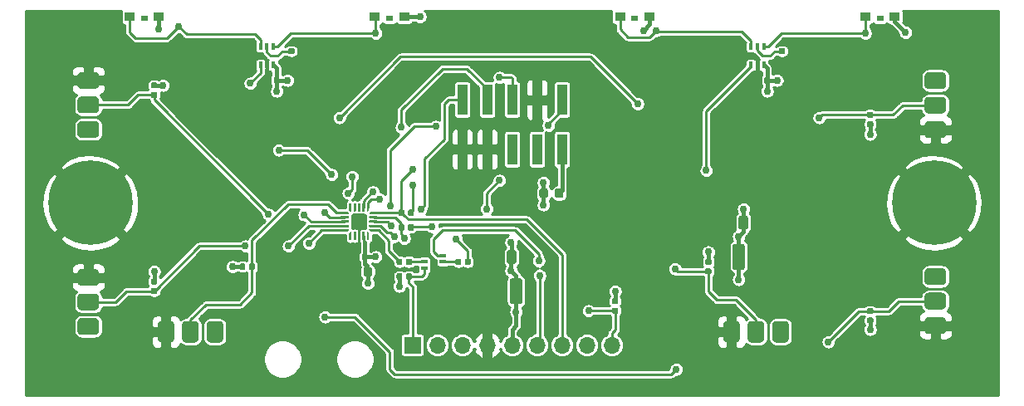
<source format=gbr>
G04 #@! TF.GenerationSoftware,KiCad,Pcbnew,5.1.2*
G04 #@! TF.CreationDate,2019-08-07T23:58:13-05:00*
G04 #@! TF.ProjectId,ddr-ps2-controller,6464722d-7073-4322-9d63-6f6e74726f6c,A*
G04 #@! TF.SameCoordinates,Original*
G04 #@! TF.FileFunction,Copper,L1,Top*
G04 #@! TF.FilePolarity,Positive*
%FSLAX46Y46*%
G04 Gerber Fmt 4.6, Leading zero omitted, Abs format (unit mm)*
G04 Created by KiCad (PCBNEW 5.1.2) date 2019-08-07 23:58:13*
%MOMM*%
%LPD*%
G04 APERTURE LIST*
%ADD10C,0.100000*%
%ADD11C,1.700000*%
%ADD12R,1.000000X0.900000*%
%ADD13R,0.800000X0.600000*%
%ADD14C,0.762000*%
%ADD15C,0.875000*%
%ADD16C,0.590000*%
%ADD17C,1.250000*%
%ADD18R,1.000000X3.149999*%
%ADD19R,1.000000X3.150000*%
%ADD20O,1.700000X1.700000*%
%ADD21R,1.700000X1.700000*%
%ADD22R,0.650000X0.400000*%
%ADD23C,0.143934*%
%ADD24C,0.250000*%
%ADD25C,1.600000*%
%ADD26R,0.400000X0.650000*%
%ADD27C,8.600000*%
%ADD28C,0.900000*%
%ADD29C,0.975000*%
%ADD30C,0.381000*%
%ADD31C,0.127000*%
%ADD32C,0.254000*%
G04 APERTURE END LIST*
D10*
G36*
X107504657Y-91652046D02*
G01*
X107545913Y-91658166D01*
X107586371Y-91668300D01*
X107625640Y-91682351D01*
X107663344Y-91700183D01*
X107699117Y-91721625D01*
X107732617Y-91746471D01*
X107763520Y-91774480D01*
X107791529Y-91805383D01*
X107816375Y-91838883D01*
X107837817Y-91874656D01*
X107855649Y-91912360D01*
X107869700Y-91951629D01*
X107879834Y-91992087D01*
X107885954Y-92033343D01*
X107888000Y-92075000D01*
X107888000Y-92925000D01*
X107885954Y-92966657D01*
X107879834Y-93007913D01*
X107869700Y-93048371D01*
X107855649Y-93087640D01*
X107837817Y-93125344D01*
X107816375Y-93161117D01*
X107791529Y-93194617D01*
X107763520Y-93225520D01*
X107732617Y-93253529D01*
X107699117Y-93278375D01*
X107663344Y-93299817D01*
X107625640Y-93317649D01*
X107586371Y-93331700D01*
X107545913Y-93341834D01*
X107504657Y-93347954D01*
X107463000Y-93350000D01*
X106113000Y-93350000D01*
X106071343Y-93347954D01*
X106030087Y-93341834D01*
X105989629Y-93331700D01*
X105950360Y-93317649D01*
X105912656Y-93299817D01*
X105876883Y-93278375D01*
X105843383Y-93253529D01*
X105812480Y-93225520D01*
X105784471Y-93194617D01*
X105759625Y-93161117D01*
X105738183Y-93125344D01*
X105720351Y-93087640D01*
X105706300Y-93048371D01*
X105696166Y-93007913D01*
X105690046Y-92966657D01*
X105688000Y-92925000D01*
X105688000Y-92075000D01*
X105690046Y-92033343D01*
X105696166Y-91992087D01*
X105706300Y-91951629D01*
X105720351Y-91912360D01*
X105738183Y-91874656D01*
X105759625Y-91838883D01*
X105784471Y-91805383D01*
X105812480Y-91774480D01*
X105843383Y-91746471D01*
X105876883Y-91721625D01*
X105912656Y-91700183D01*
X105950360Y-91682351D01*
X105989629Y-91668300D01*
X106030087Y-91658166D01*
X106071343Y-91652046D01*
X106113000Y-91650000D01*
X107463000Y-91650000D01*
X107504657Y-91652046D01*
X107504657Y-91652046D01*
G37*
D11*
X106788000Y-92500000D03*
D10*
G36*
X107504657Y-89152046D02*
G01*
X107545913Y-89158166D01*
X107586371Y-89168300D01*
X107625640Y-89182351D01*
X107663344Y-89200183D01*
X107699117Y-89221625D01*
X107732617Y-89246471D01*
X107763520Y-89274480D01*
X107791529Y-89305383D01*
X107816375Y-89338883D01*
X107837817Y-89374656D01*
X107855649Y-89412360D01*
X107869700Y-89451629D01*
X107879834Y-89492087D01*
X107885954Y-89533343D01*
X107888000Y-89575000D01*
X107888000Y-90425000D01*
X107885954Y-90466657D01*
X107879834Y-90507913D01*
X107869700Y-90548371D01*
X107855649Y-90587640D01*
X107837817Y-90625344D01*
X107816375Y-90661117D01*
X107791529Y-90694617D01*
X107763520Y-90725520D01*
X107732617Y-90753529D01*
X107699117Y-90778375D01*
X107663344Y-90799817D01*
X107625640Y-90817649D01*
X107586371Y-90831700D01*
X107545913Y-90841834D01*
X107504657Y-90847954D01*
X107463000Y-90850000D01*
X106113000Y-90850000D01*
X106071343Y-90847954D01*
X106030087Y-90841834D01*
X105989629Y-90831700D01*
X105950360Y-90817649D01*
X105912656Y-90799817D01*
X105876883Y-90778375D01*
X105843383Y-90753529D01*
X105812480Y-90725520D01*
X105784471Y-90694617D01*
X105759625Y-90661117D01*
X105738183Y-90625344D01*
X105720351Y-90587640D01*
X105706300Y-90548371D01*
X105696166Y-90507913D01*
X105690046Y-90466657D01*
X105688000Y-90425000D01*
X105688000Y-89575000D01*
X105690046Y-89533343D01*
X105696166Y-89492087D01*
X105706300Y-89451629D01*
X105720351Y-89412360D01*
X105738183Y-89374656D01*
X105759625Y-89338883D01*
X105784471Y-89305383D01*
X105812480Y-89274480D01*
X105843383Y-89246471D01*
X105876883Y-89221625D01*
X105912656Y-89200183D01*
X105950360Y-89182351D01*
X105989629Y-89168300D01*
X106030087Y-89158166D01*
X106071343Y-89152046D01*
X106113000Y-89150000D01*
X107463000Y-89150000D01*
X107504657Y-89152046D01*
X107504657Y-89152046D01*
G37*
D11*
X106788000Y-90000000D03*
D10*
G36*
X107504657Y-86652046D02*
G01*
X107545913Y-86658166D01*
X107586371Y-86668300D01*
X107625640Y-86682351D01*
X107663344Y-86700183D01*
X107699117Y-86721625D01*
X107732617Y-86746471D01*
X107763520Y-86774480D01*
X107791529Y-86805383D01*
X107816375Y-86838883D01*
X107837817Y-86874656D01*
X107855649Y-86912360D01*
X107869700Y-86951629D01*
X107879834Y-86992087D01*
X107885954Y-87033343D01*
X107888000Y-87075000D01*
X107888000Y-87925000D01*
X107885954Y-87966657D01*
X107879834Y-88007913D01*
X107869700Y-88048371D01*
X107855649Y-88087640D01*
X107837817Y-88125344D01*
X107816375Y-88161117D01*
X107791529Y-88194617D01*
X107763520Y-88225520D01*
X107732617Y-88253529D01*
X107699117Y-88278375D01*
X107663344Y-88299817D01*
X107625640Y-88317649D01*
X107586371Y-88331700D01*
X107545913Y-88341834D01*
X107504657Y-88347954D01*
X107463000Y-88350000D01*
X106113000Y-88350000D01*
X106071343Y-88347954D01*
X106030087Y-88341834D01*
X105989629Y-88331700D01*
X105950360Y-88317649D01*
X105912656Y-88299817D01*
X105876883Y-88278375D01*
X105843383Y-88253529D01*
X105812480Y-88225520D01*
X105784471Y-88194617D01*
X105759625Y-88161117D01*
X105738183Y-88125344D01*
X105720351Y-88087640D01*
X105706300Y-88048371D01*
X105696166Y-88007913D01*
X105690046Y-87966657D01*
X105688000Y-87925000D01*
X105688000Y-87075000D01*
X105690046Y-87033343D01*
X105696166Y-86992087D01*
X105706300Y-86951629D01*
X105720351Y-86912360D01*
X105738183Y-86874656D01*
X105759625Y-86838883D01*
X105784471Y-86805383D01*
X105812480Y-86774480D01*
X105843383Y-86746471D01*
X105876883Y-86721625D01*
X105912656Y-86700183D01*
X105950360Y-86682351D01*
X105989629Y-86668300D01*
X106030087Y-86658166D01*
X106071343Y-86652046D01*
X106113000Y-86650000D01*
X107463000Y-86650000D01*
X107504657Y-86652046D01*
X107504657Y-86652046D01*
G37*
D11*
X106788000Y-87500000D03*
D10*
G36*
X107504657Y-111738046D02*
G01*
X107545913Y-111744166D01*
X107586371Y-111754300D01*
X107625640Y-111768351D01*
X107663344Y-111786183D01*
X107699117Y-111807625D01*
X107732617Y-111832471D01*
X107763520Y-111860480D01*
X107791529Y-111891383D01*
X107816375Y-111924883D01*
X107837817Y-111960656D01*
X107855649Y-111998360D01*
X107869700Y-112037629D01*
X107879834Y-112078087D01*
X107885954Y-112119343D01*
X107888000Y-112161000D01*
X107888000Y-113011000D01*
X107885954Y-113052657D01*
X107879834Y-113093913D01*
X107869700Y-113134371D01*
X107855649Y-113173640D01*
X107837817Y-113211344D01*
X107816375Y-113247117D01*
X107791529Y-113280617D01*
X107763520Y-113311520D01*
X107732617Y-113339529D01*
X107699117Y-113364375D01*
X107663344Y-113385817D01*
X107625640Y-113403649D01*
X107586371Y-113417700D01*
X107545913Y-113427834D01*
X107504657Y-113433954D01*
X107463000Y-113436000D01*
X106113000Y-113436000D01*
X106071343Y-113433954D01*
X106030087Y-113427834D01*
X105989629Y-113417700D01*
X105950360Y-113403649D01*
X105912656Y-113385817D01*
X105876883Y-113364375D01*
X105843383Y-113339529D01*
X105812480Y-113311520D01*
X105784471Y-113280617D01*
X105759625Y-113247117D01*
X105738183Y-113211344D01*
X105720351Y-113173640D01*
X105706300Y-113134371D01*
X105696166Y-113093913D01*
X105690046Y-113052657D01*
X105688000Y-113011000D01*
X105688000Y-112161000D01*
X105690046Y-112119343D01*
X105696166Y-112078087D01*
X105706300Y-112037629D01*
X105720351Y-111998360D01*
X105738183Y-111960656D01*
X105759625Y-111924883D01*
X105784471Y-111891383D01*
X105812480Y-111860480D01*
X105843383Y-111832471D01*
X105876883Y-111807625D01*
X105912656Y-111786183D01*
X105950360Y-111768351D01*
X105989629Y-111754300D01*
X106030087Y-111744166D01*
X106071343Y-111738046D01*
X106113000Y-111736000D01*
X107463000Y-111736000D01*
X107504657Y-111738046D01*
X107504657Y-111738046D01*
G37*
D11*
X106788000Y-112586000D03*
D10*
G36*
X107504657Y-109238046D02*
G01*
X107545913Y-109244166D01*
X107586371Y-109254300D01*
X107625640Y-109268351D01*
X107663344Y-109286183D01*
X107699117Y-109307625D01*
X107732617Y-109332471D01*
X107763520Y-109360480D01*
X107791529Y-109391383D01*
X107816375Y-109424883D01*
X107837817Y-109460656D01*
X107855649Y-109498360D01*
X107869700Y-109537629D01*
X107879834Y-109578087D01*
X107885954Y-109619343D01*
X107888000Y-109661000D01*
X107888000Y-110511000D01*
X107885954Y-110552657D01*
X107879834Y-110593913D01*
X107869700Y-110634371D01*
X107855649Y-110673640D01*
X107837817Y-110711344D01*
X107816375Y-110747117D01*
X107791529Y-110780617D01*
X107763520Y-110811520D01*
X107732617Y-110839529D01*
X107699117Y-110864375D01*
X107663344Y-110885817D01*
X107625640Y-110903649D01*
X107586371Y-110917700D01*
X107545913Y-110927834D01*
X107504657Y-110933954D01*
X107463000Y-110936000D01*
X106113000Y-110936000D01*
X106071343Y-110933954D01*
X106030087Y-110927834D01*
X105989629Y-110917700D01*
X105950360Y-110903649D01*
X105912656Y-110885817D01*
X105876883Y-110864375D01*
X105843383Y-110839529D01*
X105812480Y-110811520D01*
X105784471Y-110780617D01*
X105759625Y-110747117D01*
X105738183Y-110711344D01*
X105720351Y-110673640D01*
X105706300Y-110634371D01*
X105696166Y-110593913D01*
X105690046Y-110552657D01*
X105688000Y-110511000D01*
X105688000Y-109661000D01*
X105690046Y-109619343D01*
X105696166Y-109578087D01*
X105706300Y-109537629D01*
X105720351Y-109498360D01*
X105738183Y-109460656D01*
X105759625Y-109424883D01*
X105784471Y-109391383D01*
X105812480Y-109360480D01*
X105843383Y-109332471D01*
X105876883Y-109307625D01*
X105912656Y-109286183D01*
X105950360Y-109268351D01*
X105989629Y-109254300D01*
X106030087Y-109244166D01*
X106071343Y-109238046D01*
X106113000Y-109236000D01*
X107463000Y-109236000D01*
X107504657Y-109238046D01*
X107504657Y-109238046D01*
G37*
D11*
X106788000Y-110086000D03*
D10*
G36*
X107504657Y-106738046D02*
G01*
X107545913Y-106744166D01*
X107586371Y-106754300D01*
X107625640Y-106768351D01*
X107663344Y-106786183D01*
X107699117Y-106807625D01*
X107732617Y-106832471D01*
X107763520Y-106860480D01*
X107791529Y-106891383D01*
X107816375Y-106924883D01*
X107837817Y-106960656D01*
X107855649Y-106998360D01*
X107869700Y-107037629D01*
X107879834Y-107078087D01*
X107885954Y-107119343D01*
X107888000Y-107161000D01*
X107888000Y-108011000D01*
X107885954Y-108052657D01*
X107879834Y-108093913D01*
X107869700Y-108134371D01*
X107855649Y-108173640D01*
X107837817Y-108211344D01*
X107816375Y-108247117D01*
X107791529Y-108280617D01*
X107763520Y-108311520D01*
X107732617Y-108339529D01*
X107699117Y-108364375D01*
X107663344Y-108385817D01*
X107625640Y-108403649D01*
X107586371Y-108417700D01*
X107545913Y-108427834D01*
X107504657Y-108433954D01*
X107463000Y-108436000D01*
X106113000Y-108436000D01*
X106071343Y-108433954D01*
X106030087Y-108427834D01*
X105989629Y-108417700D01*
X105950360Y-108403649D01*
X105912656Y-108385817D01*
X105876883Y-108364375D01*
X105843383Y-108339529D01*
X105812480Y-108311520D01*
X105784471Y-108280617D01*
X105759625Y-108247117D01*
X105738183Y-108211344D01*
X105720351Y-108173640D01*
X105706300Y-108134371D01*
X105696166Y-108093913D01*
X105690046Y-108052657D01*
X105688000Y-108011000D01*
X105688000Y-107161000D01*
X105690046Y-107119343D01*
X105696166Y-107078087D01*
X105706300Y-107037629D01*
X105720351Y-106998360D01*
X105738183Y-106960656D01*
X105759625Y-106924883D01*
X105784471Y-106891383D01*
X105812480Y-106860480D01*
X105843383Y-106832471D01*
X105876883Y-106807625D01*
X105912656Y-106786183D01*
X105950360Y-106768351D01*
X105989629Y-106754300D01*
X106030087Y-106744166D01*
X106071343Y-106738046D01*
X106113000Y-106736000D01*
X107463000Y-106736000D01*
X107504657Y-106738046D01*
X107504657Y-106738046D01*
G37*
D11*
X106788000Y-107586000D03*
D10*
G36*
X193864657Y-86672046D02*
G01*
X193905913Y-86678166D01*
X193946371Y-86688300D01*
X193985640Y-86702351D01*
X194023344Y-86720183D01*
X194059117Y-86741625D01*
X194092617Y-86766471D01*
X194123520Y-86794480D01*
X194151529Y-86825383D01*
X194176375Y-86858883D01*
X194197817Y-86894656D01*
X194215649Y-86932360D01*
X194229700Y-86971629D01*
X194239834Y-87012087D01*
X194245954Y-87053343D01*
X194248000Y-87095000D01*
X194248000Y-87945000D01*
X194245954Y-87986657D01*
X194239834Y-88027913D01*
X194229700Y-88068371D01*
X194215649Y-88107640D01*
X194197817Y-88145344D01*
X194176375Y-88181117D01*
X194151529Y-88214617D01*
X194123520Y-88245520D01*
X194092617Y-88273529D01*
X194059117Y-88298375D01*
X194023344Y-88319817D01*
X193985640Y-88337649D01*
X193946371Y-88351700D01*
X193905913Y-88361834D01*
X193864657Y-88367954D01*
X193823000Y-88370000D01*
X192473000Y-88370000D01*
X192431343Y-88367954D01*
X192390087Y-88361834D01*
X192349629Y-88351700D01*
X192310360Y-88337649D01*
X192272656Y-88319817D01*
X192236883Y-88298375D01*
X192203383Y-88273529D01*
X192172480Y-88245520D01*
X192144471Y-88214617D01*
X192119625Y-88181117D01*
X192098183Y-88145344D01*
X192080351Y-88107640D01*
X192066300Y-88068371D01*
X192056166Y-88027913D01*
X192050046Y-87986657D01*
X192048000Y-87945000D01*
X192048000Y-87095000D01*
X192050046Y-87053343D01*
X192056166Y-87012087D01*
X192066300Y-86971629D01*
X192080351Y-86932360D01*
X192098183Y-86894656D01*
X192119625Y-86858883D01*
X192144471Y-86825383D01*
X192172480Y-86794480D01*
X192203383Y-86766471D01*
X192236883Y-86741625D01*
X192272656Y-86720183D01*
X192310360Y-86702351D01*
X192349629Y-86688300D01*
X192390087Y-86678166D01*
X192431343Y-86672046D01*
X192473000Y-86670000D01*
X193823000Y-86670000D01*
X193864657Y-86672046D01*
X193864657Y-86672046D01*
G37*
D11*
X193148000Y-87520000D03*
D10*
G36*
X193864657Y-89172046D02*
G01*
X193905913Y-89178166D01*
X193946371Y-89188300D01*
X193985640Y-89202351D01*
X194023344Y-89220183D01*
X194059117Y-89241625D01*
X194092617Y-89266471D01*
X194123520Y-89294480D01*
X194151529Y-89325383D01*
X194176375Y-89358883D01*
X194197817Y-89394656D01*
X194215649Y-89432360D01*
X194229700Y-89471629D01*
X194239834Y-89512087D01*
X194245954Y-89553343D01*
X194248000Y-89595000D01*
X194248000Y-90445000D01*
X194245954Y-90486657D01*
X194239834Y-90527913D01*
X194229700Y-90568371D01*
X194215649Y-90607640D01*
X194197817Y-90645344D01*
X194176375Y-90681117D01*
X194151529Y-90714617D01*
X194123520Y-90745520D01*
X194092617Y-90773529D01*
X194059117Y-90798375D01*
X194023344Y-90819817D01*
X193985640Y-90837649D01*
X193946371Y-90851700D01*
X193905913Y-90861834D01*
X193864657Y-90867954D01*
X193823000Y-90870000D01*
X192473000Y-90870000D01*
X192431343Y-90867954D01*
X192390087Y-90861834D01*
X192349629Y-90851700D01*
X192310360Y-90837649D01*
X192272656Y-90819817D01*
X192236883Y-90798375D01*
X192203383Y-90773529D01*
X192172480Y-90745520D01*
X192144471Y-90714617D01*
X192119625Y-90681117D01*
X192098183Y-90645344D01*
X192080351Y-90607640D01*
X192066300Y-90568371D01*
X192056166Y-90527913D01*
X192050046Y-90486657D01*
X192048000Y-90445000D01*
X192048000Y-89595000D01*
X192050046Y-89553343D01*
X192056166Y-89512087D01*
X192066300Y-89471629D01*
X192080351Y-89432360D01*
X192098183Y-89394656D01*
X192119625Y-89358883D01*
X192144471Y-89325383D01*
X192172480Y-89294480D01*
X192203383Y-89266471D01*
X192236883Y-89241625D01*
X192272656Y-89220183D01*
X192310360Y-89202351D01*
X192349629Y-89188300D01*
X192390087Y-89178166D01*
X192431343Y-89172046D01*
X192473000Y-89170000D01*
X193823000Y-89170000D01*
X193864657Y-89172046D01*
X193864657Y-89172046D01*
G37*
D11*
X193148000Y-90020000D03*
D10*
G36*
X193864657Y-91672046D02*
G01*
X193905913Y-91678166D01*
X193946371Y-91688300D01*
X193985640Y-91702351D01*
X194023344Y-91720183D01*
X194059117Y-91741625D01*
X194092617Y-91766471D01*
X194123520Y-91794480D01*
X194151529Y-91825383D01*
X194176375Y-91858883D01*
X194197817Y-91894656D01*
X194215649Y-91932360D01*
X194229700Y-91971629D01*
X194239834Y-92012087D01*
X194245954Y-92053343D01*
X194248000Y-92095000D01*
X194248000Y-92945000D01*
X194245954Y-92986657D01*
X194239834Y-93027913D01*
X194229700Y-93068371D01*
X194215649Y-93107640D01*
X194197817Y-93145344D01*
X194176375Y-93181117D01*
X194151529Y-93214617D01*
X194123520Y-93245520D01*
X194092617Y-93273529D01*
X194059117Y-93298375D01*
X194023344Y-93319817D01*
X193985640Y-93337649D01*
X193946371Y-93351700D01*
X193905913Y-93361834D01*
X193864657Y-93367954D01*
X193823000Y-93370000D01*
X192473000Y-93370000D01*
X192431343Y-93367954D01*
X192390087Y-93361834D01*
X192349629Y-93351700D01*
X192310360Y-93337649D01*
X192272656Y-93319817D01*
X192236883Y-93298375D01*
X192203383Y-93273529D01*
X192172480Y-93245520D01*
X192144471Y-93214617D01*
X192119625Y-93181117D01*
X192098183Y-93145344D01*
X192080351Y-93107640D01*
X192066300Y-93068371D01*
X192056166Y-93027913D01*
X192050046Y-92986657D01*
X192048000Y-92945000D01*
X192048000Y-92095000D01*
X192050046Y-92053343D01*
X192056166Y-92012087D01*
X192066300Y-91971629D01*
X192080351Y-91932360D01*
X192098183Y-91894656D01*
X192119625Y-91858883D01*
X192144471Y-91825383D01*
X192172480Y-91794480D01*
X192203383Y-91766471D01*
X192236883Y-91741625D01*
X192272656Y-91720183D01*
X192310360Y-91702351D01*
X192349629Y-91688300D01*
X192390087Y-91678166D01*
X192431343Y-91672046D01*
X192473000Y-91670000D01*
X193823000Y-91670000D01*
X193864657Y-91672046D01*
X193864657Y-91672046D01*
G37*
D11*
X193148000Y-92520000D03*
D10*
G36*
X193864657Y-106652046D02*
G01*
X193905913Y-106658166D01*
X193946371Y-106668300D01*
X193985640Y-106682351D01*
X194023344Y-106700183D01*
X194059117Y-106721625D01*
X194092617Y-106746471D01*
X194123520Y-106774480D01*
X194151529Y-106805383D01*
X194176375Y-106838883D01*
X194197817Y-106874656D01*
X194215649Y-106912360D01*
X194229700Y-106951629D01*
X194239834Y-106992087D01*
X194245954Y-107033343D01*
X194248000Y-107075000D01*
X194248000Y-107925000D01*
X194245954Y-107966657D01*
X194239834Y-108007913D01*
X194229700Y-108048371D01*
X194215649Y-108087640D01*
X194197817Y-108125344D01*
X194176375Y-108161117D01*
X194151529Y-108194617D01*
X194123520Y-108225520D01*
X194092617Y-108253529D01*
X194059117Y-108278375D01*
X194023344Y-108299817D01*
X193985640Y-108317649D01*
X193946371Y-108331700D01*
X193905913Y-108341834D01*
X193864657Y-108347954D01*
X193823000Y-108350000D01*
X192473000Y-108350000D01*
X192431343Y-108347954D01*
X192390087Y-108341834D01*
X192349629Y-108331700D01*
X192310360Y-108317649D01*
X192272656Y-108299817D01*
X192236883Y-108278375D01*
X192203383Y-108253529D01*
X192172480Y-108225520D01*
X192144471Y-108194617D01*
X192119625Y-108161117D01*
X192098183Y-108125344D01*
X192080351Y-108087640D01*
X192066300Y-108048371D01*
X192056166Y-108007913D01*
X192050046Y-107966657D01*
X192048000Y-107925000D01*
X192048000Y-107075000D01*
X192050046Y-107033343D01*
X192056166Y-106992087D01*
X192066300Y-106951629D01*
X192080351Y-106912360D01*
X192098183Y-106874656D01*
X192119625Y-106838883D01*
X192144471Y-106805383D01*
X192172480Y-106774480D01*
X192203383Y-106746471D01*
X192236883Y-106721625D01*
X192272656Y-106700183D01*
X192310360Y-106682351D01*
X192349629Y-106668300D01*
X192390087Y-106658166D01*
X192431343Y-106652046D01*
X192473000Y-106650000D01*
X193823000Y-106650000D01*
X193864657Y-106652046D01*
X193864657Y-106652046D01*
G37*
D11*
X193148000Y-107500000D03*
D10*
G36*
X193864657Y-109152046D02*
G01*
X193905913Y-109158166D01*
X193946371Y-109168300D01*
X193985640Y-109182351D01*
X194023344Y-109200183D01*
X194059117Y-109221625D01*
X194092617Y-109246471D01*
X194123520Y-109274480D01*
X194151529Y-109305383D01*
X194176375Y-109338883D01*
X194197817Y-109374656D01*
X194215649Y-109412360D01*
X194229700Y-109451629D01*
X194239834Y-109492087D01*
X194245954Y-109533343D01*
X194248000Y-109575000D01*
X194248000Y-110425000D01*
X194245954Y-110466657D01*
X194239834Y-110507913D01*
X194229700Y-110548371D01*
X194215649Y-110587640D01*
X194197817Y-110625344D01*
X194176375Y-110661117D01*
X194151529Y-110694617D01*
X194123520Y-110725520D01*
X194092617Y-110753529D01*
X194059117Y-110778375D01*
X194023344Y-110799817D01*
X193985640Y-110817649D01*
X193946371Y-110831700D01*
X193905913Y-110841834D01*
X193864657Y-110847954D01*
X193823000Y-110850000D01*
X192473000Y-110850000D01*
X192431343Y-110847954D01*
X192390087Y-110841834D01*
X192349629Y-110831700D01*
X192310360Y-110817649D01*
X192272656Y-110799817D01*
X192236883Y-110778375D01*
X192203383Y-110753529D01*
X192172480Y-110725520D01*
X192144471Y-110694617D01*
X192119625Y-110661117D01*
X192098183Y-110625344D01*
X192080351Y-110587640D01*
X192066300Y-110548371D01*
X192056166Y-110507913D01*
X192050046Y-110466657D01*
X192048000Y-110425000D01*
X192048000Y-109575000D01*
X192050046Y-109533343D01*
X192056166Y-109492087D01*
X192066300Y-109451629D01*
X192080351Y-109412360D01*
X192098183Y-109374656D01*
X192119625Y-109338883D01*
X192144471Y-109305383D01*
X192172480Y-109274480D01*
X192203383Y-109246471D01*
X192236883Y-109221625D01*
X192272656Y-109200183D01*
X192310360Y-109182351D01*
X192349629Y-109168300D01*
X192390087Y-109158166D01*
X192431343Y-109152046D01*
X192473000Y-109150000D01*
X193823000Y-109150000D01*
X193864657Y-109152046D01*
X193864657Y-109152046D01*
G37*
D11*
X193148000Y-110000000D03*
D10*
G36*
X193864657Y-111652046D02*
G01*
X193905913Y-111658166D01*
X193946371Y-111668300D01*
X193985640Y-111682351D01*
X194023344Y-111700183D01*
X194059117Y-111721625D01*
X194092617Y-111746471D01*
X194123520Y-111774480D01*
X194151529Y-111805383D01*
X194176375Y-111838883D01*
X194197817Y-111874656D01*
X194215649Y-111912360D01*
X194229700Y-111951629D01*
X194239834Y-111992087D01*
X194245954Y-112033343D01*
X194248000Y-112075000D01*
X194248000Y-112925000D01*
X194245954Y-112966657D01*
X194239834Y-113007913D01*
X194229700Y-113048371D01*
X194215649Y-113087640D01*
X194197817Y-113125344D01*
X194176375Y-113161117D01*
X194151529Y-113194617D01*
X194123520Y-113225520D01*
X194092617Y-113253529D01*
X194059117Y-113278375D01*
X194023344Y-113299817D01*
X193985640Y-113317649D01*
X193946371Y-113331700D01*
X193905913Y-113341834D01*
X193864657Y-113347954D01*
X193823000Y-113350000D01*
X192473000Y-113350000D01*
X192431343Y-113347954D01*
X192390087Y-113341834D01*
X192349629Y-113331700D01*
X192310360Y-113317649D01*
X192272656Y-113299817D01*
X192236883Y-113278375D01*
X192203383Y-113253529D01*
X192172480Y-113225520D01*
X192144471Y-113194617D01*
X192119625Y-113161117D01*
X192098183Y-113125344D01*
X192080351Y-113087640D01*
X192066300Y-113048371D01*
X192056166Y-113007913D01*
X192050046Y-112966657D01*
X192048000Y-112925000D01*
X192048000Y-112075000D01*
X192050046Y-112033343D01*
X192056166Y-111992087D01*
X192066300Y-111951629D01*
X192080351Y-111912360D01*
X192098183Y-111874656D01*
X192119625Y-111838883D01*
X192144471Y-111805383D01*
X192172480Y-111774480D01*
X192203383Y-111746471D01*
X192236883Y-111721625D01*
X192272656Y-111700183D01*
X192310360Y-111682351D01*
X192349629Y-111668300D01*
X192390087Y-111658166D01*
X192431343Y-111652046D01*
X192473000Y-111650000D01*
X193823000Y-111650000D01*
X193864657Y-111652046D01*
X193864657Y-111652046D01*
G37*
D11*
X193148000Y-112500000D03*
D10*
G36*
X120168657Y-112036046D02*
G01*
X120209913Y-112042166D01*
X120250371Y-112052300D01*
X120289640Y-112066351D01*
X120327344Y-112084183D01*
X120363117Y-112105625D01*
X120396617Y-112130471D01*
X120427520Y-112158480D01*
X120455529Y-112189383D01*
X120480375Y-112222883D01*
X120501817Y-112258656D01*
X120519649Y-112296360D01*
X120533700Y-112335629D01*
X120543834Y-112376087D01*
X120549954Y-112417343D01*
X120552000Y-112459000D01*
X120552000Y-113809000D01*
X120549954Y-113850657D01*
X120543834Y-113891913D01*
X120533700Y-113932371D01*
X120519649Y-113971640D01*
X120501817Y-114009344D01*
X120480375Y-114045117D01*
X120455529Y-114078617D01*
X120427520Y-114109520D01*
X120396617Y-114137529D01*
X120363117Y-114162375D01*
X120327344Y-114183817D01*
X120289640Y-114201649D01*
X120250371Y-114215700D01*
X120209913Y-114225834D01*
X120168657Y-114231954D01*
X120127000Y-114234000D01*
X119277000Y-114234000D01*
X119235343Y-114231954D01*
X119194087Y-114225834D01*
X119153629Y-114215700D01*
X119114360Y-114201649D01*
X119076656Y-114183817D01*
X119040883Y-114162375D01*
X119007383Y-114137529D01*
X118976480Y-114109520D01*
X118948471Y-114078617D01*
X118923625Y-114045117D01*
X118902183Y-114009344D01*
X118884351Y-113971640D01*
X118870300Y-113932371D01*
X118860166Y-113891913D01*
X118854046Y-113850657D01*
X118852000Y-113809000D01*
X118852000Y-112459000D01*
X118854046Y-112417343D01*
X118860166Y-112376087D01*
X118870300Y-112335629D01*
X118884351Y-112296360D01*
X118902183Y-112258656D01*
X118923625Y-112222883D01*
X118948471Y-112189383D01*
X118976480Y-112158480D01*
X119007383Y-112130471D01*
X119040883Y-112105625D01*
X119076656Y-112084183D01*
X119114360Y-112066351D01*
X119153629Y-112052300D01*
X119194087Y-112042166D01*
X119235343Y-112036046D01*
X119277000Y-112034000D01*
X120127000Y-112034000D01*
X120168657Y-112036046D01*
X120168657Y-112036046D01*
G37*
D11*
X119702000Y-113134000D03*
D10*
G36*
X117668657Y-112036046D02*
G01*
X117709913Y-112042166D01*
X117750371Y-112052300D01*
X117789640Y-112066351D01*
X117827344Y-112084183D01*
X117863117Y-112105625D01*
X117896617Y-112130471D01*
X117927520Y-112158480D01*
X117955529Y-112189383D01*
X117980375Y-112222883D01*
X118001817Y-112258656D01*
X118019649Y-112296360D01*
X118033700Y-112335629D01*
X118043834Y-112376087D01*
X118049954Y-112417343D01*
X118052000Y-112459000D01*
X118052000Y-113809000D01*
X118049954Y-113850657D01*
X118043834Y-113891913D01*
X118033700Y-113932371D01*
X118019649Y-113971640D01*
X118001817Y-114009344D01*
X117980375Y-114045117D01*
X117955529Y-114078617D01*
X117927520Y-114109520D01*
X117896617Y-114137529D01*
X117863117Y-114162375D01*
X117827344Y-114183817D01*
X117789640Y-114201649D01*
X117750371Y-114215700D01*
X117709913Y-114225834D01*
X117668657Y-114231954D01*
X117627000Y-114234000D01*
X116777000Y-114234000D01*
X116735343Y-114231954D01*
X116694087Y-114225834D01*
X116653629Y-114215700D01*
X116614360Y-114201649D01*
X116576656Y-114183817D01*
X116540883Y-114162375D01*
X116507383Y-114137529D01*
X116476480Y-114109520D01*
X116448471Y-114078617D01*
X116423625Y-114045117D01*
X116402183Y-114009344D01*
X116384351Y-113971640D01*
X116370300Y-113932371D01*
X116360166Y-113891913D01*
X116354046Y-113850657D01*
X116352000Y-113809000D01*
X116352000Y-112459000D01*
X116354046Y-112417343D01*
X116360166Y-112376087D01*
X116370300Y-112335629D01*
X116384351Y-112296360D01*
X116402183Y-112258656D01*
X116423625Y-112222883D01*
X116448471Y-112189383D01*
X116476480Y-112158480D01*
X116507383Y-112130471D01*
X116540883Y-112105625D01*
X116576656Y-112084183D01*
X116614360Y-112066351D01*
X116653629Y-112052300D01*
X116694087Y-112042166D01*
X116735343Y-112036046D01*
X116777000Y-112034000D01*
X117627000Y-112034000D01*
X117668657Y-112036046D01*
X117668657Y-112036046D01*
G37*
D11*
X117202000Y-113134000D03*
D10*
G36*
X115168657Y-112036046D02*
G01*
X115209913Y-112042166D01*
X115250371Y-112052300D01*
X115289640Y-112066351D01*
X115327344Y-112084183D01*
X115363117Y-112105625D01*
X115396617Y-112130471D01*
X115427520Y-112158480D01*
X115455529Y-112189383D01*
X115480375Y-112222883D01*
X115501817Y-112258656D01*
X115519649Y-112296360D01*
X115533700Y-112335629D01*
X115543834Y-112376087D01*
X115549954Y-112417343D01*
X115552000Y-112459000D01*
X115552000Y-113809000D01*
X115549954Y-113850657D01*
X115543834Y-113891913D01*
X115533700Y-113932371D01*
X115519649Y-113971640D01*
X115501817Y-114009344D01*
X115480375Y-114045117D01*
X115455529Y-114078617D01*
X115427520Y-114109520D01*
X115396617Y-114137529D01*
X115363117Y-114162375D01*
X115327344Y-114183817D01*
X115289640Y-114201649D01*
X115250371Y-114215700D01*
X115209913Y-114225834D01*
X115168657Y-114231954D01*
X115127000Y-114234000D01*
X114277000Y-114234000D01*
X114235343Y-114231954D01*
X114194087Y-114225834D01*
X114153629Y-114215700D01*
X114114360Y-114201649D01*
X114076656Y-114183817D01*
X114040883Y-114162375D01*
X114007383Y-114137529D01*
X113976480Y-114109520D01*
X113948471Y-114078617D01*
X113923625Y-114045117D01*
X113902183Y-114009344D01*
X113884351Y-113971640D01*
X113870300Y-113932371D01*
X113860166Y-113891913D01*
X113854046Y-113850657D01*
X113852000Y-113809000D01*
X113852000Y-112459000D01*
X113854046Y-112417343D01*
X113860166Y-112376087D01*
X113870300Y-112335629D01*
X113884351Y-112296360D01*
X113902183Y-112258656D01*
X113923625Y-112222883D01*
X113948471Y-112189383D01*
X113976480Y-112158480D01*
X114007383Y-112130471D01*
X114040883Y-112105625D01*
X114076656Y-112084183D01*
X114114360Y-112066351D01*
X114153629Y-112052300D01*
X114194087Y-112042166D01*
X114235343Y-112036046D01*
X114277000Y-112034000D01*
X115127000Y-112034000D01*
X115168657Y-112036046D01*
X115168657Y-112036046D01*
G37*
D11*
X114702000Y-113134000D03*
D10*
G36*
X177826657Y-112036046D02*
G01*
X177867913Y-112042166D01*
X177908371Y-112052300D01*
X177947640Y-112066351D01*
X177985344Y-112084183D01*
X178021117Y-112105625D01*
X178054617Y-112130471D01*
X178085520Y-112158480D01*
X178113529Y-112189383D01*
X178138375Y-112222883D01*
X178159817Y-112258656D01*
X178177649Y-112296360D01*
X178191700Y-112335629D01*
X178201834Y-112376087D01*
X178207954Y-112417343D01*
X178210000Y-112459000D01*
X178210000Y-113809000D01*
X178207954Y-113850657D01*
X178201834Y-113891913D01*
X178191700Y-113932371D01*
X178177649Y-113971640D01*
X178159817Y-114009344D01*
X178138375Y-114045117D01*
X178113529Y-114078617D01*
X178085520Y-114109520D01*
X178054617Y-114137529D01*
X178021117Y-114162375D01*
X177985344Y-114183817D01*
X177947640Y-114201649D01*
X177908371Y-114215700D01*
X177867913Y-114225834D01*
X177826657Y-114231954D01*
X177785000Y-114234000D01*
X176935000Y-114234000D01*
X176893343Y-114231954D01*
X176852087Y-114225834D01*
X176811629Y-114215700D01*
X176772360Y-114201649D01*
X176734656Y-114183817D01*
X176698883Y-114162375D01*
X176665383Y-114137529D01*
X176634480Y-114109520D01*
X176606471Y-114078617D01*
X176581625Y-114045117D01*
X176560183Y-114009344D01*
X176542351Y-113971640D01*
X176528300Y-113932371D01*
X176518166Y-113891913D01*
X176512046Y-113850657D01*
X176510000Y-113809000D01*
X176510000Y-112459000D01*
X176512046Y-112417343D01*
X176518166Y-112376087D01*
X176528300Y-112335629D01*
X176542351Y-112296360D01*
X176560183Y-112258656D01*
X176581625Y-112222883D01*
X176606471Y-112189383D01*
X176634480Y-112158480D01*
X176665383Y-112130471D01*
X176698883Y-112105625D01*
X176734656Y-112084183D01*
X176772360Y-112066351D01*
X176811629Y-112052300D01*
X176852087Y-112042166D01*
X176893343Y-112036046D01*
X176935000Y-112034000D01*
X177785000Y-112034000D01*
X177826657Y-112036046D01*
X177826657Y-112036046D01*
G37*
D11*
X177360000Y-113134000D03*
D10*
G36*
X175326657Y-112036046D02*
G01*
X175367913Y-112042166D01*
X175408371Y-112052300D01*
X175447640Y-112066351D01*
X175485344Y-112084183D01*
X175521117Y-112105625D01*
X175554617Y-112130471D01*
X175585520Y-112158480D01*
X175613529Y-112189383D01*
X175638375Y-112222883D01*
X175659817Y-112258656D01*
X175677649Y-112296360D01*
X175691700Y-112335629D01*
X175701834Y-112376087D01*
X175707954Y-112417343D01*
X175710000Y-112459000D01*
X175710000Y-113809000D01*
X175707954Y-113850657D01*
X175701834Y-113891913D01*
X175691700Y-113932371D01*
X175677649Y-113971640D01*
X175659817Y-114009344D01*
X175638375Y-114045117D01*
X175613529Y-114078617D01*
X175585520Y-114109520D01*
X175554617Y-114137529D01*
X175521117Y-114162375D01*
X175485344Y-114183817D01*
X175447640Y-114201649D01*
X175408371Y-114215700D01*
X175367913Y-114225834D01*
X175326657Y-114231954D01*
X175285000Y-114234000D01*
X174435000Y-114234000D01*
X174393343Y-114231954D01*
X174352087Y-114225834D01*
X174311629Y-114215700D01*
X174272360Y-114201649D01*
X174234656Y-114183817D01*
X174198883Y-114162375D01*
X174165383Y-114137529D01*
X174134480Y-114109520D01*
X174106471Y-114078617D01*
X174081625Y-114045117D01*
X174060183Y-114009344D01*
X174042351Y-113971640D01*
X174028300Y-113932371D01*
X174018166Y-113891913D01*
X174012046Y-113850657D01*
X174010000Y-113809000D01*
X174010000Y-112459000D01*
X174012046Y-112417343D01*
X174018166Y-112376087D01*
X174028300Y-112335629D01*
X174042351Y-112296360D01*
X174060183Y-112258656D01*
X174081625Y-112222883D01*
X174106471Y-112189383D01*
X174134480Y-112158480D01*
X174165383Y-112130471D01*
X174198883Y-112105625D01*
X174234656Y-112084183D01*
X174272360Y-112066351D01*
X174311629Y-112052300D01*
X174352087Y-112042166D01*
X174393343Y-112036046D01*
X174435000Y-112034000D01*
X175285000Y-112034000D01*
X175326657Y-112036046D01*
X175326657Y-112036046D01*
G37*
D11*
X174860000Y-113134000D03*
D10*
G36*
X172826657Y-112036046D02*
G01*
X172867913Y-112042166D01*
X172908371Y-112052300D01*
X172947640Y-112066351D01*
X172985344Y-112084183D01*
X173021117Y-112105625D01*
X173054617Y-112130471D01*
X173085520Y-112158480D01*
X173113529Y-112189383D01*
X173138375Y-112222883D01*
X173159817Y-112258656D01*
X173177649Y-112296360D01*
X173191700Y-112335629D01*
X173201834Y-112376087D01*
X173207954Y-112417343D01*
X173210000Y-112459000D01*
X173210000Y-113809000D01*
X173207954Y-113850657D01*
X173201834Y-113891913D01*
X173191700Y-113932371D01*
X173177649Y-113971640D01*
X173159817Y-114009344D01*
X173138375Y-114045117D01*
X173113529Y-114078617D01*
X173085520Y-114109520D01*
X173054617Y-114137529D01*
X173021117Y-114162375D01*
X172985344Y-114183817D01*
X172947640Y-114201649D01*
X172908371Y-114215700D01*
X172867913Y-114225834D01*
X172826657Y-114231954D01*
X172785000Y-114234000D01*
X171935000Y-114234000D01*
X171893343Y-114231954D01*
X171852087Y-114225834D01*
X171811629Y-114215700D01*
X171772360Y-114201649D01*
X171734656Y-114183817D01*
X171698883Y-114162375D01*
X171665383Y-114137529D01*
X171634480Y-114109520D01*
X171606471Y-114078617D01*
X171581625Y-114045117D01*
X171560183Y-114009344D01*
X171542351Y-113971640D01*
X171528300Y-113932371D01*
X171518166Y-113891913D01*
X171512046Y-113850657D01*
X171510000Y-113809000D01*
X171510000Y-112459000D01*
X171512046Y-112417343D01*
X171518166Y-112376087D01*
X171528300Y-112335629D01*
X171542351Y-112296360D01*
X171560183Y-112258656D01*
X171581625Y-112222883D01*
X171606471Y-112189383D01*
X171634480Y-112158480D01*
X171665383Y-112130471D01*
X171698883Y-112105625D01*
X171734656Y-112084183D01*
X171772360Y-112066351D01*
X171811629Y-112052300D01*
X171852087Y-112042166D01*
X171893343Y-112036046D01*
X171935000Y-112034000D01*
X172785000Y-112034000D01*
X172826657Y-112036046D01*
X172826657Y-112036046D01*
G37*
D11*
X172360000Y-113134000D03*
D12*
X114000000Y-81000000D03*
D13*
X112500000Y-81150000D03*
D12*
X111000000Y-81000000D03*
X139000000Y-81000000D03*
D13*
X137500000Y-81150000D03*
D12*
X136000000Y-81000000D03*
X164000000Y-81000000D03*
D13*
X162500000Y-81150000D03*
D12*
X161000000Y-81000000D03*
X189000000Y-81000000D03*
D13*
X187500000Y-81150000D03*
D12*
X186000000Y-81000000D03*
D14*
X190100000Y-82600000D03*
X163400000Y-82400000D03*
X140600000Y-81000000D03*
X114000000Y-82300000D03*
X170000000Y-105000000D03*
X173600000Y-100600000D03*
X173100000Y-103400000D03*
X173100000Y-107800000D03*
X160500000Y-109000000D03*
X138500000Y-108500000D03*
X186500000Y-112900000D03*
X186500000Y-93000000D03*
X177000000Y-87500000D03*
X176000000Y-88600000D03*
X127100000Y-87500000D03*
X126000000Y-88600000D03*
X114400000Y-88000000D03*
X113500000Y-107000000D03*
X121500000Y-106500000D03*
X136100000Y-105500000D03*
X135300000Y-108200000D03*
X150400000Y-111100000D03*
X149900000Y-106900000D03*
X149900000Y-104000000D03*
X153200000Y-100200000D03*
X153200000Y-97900000D03*
D10*
G36*
X133952691Y-106526053D02*
G01*
X133973926Y-106529203D01*
X133994750Y-106534419D01*
X134014962Y-106541651D01*
X134034368Y-106550830D01*
X134052781Y-106561866D01*
X134070024Y-106574654D01*
X134085930Y-106589070D01*
X134100346Y-106604976D01*
X134113134Y-106622219D01*
X134124170Y-106640632D01*
X134133349Y-106660038D01*
X134140581Y-106680250D01*
X134145797Y-106701074D01*
X134148947Y-106722309D01*
X134150000Y-106743750D01*
X134150000Y-107256250D01*
X134148947Y-107277691D01*
X134145797Y-107298926D01*
X134140581Y-107319750D01*
X134133349Y-107339962D01*
X134124170Y-107359368D01*
X134113134Y-107377781D01*
X134100346Y-107395024D01*
X134085930Y-107410930D01*
X134070024Y-107425346D01*
X134052781Y-107438134D01*
X134034368Y-107449170D01*
X134014962Y-107458349D01*
X133994750Y-107465581D01*
X133973926Y-107470797D01*
X133952691Y-107473947D01*
X133931250Y-107475000D01*
X133493750Y-107475000D01*
X133472309Y-107473947D01*
X133451074Y-107470797D01*
X133430250Y-107465581D01*
X133410038Y-107458349D01*
X133390632Y-107449170D01*
X133372219Y-107438134D01*
X133354976Y-107425346D01*
X133339070Y-107410930D01*
X133324654Y-107395024D01*
X133311866Y-107377781D01*
X133300830Y-107359368D01*
X133291651Y-107339962D01*
X133284419Y-107319750D01*
X133279203Y-107298926D01*
X133276053Y-107277691D01*
X133275000Y-107256250D01*
X133275000Y-106743750D01*
X133276053Y-106722309D01*
X133279203Y-106701074D01*
X133284419Y-106680250D01*
X133291651Y-106660038D01*
X133300830Y-106640632D01*
X133311866Y-106622219D01*
X133324654Y-106604976D01*
X133339070Y-106589070D01*
X133354976Y-106574654D01*
X133372219Y-106561866D01*
X133390632Y-106550830D01*
X133410038Y-106541651D01*
X133430250Y-106534419D01*
X133451074Y-106529203D01*
X133472309Y-106526053D01*
X133493750Y-106525000D01*
X133931250Y-106525000D01*
X133952691Y-106526053D01*
X133952691Y-106526053D01*
G37*
D15*
X133712500Y-107000000D03*
D10*
G36*
X135527691Y-106526053D02*
G01*
X135548926Y-106529203D01*
X135569750Y-106534419D01*
X135589962Y-106541651D01*
X135609368Y-106550830D01*
X135627781Y-106561866D01*
X135645024Y-106574654D01*
X135660930Y-106589070D01*
X135675346Y-106604976D01*
X135688134Y-106622219D01*
X135699170Y-106640632D01*
X135708349Y-106660038D01*
X135715581Y-106680250D01*
X135720797Y-106701074D01*
X135723947Y-106722309D01*
X135725000Y-106743750D01*
X135725000Y-107256250D01*
X135723947Y-107277691D01*
X135720797Y-107298926D01*
X135715581Y-107319750D01*
X135708349Y-107339962D01*
X135699170Y-107359368D01*
X135688134Y-107377781D01*
X135675346Y-107395024D01*
X135660930Y-107410930D01*
X135645024Y-107425346D01*
X135627781Y-107438134D01*
X135609368Y-107449170D01*
X135589962Y-107458349D01*
X135569750Y-107465581D01*
X135548926Y-107470797D01*
X135527691Y-107473947D01*
X135506250Y-107475000D01*
X135068750Y-107475000D01*
X135047309Y-107473947D01*
X135026074Y-107470797D01*
X135005250Y-107465581D01*
X134985038Y-107458349D01*
X134965632Y-107449170D01*
X134947219Y-107438134D01*
X134929976Y-107425346D01*
X134914070Y-107410930D01*
X134899654Y-107395024D01*
X134886866Y-107377781D01*
X134875830Y-107359368D01*
X134866651Y-107339962D01*
X134859419Y-107319750D01*
X134854203Y-107298926D01*
X134851053Y-107277691D01*
X134850000Y-107256250D01*
X134850000Y-106743750D01*
X134851053Y-106722309D01*
X134854203Y-106701074D01*
X134859419Y-106680250D01*
X134866651Y-106660038D01*
X134875830Y-106640632D01*
X134886866Y-106622219D01*
X134899654Y-106604976D01*
X134914070Y-106589070D01*
X134929976Y-106574654D01*
X134947219Y-106561866D01*
X134965632Y-106550830D01*
X134985038Y-106541651D01*
X135005250Y-106534419D01*
X135026074Y-106529203D01*
X135047309Y-106526053D01*
X135068750Y-106525000D01*
X135506250Y-106525000D01*
X135527691Y-106526053D01*
X135527691Y-106526053D01*
G37*
D15*
X135287500Y-107000000D03*
D10*
G36*
X135146958Y-105180710D02*
G01*
X135161276Y-105182834D01*
X135175317Y-105186351D01*
X135188946Y-105191228D01*
X135202031Y-105197417D01*
X135214447Y-105204858D01*
X135226073Y-105213481D01*
X135236798Y-105223202D01*
X135246519Y-105233927D01*
X135255142Y-105245553D01*
X135262583Y-105257969D01*
X135268772Y-105271054D01*
X135273649Y-105284683D01*
X135277166Y-105298724D01*
X135279290Y-105313042D01*
X135280000Y-105327500D01*
X135280000Y-105672500D01*
X135279290Y-105686958D01*
X135277166Y-105701276D01*
X135273649Y-105715317D01*
X135268772Y-105728946D01*
X135262583Y-105742031D01*
X135255142Y-105754447D01*
X135246519Y-105766073D01*
X135236798Y-105776798D01*
X135226073Y-105786519D01*
X135214447Y-105795142D01*
X135202031Y-105802583D01*
X135188946Y-105808772D01*
X135175317Y-105813649D01*
X135161276Y-105817166D01*
X135146958Y-105819290D01*
X135132500Y-105820000D01*
X134837500Y-105820000D01*
X134823042Y-105819290D01*
X134808724Y-105817166D01*
X134794683Y-105813649D01*
X134781054Y-105808772D01*
X134767969Y-105802583D01*
X134755553Y-105795142D01*
X134743927Y-105786519D01*
X134733202Y-105776798D01*
X134723481Y-105766073D01*
X134714858Y-105754447D01*
X134707417Y-105742031D01*
X134701228Y-105728946D01*
X134696351Y-105715317D01*
X134692834Y-105701276D01*
X134690710Y-105686958D01*
X134690000Y-105672500D01*
X134690000Y-105327500D01*
X134690710Y-105313042D01*
X134692834Y-105298724D01*
X134696351Y-105284683D01*
X134701228Y-105271054D01*
X134707417Y-105257969D01*
X134714858Y-105245553D01*
X134723481Y-105233927D01*
X134733202Y-105223202D01*
X134743927Y-105213481D01*
X134755553Y-105204858D01*
X134767969Y-105197417D01*
X134781054Y-105191228D01*
X134794683Y-105186351D01*
X134808724Y-105182834D01*
X134823042Y-105180710D01*
X134837500Y-105180000D01*
X135132500Y-105180000D01*
X135146958Y-105180710D01*
X135146958Y-105180710D01*
G37*
D16*
X134985000Y-105500000D03*
D10*
G36*
X134176958Y-105180710D02*
G01*
X134191276Y-105182834D01*
X134205317Y-105186351D01*
X134218946Y-105191228D01*
X134232031Y-105197417D01*
X134244447Y-105204858D01*
X134256073Y-105213481D01*
X134266798Y-105223202D01*
X134276519Y-105233927D01*
X134285142Y-105245553D01*
X134292583Y-105257969D01*
X134298772Y-105271054D01*
X134303649Y-105284683D01*
X134307166Y-105298724D01*
X134309290Y-105313042D01*
X134310000Y-105327500D01*
X134310000Y-105672500D01*
X134309290Y-105686958D01*
X134307166Y-105701276D01*
X134303649Y-105715317D01*
X134298772Y-105728946D01*
X134292583Y-105742031D01*
X134285142Y-105754447D01*
X134276519Y-105766073D01*
X134266798Y-105776798D01*
X134256073Y-105786519D01*
X134244447Y-105795142D01*
X134232031Y-105802583D01*
X134218946Y-105808772D01*
X134205317Y-105813649D01*
X134191276Y-105817166D01*
X134176958Y-105819290D01*
X134162500Y-105820000D01*
X133867500Y-105820000D01*
X133853042Y-105819290D01*
X133838724Y-105817166D01*
X133824683Y-105813649D01*
X133811054Y-105808772D01*
X133797969Y-105802583D01*
X133785553Y-105795142D01*
X133773927Y-105786519D01*
X133763202Y-105776798D01*
X133753481Y-105766073D01*
X133744858Y-105754447D01*
X133737417Y-105742031D01*
X133731228Y-105728946D01*
X133726351Y-105715317D01*
X133722834Y-105701276D01*
X133720710Y-105686958D01*
X133720000Y-105672500D01*
X133720000Y-105327500D01*
X133720710Y-105313042D01*
X133722834Y-105298724D01*
X133726351Y-105284683D01*
X133731228Y-105271054D01*
X133737417Y-105257969D01*
X133744858Y-105245553D01*
X133753481Y-105233927D01*
X133763202Y-105223202D01*
X133773927Y-105213481D01*
X133785553Y-105204858D01*
X133797969Y-105197417D01*
X133811054Y-105191228D01*
X133824683Y-105186351D01*
X133838724Y-105182834D01*
X133853042Y-105180710D01*
X133867500Y-105180000D01*
X134162500Y-105180000D01*
X134176958Y-105180710D01*
X134176958Y-105180710D01*
G37*
D16*
X134015000Y-105500000D03*
D10*
G36*
X126146958Y-87180710D02*
G01*
X126161276Y-87182834D01*
X126175317Y-87186351D01*
X126188946Y-87191228D01*
X126202031Y-87197417D01*
X126214447Y-87204858D01*
X126226073Y-87213481D01*
X126236798Y-87223202D01*
X126246519Y-87233927D01*
X126255142Y-87245553D01*
X126262583Y-87257969D01*
X126268772Y-87271054D01*
X126273649Y-87284683D01*
X126277166Y-87298724D01*
X126279290Y-87313042D01*
X126280000Y-87327500D01*
X126280000Y-87672500D01*
X126279290Y-87686958D01*
X126277166Y-87701276D01*
X126273649Y-87715317D01*
X126268772Y-87728946D01*
X126262583Y-87742031D01*
X126255142Y-87754447D01*
X126246519Y-87766073D01*
X126236798Y-87776798D01*
X126226073Y-87786519D01*
X126214447Y-87795142D01*
X126202031Y-87802583D01*
X126188946Y-87808772D01*
X126175317Y-87813649D01*
X126161276Y-87817166D01*
X126146958Y-87819290D01*
X126132500Y-87820000D01*
X125837500Y-87820000D01*
X125823042Y-87819290D01*
X125808724Y-87817166D01*
X125794683Y-87813649D01*
X125781054Y-87808772D01*
X125767969Y-87802583D01*
X125755553Y-87795142D01*
X125743927Y-87786519D01*
X125733202Y-87776798D01*
X125723481Y-87766073D01*
X125714858Y-87754447D01*
X125707417Y-87742031D01*
X125701228Y-87728946D01*
X125696351Y-87715317D01*
X125692834Y-87701276D01*
X125690710Y-87686958D01*
X125690000Y-87672500D01*
X125690000Y-87327500D01*
X125690710Y-87313042D01*
X125692834Y-87298724D01*
X125696351Y-87284683D01*
X125701228Y-87271054D01*
X125707417Y-87257969D01*
X125714858Y-87245553D01*
X125723481Y-87233927D01*
X125733202Y-87223202D01*
X125743927Y-87213481D01*
X125755553Y-87204858D01*
X125767969Y-87197417D01*
X125781054Y-87191228D01*
X125794683Y-87186351D01*
X125808724Y-87182834D01*
X125823042Y-87180710D01*
X125837500Y-87180000D01*
X126132500Y-87180000D01*
X126146958Y-87180710D01*
X126146958Y-87180710D01*
G37*
D16*
X125985000Y-87500000D03*
D10*
G36*
X125176958Y-87180710D02*
G01*
X125191276Y-87182834D01*
X125205317Y-87186351D01*
X125218946Y-87191228D01*
X125232031Y-87197417D01*
X125244447Y-87204858D01*
X125256073Y-87213481D01*
X125266798Y-87223202D01*
X125276519Y-87233927D01*
X125285142Y-87245553D01*
X125292583Y-87257969D01*
X125298772Y-87271054D01*
X125303649Y-87284683D01*
X125307166Y-87298724D01*
X125309290Y-87313042D01*
X125310000Y-87327500D01*
X125310000Y-87672500D01*
X125309290Y-87686958D01*
X125307166Y-87701276D01*
X125303649Y-87715317D01*
X125298772Y-87728946D01*
X125292583Y-87742031D01*
X125285142Y-87754447D01*
X125276519Y-87766073D01*
X125266798Y-87776798D01*
X125256073Y-87786519D01*
X125244447Y-87795142D01*
X125232031Y-87802583D01*
X125218946Y-87808772D01*
X125205317Y-87813649D01*
X125191276Y-87817166D01*
X125176958Y-87819290D01*
X125162500Y-87820000D01*
X124867500Y-87820000D01*
X124853042Y-87819290D01*
X124838724Y-87817166D01*
X124824683Y-87813649D01*
X124811054Y-87808772D01*
X124797969Y-87802583D01*
X124785553Y-87795142D01*
X124773927Y-87786519D01*
X124763202Y-87776798D01*
X124753481Y-87766073D01*
X124744858Y-87754447D01*
X124737417Y-87742031D01*
X124731228Y-87728946D01*
X124726351Y-87715317D01*
X124722834Y-87701276D01*
X124720710Y-87686958D01*
X124720000Y-87672500D01*
X124720000Y-87327500D01*
X124720710Y-87313042D01*
X124722834Y-87298724D01*
X124726351Y-87284683D01*
X124731228Y-87271054D01*
X124737417Y-87257969D01*
X124744858Y-87245553D01*
X124753481Y-87233927D01*
X124763202Y-87223202D01*
X124773927Y-87213481D01*
X124785553Y-87204858D01*
X124797969Y-87197417D01*
X124811054Y-87191228D01*
X124824683Y-87186351D01*
X124838724Y-87182834D01*
X124853042Y-87180710D01*
X124867500Y-87180000D01*
X125162500Y-87180000D01*
X125176958Y-87180710D01*
X125176958Y-87180710D01*
G37*
D16*
X125015000Y-87500000D03*
D10*
G36*
X175176958Y-87180710D02*
G01*
X175191276Y-87182834D01*
X175205317Y-87186351D01*
X175218946Y-87191228D01*
X175232031Y-87197417D01*
X175244447Y-87204858D01*
X175256073Y-87213481D01*
X175266798Y-87223202D01*
X175276519Y-87233927D01*
X175285142Y-87245553D01*
X175292583Y-87257969D01*
X175298772Y-87271054D01*
X175303649Y-87284683D01*
X175307166Y-87298724D01*
X175309290Y-87313042D01*
X175310000Y-87327500D01*
X175310000Y-87672500D01*
X175309290Y-87686958D01*
X175307166Y-87701276D01*
X175303649Y-87715317D01*
X175298772Y-87728946D01*
X175292583Y-87742031D01*
X175285142Y-87754447D01*
X175276519Y-87766073D01*
X175266798Y-87776798D01*
X175256073Y-87786519D01*
X175244447Y-87795142D01*
X175232031Y-87802583D01*
X175218946Y-87808772D01*
X175205317Y-87813649D01*
X175191276Y-87817166D01*
X175176958Y-87819290D01*
X175162500Y-87820000D01*
X174867500Y-87820000D01*
X174853042Y-87819290D01*
X174838724Y-87817166D01*
X174824683Y-87813649D01*
X174811054Y-87808772D01*
X174797969Y-87802583D01*
X174785553Y-87795142D01*
X174773927Y-87786519D01*
X174763202Y-87776798D01*
X174753481Y-87766073D01*
X174744858Y-87754447D01*
X174737417Y-87742031D01*
X174731228Y-87728946D01*
X174726351Y-87715317D01*
X174722834Y-87701276D01*
X174720710Y-87686958D01*
X174720000Y-87672500D01*
X174720000Y-87327500D01*
X174720710Y-87313042D01*
X174722834Y-87298724D01*
X174726351Y-87284683D01*
X174731228Y-87271054D01*
X174737417Y-87257969D01*
X174744858Y-87245553D01*
X174753481Y-87233927D01*
X174763202Y-87223202D01*
X174773927Y-87213481D01*
X174785553Y-87204858D01*
X174797969Y-87197417D01*
X174811054Y-87191228D01*
X174824683Y-87186351D01*
X174838724Y-87182834D01*
X174853042Y-87180710D01*
X174867500Y-87180000D01*
X175162500Y-87180000D01*
X175176958Y-87180710D01*
X175176958Y-87180710D01*
G37*
D16*
X175015000Y-87500000D03*
D10*
G36*
X176146958Y-87180710D02*
G01*
X176161276Y-87182834D01*
X176175317Y-87186351D01*
X176188946Y-87191228D01*
X176202031Y-87197417D01*
X176214447Y-87204858D01*
X176226073Y-87213481D01*
X176236798Y-87223202D01*
X176246519Y-87233927D01*
X176255142Y-87245553D01*
X176262583Y-87257969D01*
X176268772Y-87271054D01*
X176273649Y-87284683D01*
X176277166Y-87298724D01*
X176279290Y-87313042D01*
X176280000Y-87327500D01*
X176280000Y-87672500D01*
X176279290Y-87686958D01*
X176277166Y-87701276D01*
X176273649Y-87715317D01*
X176268772Y-87728946D01*
X176262583Y-87742031D01*
X176255142Y-87754447D01*
X176246519Y-87766073D01*
X176236798Y-87776798D01*
X176226073Y-87786519D01*
X176214447Y-87795142D01*
X176202031Y-87802583D01*
X176188946Y-87808772D01*
X176175317Y-87813649D01*
X176161276Y-87817166D01*
X176146958Y-87819290D01*
X176132500Y-87820000D01*
X175837500Y-87820000D01*
X175823042Y-87819290D01*
X175808724Y-87817166D01*
X175794683Y-87813649D01*
X175781054Y-87808772D01*
X175767969Y-87802583D01*
X175755553Y-87795142D01*
X175743927Y-87786519D01*
X175733202Y-87776798D01*
X175723481Y-87766073D01*
X175714858Y-87754447D01*
X175707417Y-87742031D01*
X175701228Y-87728946D01*
X175696351Y-87715317D01*
X175692834Y-87701276D01*
X175690710Y-87686958D01*
X175690000Y-87672500D01*
X175690000Y-87327500D01*
X175690710Y-87313042D01*
X175692834Y-87298724D01*
X175696351Y-87284683D01*
X175701228Y-87271054D01*
X175707417Y-87257969D01*
X175714858Y-87245553D01*
X175723481Y-87233927D01*
X175733202Y-87223202D01*
X175743927Y-87213481D01*
X175755553Y-87204858D01*
X175767969Y-87197417D01*
X175781054Y-87191228D01*
X175794683Y-87186351D01*
X175808724Y-87182834D01*
X175823042Y-87180710D01*
X175837500Y-87180000D01*
X176132500Y-87180000D01*
X176146958Y-87180710D01*
X176146958Y-87180710D01*
G37*
D16*
X175985000Y-87500000D03*
D10*
G36*
X176299504Y-104176204D02*
G01*
X176323773Y-104179804D01*
X176347571Y-104185765D01*
X176370671Y-104194030D01*
X176392849Y-104204520D01*
X176413893Y-104217133D01*
X176433598Y-104231747D01*
X176451777Y-104248223D01*
X176468253Y-104266402D01*
X176482867Y-104286107D01*
X176495480Y-104307151D01*
X176505970Y-104329329D01*
X176514235Y-104352429D01*
X176520196Y-104376227D01*
X176523796Y-104400496D01*
X176525000Y-104425000D01*
X176525000Y-106575000D01*
X176523796Y-106599504D01*
X176520196Y-106623773D01*
X176514235Y-106647571D01*
X176505970Y-106670671D01*
X176495480Y-106692849D01*
X176482867Y-106713893D01*
X176468253Y-106733598D01*
X176451777Y-106751777D01*
X176433598Y-106768253D01*
X176413893Y-106782867D01*
X176392849Y-106795480D01*
X176370671Y-106805970D01*
X176347571Y-106814235D01*
X176323773Y-106820196D01*
X176299504Y-106823796D01*
X176275000Y-106825000D01*
X175525000Y-106825000D01*
X175500496Y-106823796D01*
X175476227Y-106820196D01*
X175452429Y-106814235D01*
X175429329Y-106805970D01*
X175407151Y-106795480D01*
X175386107Y-106782867D01*
X175366402Y-106768253D01*
X175348223Y-106751777D01*
X175331747Y-106733598D01*
X175317133Y-106713893D01*
X175304520Y-106692849D01*
X175294030Y-106670671D01*
X175285765Y-106647571D01*
X175279804Y-106623773D01*
X175276204Y-106599504D01*
X175275000Y-106575000D01*
X175275000Y-104425000D01*
X175276204Y-104400496D01*
X175279804Y-104376227D01*
X175285765Y-104352429D01*
X175294030Y-104329329D01*
X175304520Y-104307151D01*
X175317133Y-104286107D01*
X175331747Y-104266402D01*
X175348223Y-104248223D01*
X175366402Y-104231747D01*
X175386107Y-104217133D01*
X175407151Y-104204520D01*
X175429329Y-104194030D01*
X175452429Y-104185765D01*
X175476227Y-104179804D01*
X175500496Y-104176204D01*
X175525000Y-104175000D01*
X176275000Y-104175000D01*
X176299504Y-104176204D01*
X176299504Y-104176204D01*
G37*
D17*
X175900000Y-105500000D03*
D10*
G36*
X173499504Y-104176204D02*
G01*
X173523773Y-104179804D01*
X173547571Y-104185765D01*
X173570671Y-104194030D01*
X173592849Y-104204520D01*
X173613893Y-104217133D01*
X173633598Y-104231747D01*
X173651777Y-104248223D01*
X173668253Y-104266402D01*
X173682867Y-104286107D01*
X173695480Y-104307151D01*
X173705970Y-104329329D01*
X173714235Y-104352429D01*
X173720196Y-104376227D01*
X173723796Y-104400496D01*
X173725000Y-104425000D01*
X173725000Y-106575000D01*
X173723796Y-106599504D01*
X173720196Y-106623773D01*
X173714235Y-106647571D01*
X173705970Y-106670671D01*
X173695480Y-106692849D01*
X173682867Y-106713893D01*
X173668253Y-106733598D01*
X173651777Y-106751777D01*
X173633598Y-106768253D01*
X173613893Y-106782867D01*
X173592849Y-106795480D01*
X173570671Y-106805970D01*
X173547571Y-106814235D01*
X173523773Y-106820196D01*
X173499504Y-106823796D01*
X173475000Y-106825000D01*
X172725000Y-106825000D01*
X172700496Y-106823796D01*
X172676227Y-106820196D01*
X172652429Y-106814235D01*
X172629329Y-106805970D01*
X172607151Y-106795480D01*
X172586107Y-106782867D01*
X172566402Y-106768253D01*
X172548223Y-106751777D01*
X172531747Y-106733598D01*
X172517133Y-106713893D01*
X172504520Y-106692849D01*
X172494030Y-106670671D01*
X172485765Y-106647571D01*
X172479804Y-106623773D01*
X172476204Y-106599504D01*
X172475000Y-106575000D01*
X172475000Y-104425000D01*
X172476204Y-104400496D01*
X172479804Y-104376227D01*
X172485765Y-104352429D01*
X172494030Y-104329329D01*
X172504520Y-104307151D01*
X172517133Y-104286107D01*
X172531747Y-104266402D01*
X172548223Y-104248223D01*
X172566402Y-104231747D01*
X172586107Y-104217133D01*
X172607151Y-104204520D01*
X172629329Y-104194030D01*
X172652429Y-104185765D01*
X172676227Y-104179804D01*
X172700496Y-104176204D01*
X172725000Y-104175000D01*
X173475000Y-104175000D01*
X173499504Y-104176204D01*
X173499504Y-104176204D01*
G37*
D17*
X173100000Y-105500000D03*
D10*
G36*
X150799504Y-107676204D02*
G01*
X150823773Y-107679804D01*
X150847571Y-107685765D01*
X150870671Y-107694030D01*
X150892849Y-107704520D01*
X150913893Y-107717133D01*
X150933598Y-107731747D01*
X150951777Y-107748223D01*
X150968253Y-107766402D01*
X150982867Y-107786107D01*
X150995480Y-107807151D01*
X151005970Y-107829329D01*
X151014235Y-107852429D01*
X151020196Y-107876227D01*
X151023796Y-107900496D01*
X151025000Y-107925000D01*
X151025000Y-110075000D01*
X151023796Y-110099504D01*
X151020196Y-110123773D01*
X151014235Y-110147571D01*
X151005970Y-110170671D01*
X150995480Y-110192849D01*
X150982867Y-110213893D01*
X150968253Y-110233598D01*
X150951777Y-110251777D01*
X150933598Y-110268253D01*
X150913893Y-110282867D01*
X150892849Y-110295480D01*
X150870671Y-110305970D01*
X150847571Y-110314235D01*
X150823773Y-110320196D01*
X150799504Y-110323796D01*
X150775000Y-110325000D01*
X150025000Y-110325000D01*
X150000496Y-110323796D01*
X149976227Y-110320196D01*
X149952429Y-110314235D01*
X149929329Y-110305970D01*
X149907151Y-110295480D01*
X149886107Y-110282867D01*
X149866402Y-110268253D01*
X149848223Y-110251777D01*
X149831747Y-110233598D01*
X149817133Y-110213893D01*
X149804520Y-110192849D01*
X149794030Y-110170671D01*
X149785765Y-110147571D01*
X149779804Y-110123773D01*
X149776204Y-110099504D01*
X149775000Y-110075000D01*
X149775000Y-107925000D01*
X149776204Y-107900496D01*
X149779804Y-107876227D01*
X149785765Y-107852429D01*
X149794030Y-107829329D01*
X149804520Y-107807151D01*
X149817133Y-107786107D01*
X149831747Y-107766402D01*
X149848223Y-107748223D01*
X149866402Y-107731747D01*
X149886107Y-107717133D01*
X149907151Y-107704520D01*
X149929329Y-107694030D01*
X149952429Y-107685765D01*
X149976227Y-107679804D01*
X150000496Y-107676204D01*
X150025000Y-107675000D01*
X150775000Y-107675000D01*
X150799504Y-107676204D01*
X150799504Y-107676204D01*
G37*
D17*
X150400000Y-109000000D03*
D10*
G36*
X147999504Y-107676204D02*
G01*
X148023773Y-107679804D01*
X148047571Y-107685765D01*
X148070671Y-107694030D01*
X148092849Y-107704520D01*
X148113893Y-107717133D01*
X148133598Y-107731747D01*
X148151777Y-107748223D01*
X148168253Y-107766402D01*
X148182867Y-107786107D01*
X148195480Y-107807151D01*
X148205970Y-107829329D01*
X148214235Y-107852429D01*
X148220196Y-107876227D01*
X148223796Y-107900496D01*
X148225000Y-107925000D01*
X148225000Y-110075000D01*
X148223796Y-110099504D01*
X148220196Y-110123773D01*
X148214235Y-110147571D01*
X148205970Y-110170671D01*
X148195480Y-110192849D01*
X148182867Y-110213893D01*
X148168253Y-110233598D01*
X148151777Y-110251777D01*
X148133598Y-110268253D01*
X148113893Y-110282867D01*
X148092849Y-110295480D01*
X148070671Y-110305970D01*
X148047571Y-110314235D01*
X148023773Y-110320196D01*
X147999504Y-110323796D01*
X147975000Y-110325000D01*
X147225000Y-110325000D01*
X147200496Y-110323796D01*
X147176227Y-110320196D01*
X147152429Y-110314235D01*
X147129329Y-110305970D01*
X147107151Y-110295480D01*
X147086107Y-110282867D01*
X147066402Y-110268253D01*
X147048223Y-110251777D01*
X147031747Y-110233598D01*
X147017133Y-110213893D01*
X147004520Y-110192849D01*
X146994030Y-110170671D01*
X146985765Y-110147571D01*
X146979804Y-110123773D01*
X146976204Y-110099504D01*
X146975000Y-110075000D01*
X146975000Y-107925000D01*
X146976204Y-107900496D01*
X146979804Y-107876227D01*
X146985765Y-107852429D01*
X146994030Y-107829329D01*
X147004520Y-107807151D01*
X147017133Y-107786107D01*
X147031747Y-107766402D01*
X147048223Y-107748223D01*
X147066402Y-107731747D01*
X147086107Y-107717133D01*
X147107151Y-107704520D01*
X147129329Y-107694030D01*
X147152429Y-107685765D01*
X147176227Y-107679804D01*
X147200496Y-107676204D01*
X147225000Y-107675000D01*
X147975000Y-107675000D01*
X147999504Y-107676204D01*
X147999504Y-107676204D01*
G37*
D17*
X147600000Y-109000000D03*
D18*
X144920000Y-94525000D03*
D19*
X144920000Y-89475000D03*
D18*
X147460000Y-94525000D03*
D19*
X147460000Y-89475000D03*
X150000000Y-94525000D03*
X150000000Y-89475000D03*
X152540000Y-94525000D03*
D18*
X152540000Y-89475000D03*
D19*
X155080000Y-94525000D03*
X155080000Y-89475000D03*
D20*
X160160000Y-114500000D03*
X157620000Y-114500000D03*
X155080000Y-114500000D03*
X152540000Y-114500000D03*
X150000000Y-114500000D03*
X147460000Y-114500000D03*
X144920000Y-114500000D03*
X142380000Y-114500000D03*
D21*
X139840000Y-114500000D03*
D22*
X141050000Y-106650000D03*
X141050000Y-105350000D03*
X142950000Y-106000000D03*
X141050000Y-106000000D03*
X142950000Y-105350000D03*
X142950000Y-106650000D03*
D10*
G36*
X113686958Y-88690710D02*
G01*
X113701276Y-88692834D01*
X113715317Y-88696351D01*
X113728946Y-88701228D01*
X113742031Y-88707417D01*
X113754447Y-88714858D01*
X113766073Y-88723481D01*
X113776798Y-88733202D01*
X113786519Y-88743927D01*
X113795142Y-88755553D01*
X113802583Y-88767969D01*
X113808772Y-88781054D01*
X113813649Y-88794683D01*
X113817166Y-88808724D01*
X113819290Y-88823042D01*
X113820000Y-88837500D01*
X113820000Y-89132500D01*
X113819290Y-89146958D01*
X113817166Y-89161276D01*
X113813649Y-89175317D01*
X113808772Y-89188946D01*
X113802583Y-89202031D01*
X113795142Y-89214447D01*
X113786519Y-89226073D01*
X113776798Y-89236798D01*
X113766073Y-89246519D01*
X113754447Y-89255142D01*
X113742031Y-89262583D01*
X113728946Y-89268772D01*
X113715317Y-89273649D01*
X113701276Y-89277166D01*
X113686958Y-89279290D01*
X113672500Y-89280000D01*
X113327500Y-89280000D01*
X113313042Y-89279290D01*
X113298724Y-89277166D01*
X113284683Y-89273649D01*
X113271054Y-89268772D01*
X113257969Y-89262583D01*
X113245553Y-89255142D01*
X113233927Y-89246519D01*
X113223202Y-89236798D01*
X113213481Y-89226073D01*
X113204858Y-89214447D01*
X113197417Y-89202031D01*
X113191228Y-89188946D01*
X113186351Y-89175317D01*
X113182834Y-89161276D01*
X113180710Y-89146958D01*
X113180000Y-89132500D01*
X113180000Y-88837500D01*
X113180710Y-88823042D01*
X113182834Y-88808724D01*
X113186351Y-88794683D01*
X113191228Y-88781054D01*
X113197417Y-88767969D01*
X113204858Y-88755553D01*
X113213481Y-88743927D01*
X113223202Y-88733202D01*
X113233927Y-88723481D01*
X113245553Y-88714858D01*
X113257969Y-88707417D01*
X113271054Y-88701228D01*
X113284683Y-88696351D01*
X113298724Y-88692834D01*
X113313042Y-88690710D01*
X113327500Y-88690000D01*
X113672500Y-88690000D01*
X113686958Y-88690710D01*
X113686958Y-88690710D01*
G37*
D16*
X113500000Y-88985000D03*
D10*
G36*
X113686958Y-87720710D02*
G01*
X113701276Y-87722834D01*
X113715317Y-87726351D01*
X113728946Y-87731228D01*
X113742031Y-87737417D01*
X113754447Y-87744858D01*
X113766073Y-87753481D01*
X113776798Y-87763202D01*
X113786519Y-87773927D01*
X113795142Y-87785553D01*
X113802583Y-87797969D01*
X113808772Y-87811054D01*
X113813649Y-87824683D01*
X113817166Y-87838724D01*
X113819290Y-87853042D01*
X113820000Y-87867500D01*
X113820000Y-88162500D01*
X113819290Y-88176958D01*
X113817166Y-88191276D01*
X113813649Y-88205317D01*
X113808772Y-88218946D01*
X113802583Y-88232031D01*
X113795142Y-88244447D01*
X113786519Y-88256073D01*
X113776798Y-88266798D01*
X113766073Y-88276519D01*
X113754447Y-88285142D01*
X113742031Y-88292583D01*
X113728946Y-88298772D01*
X113715317Y-88303649D01*
X113701276Y-88307166D01*
X113686958Y-88309290D01*
X113672500Y-88310000D01*
X113327500Y-88310000D01*
X113313042Y-88309290D01*
X113298724Y-88307166D01*
X113284683Y-88303649D01*
X113271054Y-88298772D01*
X113257969Y-88292583D01*
X113245553Y-88285142D01*
X113233927Y-88276519D01*
X113223202Y-88266798D01*
X113213481Y-88256073D01*
X113204858Y-88244447D01*
X113197417Y-88232031D01*
X113191228Y-88218946D01*
X113186351Y-88205317D01*
X113182834Y-88191276D01*
X113180710Y-88176958D01*
X113180000Y-88162500D01*
X113180000Y-87867500D01*
X113180710Y-87853042D01*
X113182834Y-87838724D01*
X113186351Y-87824683D01*
X113191228Y-87811054D01*
X113197417Y-87797969D01*
X113204858Y-87785553D01*
X113213481Y-87773927D01*
X113223202Y-87763202D01*
X113233927Y-87753481D01*
X113245553Y-87744858D01*
X113257969Y-87737417D01*
X113271054Y-87731228D01*
X113284683Y-87726351D01*
X113298724Y-87722834D01*
X113313042Y-87720710D01*
X113327500Y-87720000D01*
X113672500Y-87720000D01*
X113686958Y-87720710D01*
X113686958Y-87720710D01*
G37*
D16*
X113500000Y-88015000D03*
D10*
G36*
X113686958Y-107720710D02*
G01*
X113701276Y-107722834D01*
X113715317Y-107726351D01*
X113728946Y-107731228D01*
X113742031Y-107737417D01*
X113754447Y-107744858D01*
X113766073Y-107753481D01*
X113776798Y-107763202D01*
X113786519Y-107773927D01*
X113795142Y-107785553D01*
X113802583Y-107797969D01*
X113808772Y-107811054D01*
X113813649Y-107824683D01*
X113817166Y-107838724D01*
X113819290Y-107853042D01*
X113820000Y-107867500D01*
X113820000Y-108162500D01*
X113819290Y-108176958D01*
X113817166Y-108191276D01*
X113813649Y-108205317D01*
X113808772Y-108218946D01*
X113802583Y-108232031D01*
X113795142Y-108244447D01*
X113786519Y-108256073D01*
X113776798Y-108266798D01*
X113766073Y-108276519D01*
X113754447Y-108285142D01*
X113742031Y-108292583D01*
X113728946Y-108298772D01*
X113715317Y-108303649D01*
X113701276Y-108307166D01*
X113686958Y-108309290D01*
X113672500Y-108310000D01*
X113327500Y-108310000D01*
X113313042Y-108309290D01*
X113298724Y-108307166D01*
X113284683Y-108303649D01*
X113271054Y-108298772D01*
X113257969Y-108292583D01*
X113245553Y-108285142D01*
X113233927Y-108276519D01*
X113223202Y-108266798D01*
X113213481Y-108256073D01*
X113204858Y-108244447D01*
X113197417Y-108232031D01*
X113191228Y-108218946D01*
X113186351Y-108205317D01*
X113182834Y-108191276D01*
X113180710Y-108176958D01*
X113180000Y-108162500D01*
X113180000Y-107867500D01*
X113180710Y-107853042D01*
X113182834Y-107838724D01*
X113186351Y-107824683D01*
X113191228Y-107811054D01*
X113197417Y-107797969D01*
X113204858Y-107785553D01*
X113213481Y-107773927D01*
X113223202Y-107763202D01*
X113233927Y-107753481D01*
X113245553Y-107744858D01*
X113257969Y-107737417D01*
X113271054Y-107731228D01*
X113284683Y-107726351D01*
X113298724Y-107722834D01*
X113313042Y-107720710D01*
X113327500Y-107720000D01*
X113672500Y-107720000D01*
X113686958Y-107720710D01*
X113686958Y-107720710D01*
G37*
D16*
X113500000Y-108015000D03*
D10*
G36*
X113686958Y-108690710D02*
G01*
X113701276Y-108692834D01*
X113715317Y-108696351D01*
X113728946Y-108701228D01*
X113742031Y-108707417D01*
X113754447Y-108714858D01*
X113766073Y-108723481D01*
X113776798Y-108733202D01*
X113786519Y-108743927D01*
X113795142Y-108755553D01*
X113802583Y-108767969D01*
X113808772Y-108781054D01*
X113813649Y-108794683D01*
X113817166Y-108808724D01*
X113819290Y-108823042D01*
X113820000Y-108837500D01*
X113820000Y-109132500D01*
X113819290Y-109146958D01*
X113817166Y-109161276D01*
X113813649Y-109175317D01*
X113808772Y-109188946D01*
X113802583Y-109202031D01*
X113795142Y-109214447D01*
X113786519Y-109226073D01*
X113776798Y-109236798D01*
X113766073Y-109246519D01*
X113754447Y-109255142D01*
X113742031Y-109262583D01*
X113728946Y-109268772D01*
X113715317Y-109273649D01*
X113701276Y-109277166D01*
X113686958Y-109279290D01*
X113672500Y-109280000D01*
X113327500Y-109280000D01*
X113313042Y-109279290D01*
X113298724Y-109277166D01*
X113284683Y-109273649D01*
X113271054Y-109268772D01*
X113257969Y-109262583D01*
X113245553Y-109255142D01*
X113233927Y-109246519D01*
X113223202Y-109236798D01*
X113213481Y-109226073D01*
X113204858Y-109214447D01*
X113197417Y-109202031D01*
X113191228Y-109188946D01*
X113186351Y-109175317D01*
X113182834Y-109161276D01*
X113180710Y-109146958D01*
X113180000Y-109132500D01*
X113180000Y-108837500D01*
X113180710Y-108823042D01*
X113182834Y-108808724D01*
X113186351Y-108794683D01*
X113191228Y-108781054D01*
X113197417Y-108767969D01*
X113204858Y-108755553D01*
X113213481Y-108743927D01*
X113223202Y-108733202D01*
X113233927Y-108723481D01*
X113245553Y-108714858D01*
X113257969Y-108707417D01*
X113271054Y-108701228D01*
X113284683Y-108696351D01*
X113298724Y-108692834D01*
X113313042Y-108690710D01*
X113327500Y-108690000D01*
X113672500Y-108690000D01*
X113686958Y-108690710D01*
X113686958Y-108690710D01*
G37*
D16*
X113500000Y-108985000D03*
D10*
G36*
X186686958Y-90720710D02*
G01*
X186701276Y-90722834D01*
X186715317Y-90726351D01*
X186728946Y-90731228D01*
X186742031Y-90737417D01*
X186754447Y-90744858D01*
X186766073Y-90753481D01*
X186776798Y-90763202D01*
X186786519Y-90773927D01*
X186795142Y-90785553D01*
X186802583Y-90797969D01*
X186808772Y-90811054D01*
X186813649Y-90824683D01*
X186817166Y-90838724D01*
X186819290Y-90853042D01*
X186820000Y-90867500D01*
X186820000Y-91162500D01*
X186819290Y-91176958D01*
X186817166Y-91191276D01*
X186813649Y-91205317D01*
X186808772Y-91218946D01*
X186802583Y-91232031D01*
X186795142Y-91244447D01*
X186786519Y-91256073D01*
X186776798Y-91266798D01*
X186766073Y-91276519D01*
X186754447Y-91285142D01*
X186742031Y-91292583D01*
X186728946Y-91298772D01*
X186715317Y-91303649D01*
X186701276Y-91307166D01*
X186686958Y-91309290D01*
X186672500Y-91310000D01*
X186327500Y-91310000D01*
X186313042Y-91309290D01*
X186298724Y-91307166D01*
X186284683Y-91303649D01*
X186271054Y-91298772D01*
X186257969Y-91292583D01*
X186245553Y-91285142D01*
X186233927Y-91276519D01*
X186223202Y-91266798D01*
X186213481Y-91256073D01*
X186204858Y-91244447D01*
X186197417Y-91232031D01*
X186191228Y-91218946D01*
X186186351Y-91205317D01*
X186182834Y-91191276D01*
X186180710Y-91176958D01*
X186180000Y-91162500D01*
X186180000Y-90867500D01*
X186180710Y-90853042D01*
X186182834Y-90838724D01*
X186186351Y-90824683D01*
X186191228Y-90811054D01*
X186197417Y-90797969D01*
X186204858Y-90785553D01*
X186213481Y-90773927D01*
X186223202Y-90763202D01*
X186233927Y-90753481D01*
X186245553Y-90744858D01*
X186257969Y-90737417D01*
X186271054Y-90731228D01*
X186284683Y-90726351D01*
X186298724Y-90722834D01*
X186313042Y-90720710D01*
X186327500Y-90720000D01*
X186672500Y-90720000D01*
X186686958Y-90720710D01*
X186686958Y-90720710D01*
G37*
D16*
X186500000Y-91015000D03*
D10*
G36*
X186686958Y-91690710D02*
G01*
X186701276Y-91692834D01*
X186715317Y-91696351D01*
X186728946Y-91701228D01*
X186742031Y-91707417D01*
X186754447Y-91714858D01*
X186766073Y-91723481D01*
X186776798Y-91733202D01*
X186786519Y-91743927D01*
X186795142Y-91755553D01*
X186802583Y-91767969D01*
X186808772Y-91781054D01*
X186813649Y-91794683D01*
X186817166Y-91808724D01*
X186819290Y-91823042D01*
X186820000Y-91837500D01*
X186820000Y-92132500D01*
X186819290Y-92146958D01*
X186817166Y-92161276D01*
X186813649Y-92175317D01*
X186808772Y-92188946D01*
X186802583Y-92202031D01*
X186795142Y-92214447D01*
X186786519Y-92226073D01*
X186776798Y-92236798D01*
X186766073Y-92246519D01*
X186754447Y-92255142D01*
X186742031Y-92262583D01*
X186728946Y-92268772D01*
X186715317Y-92273649D01*
X186701276Y-92277166D01*
X186686958Y-92279290D01*
X186672500Y-92280000D01*
X186327500Y-92280000D01*
X186313042Y-92279290D01*
X186298724Y-92277166D01*
X186284683Y-92273649D01*
X186271054Y-92268772D01*
X186257969Y-92262583D01*
X186245553Y-92255142D01*
X186233927Y-92246519D01*
X186223202Y-92236798D01*
X186213481Y-92226073D01*
X186204858Y-92214447D01*
X186197417Y-92202031D01*
X186191228Y-92188946D01*
X186186351Y-92175317D01*
X186182834Y-92161276D01*
X186180710Y-92146958D01*
X186180000Y-92132500D01*
X186180000Y-91837500D01*
X186180710Y-91823042D01*
X186182834Y-91808724D01*
X186186351Y-91794683D01*
X186191228Y-91781054D01*
X186197417Y-91767969D01*
X186204858Y-91755553D01*
X186213481Y-91743927D01*
X186223202Y-91733202D01*
X186233927Y-91723481D01*
X186245553Y-91714858D01*
X186257969Y-91707417D01*
X186271054Y-91701228D01*
X186284683Y-91696351D01*
X186298724Y-91692834D01*
X186313042Y-91690710D01*
X186327500Y-91690000D01*
X186672500Y-91690000D01*
X186686958Y-91690710D01*
X186686958Y-91690710D01*
G37*
D16*
X186500000Y-91985000D03*
D10*
G36*
X186686958Y-111690710D02*
G01*
X186701276Y-111692834D01*
X186715317Y-111696351D01*
X186728946Y-111701228D01*
X186742031Y-111707417D01*
X186754447Y-111714858D01*
X186766073Y-111723481D01*
X186776798Y-111733202D01*
X186786519Y-111743927D01*
X186795142Y-111755553D01*
X186802583Y-111767969D01*
X186808772Y-111781054D01*
X186813649Y-111794683D01*
X186817166Y-111808724D01*
X186819290Y-111823042D01*
X186820000Y-111837500D01*
X186820000Y-112132500D01*
X186819290Y-112146958D01*
X186817166Y-112161276D01*
X186813649Y-112175317D01*
X186808772Y-112188946D01*
X186802583Y-112202031D01*
X186795142Y-112214447D01*
X186786519Y-112226073D01*
X186776798Y-112236798D01*
X186766073Y-112246519D01*
X186754447Y-112255142D01*
X186742031Y-112262583D01*
X186728946Y-112268772D01*
X186715317Y-112273649D01*
X186701276Y-112277166D01*
X186686958Y-112279290D01*
X186672500Y-112280000D01*
X186327500Y-112280000D01*
X186313042Y-112279290D01*
X186298724Y-112277166D01*
X186284683Y-112273649D01*
X186271054Y-112268772D01*
X186257969Y-112262583D01*
X186245553Y-112255142D01*
X186233927Y-112246519D01*
X186223202Y-112236798D01*
X186213481Y-112226073D01*
X186204858Y-112214447D01*
X186197417Y-112202031D01*
X186191228Y-112188946D01*
X186186351Y-112175317D01*
X186182834Y-112161276D01*
X186180710Y-112146958D01*
X186180000Y-112132500D01*
X186180000Y-111837500D01*
X186180710Y-111823042D01*
X186182834Y-111808724D01*
X186186351Y-111794683D01*
X186191228Y-111781054D01*
X186197417Y-111767969D01*
X186204858Y-111755553D01*
X186213481Y-111743927D01*
X186223202Y-111733202D01*
X186233927Y-111723481D01*
X186245553Y-111714858D01*
X186257969Y-111707417D01*
X186271054Y-111701228D01*
X186284683Y-111696351D01*
X186298724Y-111692834D01*
X186313042Y-111690710D01*
X186327500Y-111690000D01*
X186672500Y-111690000D01*
X186686958Y-111690710D01*
X186686958Y-111690710D01*
G37*
D16*
X186500000Y-111985000D03*
D10*
G36*
X186686958Y-110720710D02*
G01*
X186701276Y-110722834D01*
X186715317Y-110726351D01*
X186728946Y-110731228D01*
X186742031Y-110737417D01*
X186754447Y-110744858D01*
X186766073Y-110753481D01*
X186776798Y-110763202D01*
X186786519Y-110773927D01*
X186795142Y-110785553D01*
X186802583Y-110797969D01*
X186808772Y-110811054D01*
X186813649Y-110824683D01*
X186817166Y-110838724D01*
X186819290Y-110853042D01*
X186820000Y-110867500D01*
X186820000Y-111162500D01*
X186819290Y-111176958D01*
X186817166Y-111191276D01*
X186813649Y-111205317D01*
X186808772Y-111218946D01*
X186802583Y-111232031D01*
X186795142Y-111244447D01*
X186786519Y-111256073D01*
X186776798Y-111266798D01*
X186766073Y-111276519D01*
X186754447Y-111285142D01*
X186742031Y-111292583D01*
X186728946Y-111298772D01*
X186715317Y-111303649D01*
X186701276Y-111307166D01*
X186686958Y-111309290D01*
X186672500Y-111310000D01*
X186327500Y-111310000D01*
X186313042Y-111309290D01*
X186298724Y-111307166D01*
X186284683Y-111303649D01*
X186271054Y-111298772D01*
X186257969Y-111292583D01*
X186245553Y-111285142D01*
X186233927Y-111276519D01*
X186223202Y-111266798D01*
X186213481Y-111256073D01*
X186204858Y-111244447D01*
X186197417Y-111232031D01*
X186191228Y-111218946D01*
X186186351Y-111205317D01*
X186182834Y-111191276D01*
X186180710Y-111176958D01*
X186180000Y-111162500D01*
X186180000Y-110867500D01*
X186180710Y-110853042D01*
X186182834Y-110838724D01*
X186186351Y-110824683D01*
X186191228Y-110811054D01*
X186197417Y-110797969D01*
X186204858Y-110785553D01*
X186213481Y-110773927D01*
X186223202Y-110763202D01*
X186233927Y-110753481D01*
X186245553Y-110744858D01*
X186257969Y-110737417D01*
X186271054Y-110731228D01*
X186284683Y-110726351D01*
X186298724Y-110722834D01*
X186313042Y-110720710D01*
X186327500Y-110720000D01*
X186672500Y-110720000D01*
X186686958Y-110720710D01*
X186686958Y-110720710D01*
G37*
D16*
X186500000Y-111015000D03*
D10*
G36*
X138876958Y-100680710D02*
G01*
X138891276Y-100682834D01*
X138905317Y-100686351D01*
X138918946Y-100691228D01*
X138932031Y-100697417D01*
X138944447Y-100704858D01*
X138956073Y-100713481D01*
X138966798Y-100723202D01*
X138976519Y-100733927D01*
X138985142Y-100745553D01*
X138992583Y-100757969D01*
X138998772Y-100771054D01*
X139003649Y-100784683D01*
X139007166Y-100798724D01*
X139009290Y-100813042D01*
X139010000Y-100827500D01*
X139010000Y-101172500D01*
X139009290Y-101186958D01*
X139007166Y-101201276D01*
X139003649Y-101215317D01*
X138998772Y-101228946D01*
X138992583Y-101242031D01*
X138985142Y-101254447D01*
X138976519Y-101266073D01*
X138966798Y-101276798D01*
X138956073Y-101286519D01*
X138944447Y-101295142D01*
X138932031Y-101302583D01*
X138918946Y-101308772D01*
X138905317Y-101313649D01*
X138891276Y-101317166D01*
X138876958Y-101319290D01*
X138862500Y-101320000D01*
X138567500Y-101320000D01*
X138553042Y-101319290D01*
X138538724Y-101317166D01*
X138524683Y-101313649D01*
X138511054Y-101308772D01*
X138497969Y-101302583D01*
X138485553Y-101295142D01*
X138473927Y-101286519D01*
X138463202Y-101276798D01*
X138453481Y-101266073D01*
X138444858Y-101254447D01*
X138437417Y-101242031D01*
X138431228Y-101228946D01*
X138426351Y-101215317D01*
X138422834Y-101201276D01*
X138420710Y-101186958D01*
X138420000Y-101172500D01*
X138420000Y-100827500D01*
X138420710Y-100813042D01*
X138422834Y-100798724D01*
X138426351Y-100784683D01*
X138431228Y-100771054D01*
X138437417Y-100757969D01*
X138444858Y-100745553D01*
X138453481Y-100733927D01*
X138463202Y-100723202D01*
X138473927Y-100713481D01*
X138485553Y-100704858D01*
X138497969Y-100697417D01*
X138511054Y-100691228D01*
X138524683Y-100686351D01*
X138538724Y-100682834D01*
X138553042Y-100680710D01*
X138567500Y-100680000D01*
X138862500Y-100680000D01*
X138876958Y-100680710D01*
X138876958Y-100680710D01*
G37*
D16*
X138715000Y-101000000D03*
D10*
G36*
X139846958Y-100680710D02*
G01*
X139861276Y-100682834D01*
X139875317Y-100686351D01*
X139888946Y-100691228D01*
X139902031Y-100697417D01*
X139914447Y-100704858D01*
X139926073Y-100713481D01*
X139936798Y-100723202D01*
X139946519Y-100733927D01*
X139955142Y-100745553D01*
X139962583Y-100757969D01*
X139968772Y-100771054D01*
X139973649Y-100784683D01*
X139977166Y-100798724D01*
X139979290Y-100813042D01*
X139980000Y-100827500D01*
X139980000Y-101172500D01*
X139979290Y-101186958D01*
X139977166Y-101201276D01*
X139973649Y-101215317D01*
X139968772Y-101228946D01*
X139962583Y-101242031D01*
X139955142Y-101254447D01*
X139946519Y-101266073D01*
X139936798Y-101276798D01*
X139926073Y-101286519D01*
X139914447Y-101295142D01*
X139902031Y-101302583D01*
X139888946Y-101308772D01*
X139875317Y-101313649D01*
X139861276Y-101317166D01*
X139846958Y-101319290D01*
X139832500Y-101320000D01*
X139537500Y-101320000D01*
X139523042Y-101319290D01*
X139508724Y-101317166D01*
X139494683Y-101313649D01*
X139481054Y-101308772D01*
X139467969Y-101302583D01*
X139455553Y-101295142D01*
X139443927Y-101286519D01*
X139433202Y-101276798D01*
X139423481Y-101266073D01*
X139414858Y-101254447D01*
X139407417Y-101242031D01*
X139401228Y-101228946D01*
X139396351Y-101215317D01*
X139392834Y-101201276D01*
X139390710Y-101186958D01*
X139390000Y-101172500D01*
X139390000Y-100827500D01*
X139390710Y-100813042D01*
X139392834Y-100798724D01*
X139396351Y-100784683D01*
X139401228Y-100771054D01*
X139407417Y-100757969D01*
X139414858Y-100745553D01*
X139423481Y-100733927D01*
X139433202Y-100723202D01*
X139443927Y-100713481D01*
X139455553Y-100704858D01*
X139467969Y-100697417D01*
X139481054Y-100691228D01*
X139494683Y-100686351D01*
X139508724Y-100682834D01*
X139523042Y-100680710D01*
X139537500Y-100680000D01*
X139832500Y-100680000D01*
X139846958Y-100680710D01*
X139846958Y-100680710D01*
G37*
D16*
X139685000Y-101000000D03*
D10*
G36*
X138876958Y-102180710D02*
G01*
X138891276Y-102182834D01*
X138905317Y-102186351D01*
X138918946Y-102191228D01*
X138932031Y-102197417D01*
X138944447Y-102204858D01*
X138956073Y-102213481D01*
X138966798Y-102223202D01*
X138976519Y-102233927D01*
X138985142Y-102245553D01*
X138992583Y-102257969D01*
X138998772Y-102271054D01*
X139003649Y-102284683D01*
X139007166Y-102298724D01*
X139009290Y-102313042D01*
X139010000Y-102327500D01*
X139010000Y-102672500D01*
X139009290Y-102686958D01*
X139007166Y-102701276D01*
X139003649Y-102715317D01*
X138998772Y-102728946D01*
X138992583Y-102742031D01*
X138985142Y-102754447D01*
X138976519Y-102766073D01*
X138966798Y-102776798D01*
X138956073Y-102786519D01*
X138944447Y-102795142D01*
X138932031Y-102802583D01*
X138918946Y-102808772D01*
X138905317Y-102813649D01*
X138891276Y-102817166D01*
X138876958Y-102819290D01*
X138862500Y-102820000D01*
X138567500Y-102820000D01*
X138553042Y-102819290D01*
X138538724Y-102817166D01*
X138524683Y-102813649D01*
X138511054Y-102808772D01*
X138497969Y-102802583D01*
X138485553Y-102795142D01*
X138473927Y-102786519D01*
X138463202Y-102776798D01*
X138453481Y-102766073D01*
X138444858Y-102754447D01*
X138437417Y-102742031D01*
X138431228Y-102728946D01*
X138426351Y-102715317D01*
X138422834Y-102701276D01*
X138420710Y-102686958D01*
X138420000Y-102672500D01*
X138420000Y-102327500D01*
X138420710Y-102313042D01*
X138422834Y-102298724D01*
X138426351Y-102284683D01*
X138431228Y-102271054D01*
X138437417Y-102257969D01*
X138444858Y-102245553D01*
X138453481Y-102233927D01*
X138463202Y-102223202D01*
X138473927Y-102213481D01*
X138485553Y-102204858D01*
X138497969Y-102197417D01*
X138511054Y-102191228D01*
X138524683Y-102186351D01*
X138538724Y-102182834D01*
X138553042Y-102180710D01*
X138567500Y-102180000D01*
X138862500Y-102180000D01*
X138876958Y-102180710D01*
X138876958Y-102180710D01*
G37*
D16*
X138715000Y-102500000D03*
D10*
G36*
X139846958Y-102180710D02*
G01*
X139861276Y-102182834D01*
X139875317Y-102186351D01*
X139888946Y-102191228D01*
X139902031Y-102197417D01*
X139914447Y-102204858D01*
X139926073Y-102213481D01*
X139936798Y-102223202D01*
X139946519Y-102233927D01*
X139955142Y-102245553D01*
X139962583Y-102257969D01*
X139968772Y-102271054D01*
X139973649Y-102284683D01*
X139977166Y-102298724D01*
X139979290Y-102313042D01*
X139980000Y-102327500D01*
X139980000Y-102672500D01*
X139979290Y-102686958D01*
X139977166Y-102701276D01*
X139973649Y-102715317D01*
X139968772Y-102728946D01*
X139962583Y-102742031D01*
X139955142Y-102754447D01*
X139946519Y-102766073D01*
X139936798Y-102776798D01*
X139926073Y-102786519D01*
X139914447Y-102795142D01*
X139902031Y-102802583D01*
X139888946Y-102808772D01*
X139875317Y-102813649D01*
X139861276Y-102817166D01*
X139846958Y-102819290D01*
X139832500Y-102820000D01*
X139537500Y-102820000D01*
X139523042Y-102819290D01*
X139508724Y-102817166D01*
X139494683Y-102813649D01*
X139481054Y-102808772D01*
X139467969Y-102802583D01*
X139455553Y-102795142D01*
X139443927Y-102786519D01*
X139433202Y-102776798D01*
X139423481Y-102766073D01*
X139414858Y-102754447D01*
X139407417Y-102742031D01*
X139401228Y-102728946D01*
X139396351Y-102715317D01*
X139392834Y-102701276D01*
X139390710Y-102686958D01*
X139390000Y-102672500D01*
X139390000Y-102327500D01*
X139390710Y-102313042D01*
X139392834Y-102298724D01*
X139396351Y-102284683D01*
X139401228Y-102271054D01*
X139407417Y-102257969D01*
X139414858Y-102245553D01*
X139423481Y-102233927D01*
X139433202Y-102223202D01*
X139443927Y-102213481D01*
X139455553Y-102204858D01*
X139467969Y-102197417D01*
X139481054Y-102191228D01*
X139494683Y-102186351D01*
X139508724Y-102182834D01*
X139523042Y-102180710D01*
X139537500Y-102180000D01*
X139832500Y-102180000D01*
X139846958Y-102180710D01*
X139846958Y-102180710D01*
G37*
D16*
X139685000Y-102500000D03*
D10*
G36*
X145646958Y-105680710D02*
G01*
X145661276Y-105682834D01*
X145675317Y-105686351D01*
X145688946Y-105691228D01*
X145702031Y-105697417D01*
X145714447Y-105704858D01*
X145726073Y-105713481D01*
X145736798Y-105723202D01*
X145746519Y-105733927D01*
X145755142Y-105745553D01*
X145762583Y-105757969D01*
X145768772Y-105771054D01*
X145773649Y-105784683D01*
X145777166Y-105798724D01*
X145779290Y-105813042D01*
X145780000Y-105827500D01*
X145780000Y-106172500D01*
X145779290Y-106186958D01*
X145777166Y-106201276D01*
X145773649Y-106215317D01*
X145768772Y-106228946D01*
X145762583Y-106242031D01*
X145755142Y-106254447D01*
X145746519Y-106266073D01*
X145736798Y-106276798D01*
X145726073Y-106286519D01*
X145714447Y-106295142D01*
X145702031Y-106302583D01*
X145688946Y-106308772D01*
X145675317Y-106313649D01*
X145661276Y-106317166D01*
X145646958Y-106319290D01*
X145632500Y-106320000D01*
X145337500Y-106320000D01*
X145323042Y-106319290D01*
X145308724Y-106317166D01*
X145294683Y-106313649D01*
X145281054Y-106308772D01*
X145267969Y-106302583D01*
X145255553Y-106295142D01*
X145243927Y-106286519D01*
X145233202Y-106276798D01*
X145223481Y-106266073D01*
X145214858Y-106254447D01*
X145207417Y-106242031D01*
X145201228Y-106228946D01*
X145196351Y-106215317D01*
X145192834Y-106201276D01*
X145190710Y-106186958D01*
X145190000Y-106172500D01*
X145190000Y-105827500D01*
X145190710Y-105813042D01*
X145192834Y-105798724D01*
X145196351Y-105784683D01*
X145201228Y-105771054D01*
X145207417Y-105757969D01*
X145214858Y-105745553D01*
X145223481Y-105733927D01*
X145233202Y-105723202D01*
X145243927Y-105713481D01*
X145255553Y-105704858D01*
X145267969Y-105697417D01*
X145281054Y-105691228D01*
X145294683Y-105686351D01*
X145308724Y-105682834D01*
X145323042Y-105680710D01*
X145337500Y-105680000D01*
X145632500Y-105680000D01*
X145646958Y-105680710D01*
X145646958Y-105680710D01*
G37*
D16*
X145485000Y-106000000D03*
D10*
G36*
X144676958Y-105680710D02*
G01*
X144691276Y-105682834D01*
X144705317Y-105686351D01*
X144718946Y-105691228D01*
X144732031Y-105697417D01*
X144744447Y-105704858D01*
X144756073Y-105713481D01*
X144766798Y-105723202D01*
X144776519Y-105733927D01*
X144785142Y-105745553D01*
X144792583Y-105757969D01*
X144798772Y-105771054D01*
X144803649Y-105784683D01*
X144807166Y-105798724D01*
X144809290Y-105813042D01*
X144810000Y-105827500D01*
X144810000Y-106172500D01*
X144809290Y-106186958D01*
X144807166Y-106201276D01*
X144803649Y-106215317D01*
X144798772Y-106228946D01*
X144792583Y-106242031D01*
X144785142Y-106254447D01*
X144776519Y-106266073D01*
X144766798Y-106276798D01*
X144756073Y-106286519D01*
X144744447Y-106295142D01*
X144732031Y-106302583D01*
X144718946Y-106308772D01*
X144705317Y-106313649D01*
X144691276Y-106317166D01*
X144676958Y-106319290D01*
X144662500Y-106320000D01*
X144367500Y-106320000D01*
X144353042Y-106319290D01*
X144338724Y-106317166D01*
X144324683Y-106313649D01*
X144311054Y-106308772D01*
X144297969Y-106302583D01*
X144285553Y-106295142D01*
X144273927Y-106286519D01*
X144263202Y-106276798D01*
X144253481Y-106266073D01*
X144244858Y-106254447D01*
X144237417Y-106242031D01*
X144231228Y-106228946D01*
X144226351Y-106215317D01*
X144222834Y-106201276D01*
X144220710Y-106186958D01*
X144220000Y-106172500D01*
X144220000Y-105827500D01*
X144220710Y-105813042D01*
X144222834Y-105798724D01*
X144226351Y-105784683D01*
X144231228Y-105771054D01*
X144237417Y-105757969D01*
X144244858Y-105745553D01*
X144253481Y-105733927D01*
X144263202Y-105723202D01*
X144273927Y-105713481D01*
X144285553Y-105704858D01*
X144297969Y-105697417D01*
X144311054Y-105691228D01*
X144324683Y-105686351D01*
X144338724Y-105682834D01*
X144353042Y-105680710D01*
X144367500Y-105680000D01*
X144662500Y-105680000D01*
X144676958Y-105680710D01*
X144676958Y-105680710D01*
G37*
D16*
X144515000Y-106000000D03*
D10*
G36*
X139646958Y-105680710D02*
G01*
X139661276Y-105682834D01*
X139675317Y-105686351D01*
X139688946Y-105691228D01*
X139702031Y-105697417D01*
X139714447Y-105704858D01*
X139726073Y-105713481D01*
X139736798Y-105723202D01*
X139746519Y-105733927D01*
X139755142Y-105745553D01*
X139762583Y-105757969D01*
X139768772Y-105771054D01*
X139773649Y-105784683D01*
X139777166Y-105798724D01*
X139779290Y-105813042D01*
X139780000Y-105827500D01*
X139780000Y-106172500D01*
X139779290Y-106186958D01*
X139777166Y-106201276D01*
X139773649Y-106215317D01*
X139768772Y-106228946D01*
X139762583Y-106242031D01*
X139755142Y-106254447D01*
X139746519Y-106266073D01*
X139736798Y-106276798D01*
X139726073Y-106286519D01*
X139714447Y-106295142D01*
X139702031Y-106302583D01*
X139688946Y-106308772D01*
X139675317Y-106313649D01*
X139661276Y-106317166D01*
X139646958Y-106319290D01*
X139632500Y-106320000D01*
X139337500Y-106320000D01*
X139323042Y-106319290D01*
X139308724Y-106317166D01*
X139294683Y-106313649D01*
X139281054Y-106308772D01*
X139267969Y-106302583D01*
X139255553Y-106295142D01*
X139243927Y-106286519D01*
X139233202Y-106276798D01*
X139223481Y-106266073D01*
X139214858Y-106254447D01*
X139207417Y-106242031D01*
X139201228Y-106228946D01*
X139196351Y-106215317D01*
X139192834Y-106201276D01*
X139190710Y-106186958D01*
X139190000Y-106172500D01*
X139190000Y-105827500D01*
X139190710Y-105813042D01*
X139192834Y-105798724D01*
X139196351Y-105784683D01*
X139201228Y-105771054D01*
X139207417Y-105757969D01*
X139214858Y-105745553D01*
X139223481Y-105733927D01*
X139233202Y-105723202D01*
X139243927Y-105713481D01*
X139255553Y-105704858D01*
X139267969Y-105697417D01*
X139281054Y-105691228D01*
X139294683Y-105686351D01*
X139308724Y-105682834D01*
X139323042Y-105680710D01*
X139337500Y-105680000D01*
X139632500Y-105680000D01*
X139646958Y-105680710D01*
X139646958Y-105680710D01*
G37*
D16*
X139485000Y-106000000D03*
D10*
G36*
X138676958Y-105680710D02*
G01*
X138691276Y-105682834D01*
X138705317Y-105686351D01*
X138718946Y-105691228D01*
X138732031Y-105697417D01*
X138744447Y-105704858D01*
X138756073Y-105713481D01*
X138766798Y-105723202D01*
X138776519Y-105733927D01*
X138785142Y-105745553D01*
X138792583Y-105757969D01*
X138798772Y-105771054D01*
X138803649Y-105784683D01*
X138807166Y-105798724D01*
X138809290Y-105813042D01*
X138810000Y-105827500D01*
X138810000Y-106172500D01*
X138809290Y-106186958D01*
X138807166Y-106201276D01*
X138803649Y-106215317D01*
X138798772Y-106228946D01*
X138792583Y-106242031D01*
X138785142Y-106254447D01*
X138776519Y-106266073D01*
X138766798Y-106276798D01*
X138756073Y-106286519D01*
X138744447Y-106295142D01*
X138732031Y-106302583D01*
X138718946Y-106308772D01*
X138705317Y-106313649D01*
X138691276Y-106317166D01*
X138676958Y-106319290D01*
X138662500Y-106320000D01*
X138367500Y-106320000D01*
X138353042Y-106319290D01*
X138338724Y-106317166D01*
X138324683Y-106313649D01*
X138311054Y-106308772D01*
X138297969Y-106302583D01*
X138285553Y-106295142D01*
X138273927Y-106286519D01*
X138263202Y-106276798D01*
X138253481Y-106266073D01*
X138244858Y-106254447D01*
X138237417Y-106242031D01*
X138231228Y-106228946D01*
X138226351Y-106215317D01*
X138222834Y-106201276D01*
X138220710Y-106186958D01*
X138220000Y-106172500D01*
X138220000Y-105827500D01*
X138220710Y-105813042D01*
X138222834Y-105798724D01*
X138226351Y-105784683D01*
X138231228Y-105771054D01*
X138237417Y-105757969D01*
X138244858Y-105745553D01*
X138253481Y-105733927D01*
X138263202Y-105723202D01*
X138273927Y-105713481D01*
X138285553Y-105704858D01*
X138297969Y-105697417D01*
X138311054Y-105691228D01*
X138324683Y-105686351D01*
X138338724Y-105682834D01*
X138353042Y-105680710D01*
X138367500Y-105680000D01*
X138662500Y-105680000D01*
X138676958Y-105680710D01*
X138676958Y-105680710D01*
G37*
D16*
X138515000Y-106000000D03*
D10*
G36*
X177686958Y-84220710D02*
G01*
X177701276Y-84222834D01*
X177715317Y-84226351D01*
X177728946Y-84231228D01*
X177742031Y-84237417D01*
X177754447Y-84244858D01*
X177766073Y-84253481D01*
X177776798Y-84263202D01*
X177786519Y-84273927D01*
X177795142Y-84285553D01*
X177802583Y-84297969D01*
X177808772Y-84311054D01*
X177813649Y-84324683D01*
X177817166Y-84338724D01*
X177819290Y-84353042D01*
X177820000Y-84367500D01*
X177820000Y-84662500D01*
X177819290Y-84676958D01*
X177817166Y-84691276D01*
X177813649Y-84705317D01*
X177808772Y-84718946D01*
X177802583Y-84732031D01*
X177795142Y-84744447D01*
X177786519Y-84756073D01*
X177776798Y-84766798D01*
X177766073Y-84776519D01*
X177754447Y-84785142D01*
X177742031Y-84792583D01*
X177728946Y-84798772D01*
X177715317Y-84803649D01*
X177701276Y-84807166D01*
X177686958Y-84809290D01*
X177672500Y-84810000D01*
X177327500Y-84810000D01*
X177313042Y-84809290D01*
X177298724Y-84807166D01*
X177284683Y-84803649D01*
X177271054Y-84798772D01*
X177257969Y-84792583D01*
X177245553Y-84785142D01*
X177233927Y-84776519D01*
X177223202Y-84766798D01*
X177213481Y-84756073D01*
X177204858Y-84744447D01*
X177197417Y-84732031D01*
X177191228Y-84718946D01*
X177186351Y-84705317D01*
X177182834Y-84691276D01*
X177180710Y-84676958D01*
X177180000Y-84662500D01*
X177180000Y-84367500D01*
X177180710Y-84353042D01*
X177182834Y-84338724D01*
X177186351Y-84324683D01*
X177191228Y-84311054D01*
X177197417Y-84297969D01*
X177204858Y-84285553D01*
X177213481Y-84273927D01*
X177223202Y-84263202D01*
X177233927Y-84253481D01*
X177245553Y-84244858D01*
X177257969Y-84237417D01*
X177271054Y-84231228D01*
X177284683Y-84226351D01*
X177298724Y-84222834D01*
X177313042Y-84220710D01*
X177327500Y-84220000D01*
X177672500Y-84220000D01*
X177686958Y-84220710D01*
X177686958Y-84220710D01*
G37*
D16*
X177500000Y-84515000D03*
D10*
G36*
X177686958Y-85190710D02*
G01*
X177701276Y-85192834D01*
X177715317Y-85196351D01*
X177728946Y-85201228D01*
X177742031Y-85207417D01*
X177754447Y-85214858D01*
X177766073Y-85223481D01*
X177776798Y-85233202D01*
X177786519Y-85243927D01*
X177795142Y-85255553D01*
X177802583Y-85267969D01*
X177808772Y-85281054D01*
X177813649Y-85294683D01*
X177817166Y-85308724D01*
X177819290Y-85323042D01*
X177820000Y-85337500D01*
X177820000Y-85632500D01*
X177819290Y-85646958D01*
X177817166Y-85661276D01*
X177813649Y-85675317D01*
X177808772Y-85688946D01*
X177802583Y-85702031D01*
X177795142Y-85714447D01*
X177786519Y-85726073D01*
X177776798Y-85736798D01*
X177766073Y-85746519D01*
X177754447Y-85755142D01*
X177742031Y-85762583D01*
X177728946Y-85768772D01*
X177715317Y-85773649D01*
X177701276Y-85777166D01*
X177686958Y-85779290D01*
X177672500Y-85780000D01*
X177327500Y-85780000D01*
X177313042Y-85779290D01*
X177298724Y-85777166D01*
X177284683Y-85773649D01*
X177271054Y-85768772D01*
X177257969Y-85762583D01*
X177245553Y-85755142D01*
X177233927Y-85746519D01*
X177223202Y-85736798D01*
X177213481Y-85726073D01*
X177204858Y-85714447D01*
X177197417Y-85702031D01*
X177191228Y-85688946D01*
X177186351Y-85675317D01*
X177182834Y-85661276D01*
X177180710Y-85646958D01*
X177180000Y-85632500D01*
X177180000Y-85337500D01*
X177180710Y-85323042D01*
X177182834Y-85308724D01*
X177186351Y-85294683D01*
X177191228Y-85281054D01*
X177197417Y-85267969D01*
X177204858Y-85255553D01*
X177213481Y-85243927D01*
X177223202Y-85233202D01*
X177233927Y-85223481D01*
X177245553Y-85214858D01*
X177257969Y-85207417D01*
X177271054Y-85201228D01*
X177284683Y-85196351D01*
X177298724Y-85192834D01*
X177313042Y-85190710D01*
X177327500Y-85190000D01*
X177672500Y-85190000D01*
X177686958Y-85190710D01*
X177686958Y-85190710D01*
G37*
D16*
X177500000Y-85485000D03*
D10*
G36*
X127686958Y-84220710D02*
G01*
X127701276Y-84222834D01*
X127715317Y-84226351D01*
X127728946Y-84231228D01*
X127742031Y-84237417D01*
X127754447Y-84244858D01*
X127766073Y-84253481D01*
X127776798Y-84263202D01*
X127786519Y-84273927D01*
X127795142Y-84285553D01*
X127802583Y-84297969D01*
X127808772Y-84311054D01*
X127813649Y-84324683D01*
X127817166Y-84338724D01*
X127819290Y-84353042D01*
X127820000Y-84367500D01*
X127820000Y-84662500D01*
X127819290Y-84676958D01*
X127817166Y-84691276D01*
X127813649Y-84705317D01*
X127808772Y-84718946D01*
X127802583Y-84732031D01*
X127795142Y-84744447D01*
X127786519Y-84756073D01*
X127776798Y-84766798D01*
X127766073Y-84776519D01*
X127754447Y-84785142D01*
X127742031Y-84792583D01*
X127728946Y-84798772D01*
X127715317Y-84803649D01*
X127701276Y-84807166D01*
X127686958Y-84809290D01*
X127672500Y-84810000D01*
X127327500Y-84810000D01*
X127313042Y-84809290D01*
X127298724Y-84807166D01*
X127284683Y-84803649D01*
X127271054Y-84798772D01*
X127257969Y-84792583D01*
X127245553Y-84785142D01*
X127233927Y-84776519D01*
X127223202Y-84766798D01*
X127213481Y-84756073D01*
X127204858Y-84744447D01*
X127197417Y-84732031D01*
X127191228Y-84718946D01*
X127186351Y-84705317D01*
X127182834Y-84691276D01*
X127180710Y-84676958D01*
X127180000Y-84662500D01*
X127180000Y-84367500D01*
X127180710Y-84353042D01*
X127182834Y-84338724D01*
X127186351Y-84324683D01*
X127191228Y-84311054D01*
X127197417Y-84297969D01*
X127204858Y-84285553D01*
X127213481Y-84273927D01*
X127223202Y-84263202D01*
X127233927Y-84253481D01*
X127245553Y-84244858D01*
X127257969Y-84237417D01*
X127271054Y-84231228D01*
X127284683Y-84226351D01*
X127298724Y-84222834D01*
X127313042Y-84220710D01*
X127327500Y-84220000D01*
X127672500Y-84220000D01*
X127686958Y-84220710D01*
X127686958Y-84220710D01*
G37*
D16*
X127500000Y-84515000D03*
D10*
G36*
X127686958Y-85190710D02*
G01*
X127701276Y-85192834D01*
X127715317Y-85196351D01*
X127728946Y-85201228D01*
X127742031Y-85207417D01*
X127754447Y-85214858D01*
X127766073Y-85223481D01*
X127776798Y-85233202D01*
X127786519Y-85243927D01*
X127795142Y-85255553D01*
X127802583Y-85267969D01*
X127808772Y-85281054D01*
X127813649Y-85294683D01*
X127817166Y-85308724D01*
X127819290Y-85323042D01*
X127820000Y-85337500D01*
X127820000Y-85632500D01*
X127819290Y-85646958D01*
X127817166Y-85661276D01*
X127813649Y-85675317D01*
X127808772Y-85688946D01*
X127802583Y-85702031D01*
X127795142Y-85714447D01*
X127786519Y-85726073D01*
X127776798Y-85736798D01*
X127766073Y-85746519D01*
X127754447Y-85755142D01*
X127742031Y-85762583D01*
X127728946Y-85768772D01*
X127715317Y-85773649D01*
X127701276Y-85777166D01*
X127686958Y-85779290D01*
X127672500Y-85780000D01*
X127327500Y-85780000D01*
X127313042Y-85779290D01*
X127298724Y-85777166D01*
X127284683Y-85773649D01*
X127271054Y-85768772D01*
X127257969Y-85762583D01*
X127245553Y-85755142D01*
X127233927Y-85746519D01*
X127223202Y-85736798D01*
X127213481Y-85726073D01*
X127204858Y-85714447D01*
X127197417Y-85702031D01*
X127191228Y-85688946D01*
X127186351Y-85675317D01*
X127182834Y-85661276D01*
X127180710Y-85646958D01*
X127180000Y-85632500D01*
X127180000Y-85337500D01*
X127180710Y-85323042D01*
X127182834Y-85308724D01*
X127186351Y-85294683D01*
X127191228Y-85281054D01*
X127197417Y-85267969D01*
X127204858Y-85255553D01*
X127213481Y-85243927D01*
X127223202Y-85233202D01*
X127233927Y-85223481D01*
X127245553Y-85214858D01*
X127257969Y-85207417D01*
X127271054Y-85201228D01*
X127284683Y-85196351D01*
X127298724Y-85192834D01*
X127313042Y-85190710D01*
X127327500Y-85190000D01*
X127672500Y-85190000D01*
X127686958Y-85190710D01*
X127686958Y-85190710D01*
G37*
D16*
X127500000Y-85485000D03*
D10*
G36*
X160686958Y-109720710D02*
G01*
X160701276Y-109722834D01*
X160715317Y-109726351D01*
X160728946Y-109731228D01*
X160742031Y-109737417D01*
X160754447Y-109744858D01*
X160766073Y-109753481D01*
X160776798Y-109763202D01*
X160786519Y-109773927D01*
X160795142Y-109785553D01*
X160802583Y-109797969D01*
X160808772Y-109811054D01*
X160813649Y-109824683D01*
X160817166Y-109838724D01*
X160819290Y-109853042D01*
X160820000Y-109867500D01*
X160820000Y-110162500D01*
X160819290Y-110176958D01*
X160817166Y-110191276D01*
X160813649Y-110205317D01*
X160808772Y-110218946D01*
X160802583Y-110232031D01*
X160795142Y-110244447D01*
X160786519Y-110256073D01*
X160776798Y-110266798D01*
X160766073Y-110276519D01*
X160754447Y-110285142D01*
X160742031Y-110292583D01*
X160728946Y-110298772D01*
X160715317Y-110303649D01*
X160701276Y-110307166D01*
X160686958Y-110309290D01*
X160672500Y-110310000D01*
X160327500Y-110310000D01*
X160313042Y-110309290D01*
X160298724Y-110307166D01*
X160284683Y-110303649D01*
X160271054Y-110298772D01*
X160257969Y-110292583D01*
X160245553Y-110285142D01*
X160233927Y-110276519D01*
X160223202Y-110266798D01*
X160213481Y-110256073D01*
X160204858Y-110244447D01*
X160197417Y-110232031D01*
X160191228Y-110218946D01*
X160186351Y-110205317D01*
X160182834Y-110191276D01*
X160180710Y-110176958D01*
X160180000Y-110162500D01*
X160180000Y-109867500D01*
X160180710Y-109853042D01*
X160182834Y-109838724D01*
X160186351Y-109824683D01*
X160191228Y-109811054D01*
X160197417Y-109797969D01*
X160204858Y-109785553D01*
X160213481Y-109773927D01*
X160223202Y-109763202D01*
X160233927Y-109753481D01*
X160245553Y-109744858D01*
X160257969Y-109737417D01*
X160271054Y-109731228D01*
X160284683Y-109726351D01*
X160298724Y-109722834D01*
X160313042Y-109720710D01*
X160327500Y-109720000D01*
X160672500Y-109720000D01*
X160686958Y-109720710D01*
X160686958Y-109720710D01*
G37*
D16*
X160500000Y-110015000D03*
D10*
G36*
X160686958Y-110690710D02*
G01*
X160701276Y-110692834D01*
X160715317Y-110696351D01*
X160728946Y-110701228D01*
X160742031Y-110707417D01*
X160754447Y-110714858D01*
X160766073Y-110723481D01*
X160776798Y-110733202D01*
X160786519Y-110743927D01*
X160795142Y-110755553D01*
X160802583Y-110767969D01*
X160808772Y-110781054D01*
X160813649Y-110794683D01*
X160817166Y-110808724D01*
X160819290Y-110823042D01*
X160820000Y-110837500D01*
X160820000Y-111132500D01*
X160819290Y-111146958D01*
X160817166Y-111161276D01*
X160813649Y-111175317D01*
X160808772Y-111188946D01*
X160802583Y-111202031D01*
X160795142Y-111214447D01*
X160786519Y-111226073D01*
X160776798Y-111236798D01*
X160766073Y-111246519D01*
X160754447Y-111255142D01*
X160742031Y-111262583D01*
X160728946Y-111268772D01*
X160715317Y-111273649D01*
X160701276Y-111277166D01*
X160686958Y-111279290D01*
X160672500Y-111280000D01*
X160327500Y-111280000D01*
X160313042Y-111279290D01*
X160298724Y-111277166D01*
X160284683Y-111273649D01*
X160271054Y-111268772D01*
X160257969Y-111262583D01*
X160245553Y-111255142D01*
X160233927Y-111246519D01*
X160223202Y-111236798D01*
X160213481Y-111226073D01*
X160204858Y-111214447D01*
X160197417Y-111202031D01*
X160191228Y-111188946D01*
X160186351Y-111175317D01*
X160182834Y-111161276D01*
X160180710Y-111146958D01*
X160180000Y-111132500D01*
X160180000Y-110837500D01*
X160180710Y-110823042D01*
X160182834Y-110808724D01*
X160186351Y-110794683D01*
X160191228Y-110781054D01*
X160197417Y-110767969D01*
X160204858Y-110755553D01*
X160213481Y-110743927D01*
X160223202Y-110733202D01*
X160233927Y-110723481D01*
X160245553Y-110714858D01*
X160257969Y-110707417D01*
X160271054Y-110701228D01*
X160284683Y-110696351D01*
X160298724Y-110692834D01*
X160313042Y-110690710D01*
X160327500Y-110690000D01*
X160672500Y-110690000D01*
X160686958Y-110690710D01*
X160686958Y-110690710D01*
G37*
D16*
X160500000Y-110985000D03*
D10*
G36*
X139646958Y-107180710D02*
G01*
X139661276Y-107182834D01*
X139675317Y-107186351D01*
X139688946Y-107191228D01*
X139702031Y-107197417D01*
X139714447Y-107204858D01*
X139726073Y-107213481D01*
X139736798Y-107223202D01*
X139746519Y-107233927D01*
X139755142Y-107245553D01*
X139762583Y-107257969D01*
X139768772Y-107271054D01*
X139773649Y-107284683D01*
X139777166Y-107298724D01*
X139779290Y-107313042D01*
X139780000Y-107327500D01*
X139780000Y-107672500D01*
X139779290Y-107686958D01*
X139777166Y-107701276D01*
X139773649Y-107715317D01*
X139768772Y-107728946D01*
X139762583Y-107742031D01*
X139755142Y-107754447D01*
X139746519Y-107766073D01*
X139736798Y-107776798D01*
X139726073Y-107786519D01*
X139714447Y-107795142D01*
X139702031Y-107802583D01*
X139688946Y-107808772D01*
X139675317Y-107813649D01*
X139661276Y-107817166D01*
X139646958Y-107819290D01*
X139632500Y-107820000D01*
X139337500Y-107820000D01*
X139323042Y-107819290D01*
X139308724Y-107817166D01*
X139294683Y-107813649D01*
X139281054Y-107808772D01*
X139267969Y-107802583D01*
X139255553Y-107795142D01*
X139243927Y-107786519D01*
X139233202Y-107776798D01*
X139223481Y-107766073D01*
X139214858Y-107754447D01*
X139207417Y-107742031D01*
X139201228Y-107728946D01*
X139196351Y-107715317D01*
X139192834Y-107701276D01*
X139190710Y-107686958D01*
X139190000Y-107672500D01*
X139190000Y-107327500D01*
X139190710Y-107313042D01*
X139192834Y-107298724D01*
X139196351Y-107284683D01*
X139201228Y-107271054D01*
X139207417Y-107257969D01*
X139214858Y-107245553D01*
X139223481Y-107233927D01*
X139233202Y-107223202D01*
X139243927Y-107213481D01*
X139255553Y-107204858D01*
X139267969Y-107197417D01*
X139281054Y-107191228D01*
X139294683Y-107186351D01*
X139308724Y-107182834D01*
X139323042Y-107180710D01*
X139337500Y-107180000D01*
X139632500Y-107180000D01*
X139646958Y-107180710D01*
X139646958Y-107180710D01*
G37*
D16*
X139485000Y-107500000D03*
D10*
G36*
X138676958Y-107180710D02*
G01*
X138691276Y-107182834D01*
X138705317Y-107186351D01*
X138718946Y-107191228D01*
X138732031Y-107197417D01*
X138744447Y-107204858D01*
X138756073Y-107213481D01*
X138766798Y-107223202D01*
X138776519Y-107233927D01*
X138785142Y-107245553D01*
X138792583Y-107257969D01*
X138798772Y-107271054D01*
X138803649Y-107284683D01*
X138807166Y-107298724D01*
X138809290Y-107313042D01*
X138810000Y-107327500D01*
X138810000Y-107672500D01*
X138809290Y-107686958D01*
X138807166Y-107701276D01*
X138803649Y-107715317D01*
X138798772Y-107728946D01*
X138792583Y-107742031D01*
X138785142Y-107754447D01*
X138776519Y-107766073D01*
X138766798Y-107776798D01*
X138756073Y-107786519D01*
X138744447Y-107795142D01*
X138732031Y-107802583D01*
X138718946Y-107808772D01*
X138705317Y-107813649D01*
X138691276Y-107817166D01*
X138676958Y-107819290D01*
X138662500Y-107820000D01*
X138367500Y-107820000D01*
X138353042Y-107819290D01*
X138338724Y-107817166D01*
X138324683Y-107813649D01*
X138311054Y-107808772D01*
X138297969Y-107802583D01*
X138285553Y-107795142D01*
X138273927Y-107786519D01*
X138263202Y-107776798D01*
X138253481Y-107766073D01*
X138244858Y-107754447D01*
X138237417Y-107742031D01*
X138231228Y-107728946D01*
X138226351Y-107715317D01*
X138222834Y-107701276D01*
X138220710Y-107686958D01*
X138220000Y-107672500D01*
X138220000Y-107327500D01*
X138220710Y-107313042D01*
X138222834Y-107298724D01*
X138226351Y-107284683D01*
X138231228Y-107271054D01*
X138237417Y-107257969D01*
X138244858Y-107245553D01*
X138253481Y-107233927D01*
X138263202Y-107223202D01*
X138273927Y-107213481D01*
X138285553Y-107204858D01*
X138297969Y-107197417D01*
X138311054Y-107191228D01*
X138324683Y-107186351D01*
X138338724Y-107182834D01*
X138353042Y-107180710D01*
X138367500Y-107180000D01*
X138662500Y-107180000D01*
X138676958Y-107180710D01*
X138676958Y-107180710D01*
G37*
D16*
X138515000Y-107500000D03*
D10*
G36*
X170186958Y-106690710D02*
G01*
X170201276Y-106692834D01*
X170215317Y-106696351D01*
X170228946Y-106701228D01*
X170242031Y-106707417D01*
X170254447Y-106714858D01*
X170266073Y-106723481D01*
X170276798Y-106733202D01*
X170286519Y-106743927D01*
X170295142Y-106755553D01*
X170302583Y-106767969D01*
X170308772Y-106781054D01*
X170313649Y-106794683D01*
X170317166Y-106808724D01*
X170319290Y-106823042D01*
X170320000Y-106837500D01*
X170320000Y-107132500D01*
X170319290Y-107146958D01*
X170317166Y-107161276D01*
X170313649Y-107175317D01*
X170308772Y-107188946D01*
X170302583Y-107202031D01*
X170295142Y-107214447D01*
X170286519Y-107226073D01*
X170276798Y-107236798D01*
X170266073Y-107246519D01*
X170254447Y-107255142D01*
X170242031Y-107262583D01*
X170228946Y-107268772D01*
X170215317Y-107273649D01*
X170201276Y-107277166D01*
X170186958Y-107279290D01*
X170172500Y-107280000D01*
X169827500Y-107280000D01*
X169813042Y-107279290D01*
X169798724Y-107277166D01*
X169784683Y-107273649D01*
X169771054Y-107268772D01*
X169757969Y-107262583D01*
X169745553Y-107255142D01*
X169733927Y-107246519D01*
X169723202Y-107236798D01*
X169713481Y-107226073D01*
X169704858Y-107214447D01*
X169697417Y-107202031D01*
X169691228Y-107188946D01*
X169686351Y-107175317D01*
X169682834Y-107161276D01*
X169680710Y-107146958D01*
X169680000Y-107132500D01*
X169680000Y-106837500D01*
X169680710Y-106823042D01*
X169682834Y-106808724D01*
X169686351Y-106794683D01*
X169691228Y-106781054D01*
X169697417Y-106767969D01*
X169704858Y-106755553D01*
X169713481Y-106743927D01*
X169723202Y-106733202D01*
X169733927Y-106723481D01*
X169745553Y-106714858D01*
X169757969Y-106707417D01*
X169771054Y-106701228D01*
X169784683Y-106696351D01*
X169798724Y-106692834D01*
X169813042Y-106690710D01*
X169827500Y-106690000D01*
X170172500Y-106690000D01*
X170186958Y-106690710D01*
X170186958Y-106690710D01*
G37*
D16*
X170000000Y-106985000D03*
D10*
G36*
X170186958Y-105720710D02*
G01*
X170201276Y-105722834D01*
X170215317Y-105726351D01*
X170228946Y-105731228D01*
X170242031Y-105737417D01*
X170254447Y-105744858D01*
X170266073Y-105753481D01*
X170276798Y-105763202D01*
X170286519Y-105773927D01*
X170295142Y-105785553D01*
X170302583Y-105797969D01*
X170308772Y-105811054D01*
X170313649Y-105824683D01*
X170317166Y-105838724D01*
X170319290Y-105853042D01*
X170320000Y-105867500D01*
X170320000Y-106162500D01*
X170319290Y-106176958D01*
X170317166Y-106191276D01*
X170313649Y-106205317D01*
X170308772Y-106218946D01*
X170302583Y-106232031D01*
X170295142Y-106244447D01*
X170286519Y-106256073D01*
X170276798Y-106266798D01*
X170266073Y-106276519D01*
X170254447Y-106285142D01*
X170242031Y-106292583D01*
X170228946Y-106298772D01*
X170215317Y-106303649D01*
X170201276Y-106307166D01*
X170186958Y-106309290D01*
X170172500Y-106310000D01*
X169827500Y-106310000D01*
X169813042Y-106309290D01*
X169798724Y-106307166D01*
X169784683Y-106303649D01*
X169771054Y-106298772D01*
X169757969Y-106292583D01*
X169745553Y-106285142D01*
X169733927Y-106276519D01*
X169723202Y-106266798D01*
X169713481Y-106256073D01*
X169704858Y-106244447D01*
X169697417Y-106232031D01*
X169691228Y-106218946D01*
X169686351Y-106205317D01*
X169682834Y-106191276D01*
X169680710Y-106176958D01*
X169680000Y-106162500D01*
X169680000Y-105867500D01*
X169680710Y-105853042D01*
X169682834Y-105838724D01*
X169686351Y-105824683D01*
X169691228Y-105811054D01*
X169697417Y-105797969D01*
X169704858Y-105785553D01*
X169713481Y-105773927D01*
X169723202Y-105763202D01*
X169733927Y-105753481D01*
X169745553Y-105744858D01*
X169757969Y-105737417D01*
X169771054Y-105731228D01*
X169784683Y-105726351D01*
X169798724Y-105722834D01*
X169813042Y-105720710D01*
X169827500Y-105720000D01*
X170172500Y-105720000D01*
X170186958Y-105720710D01*
X170186958Y-105720710D01*
G37*
D16*
X170000000Y-106015000D03*
D10*
G36*
X123646958Y-106180710D02*
G01*
X123661276Y-106182834D01*
X123675317Y-106186351D01*
X123688946Y-106191228D01*
X123702031Y-106197417D01*
X123714447Y-106204858D01*
X123726073Y-106213481D01*
X123736798Y-106223202D01*
X123746519Y-106233927D01*
X123755142Y-106245553D01*
X123762583Y-106257969D01*
X123768772Y-106271054D01*
X123773649Y-106284683D01*
X123777166Y-106298724D01*
X123779290Y-106313042D01*
X123780000Y-106327500D01*
X123780000Y-106672500D01*
X123779290Y-106686958D01*
X123777166Y-106701276D01*
X123773649Y-106715317D01*
X123768772Y-106728946D01*
X123762583Y-106742031D01*
X123755142Y-106754447D01*
X123746519Y-106766073D01*
X123736798Y-106776798D01*
X123726073Y-106786519D01*
X123714447Y-106795142D01*
X123702031Y-106802583D01*
X123688946Y-106808772D01*
X123675317Y-106813649D01*
X123661276Y-106817166D01*
X123646958Y-106819290D01*
X123632500Y-106820000D01*
X123337500Y-106820000D01*
X123323042Y-106819290D01*
X123308724Y-106817166D01*
X123294683Y-106813649D01*
X123281054Y-106808772D01*
X123267969Y-106802583D01*
X123255553Y-106795142D01*
X123243927Y-106786519D01*
X123233202Y-106776798D01*
X123223481Y-106766073D01*
X123214858Y-106754447D01*
X123207417Y-106742031D01*
X123201228Y-106728946D01*
X123196351Y-106715317D01*
X123192834Y-106701276D01*
X123190710Y-106686958D01*
X123190000Y-106672500D01*
X123190000Y-106327500D01*
X123190710Y-106313042D01*
X123192834Y-106298724D01*
X123196351Y-106284683D01*
X123201228Y-106271054D01*
X123207417Y-106257969D01*
X123214858Y-106245553D01*
X123223481Y-106233927D01*
X123233202Y-106223202D01*
X123243927Y-106213481D01*
X123255553Y-106204858D01*
X123267969Y-106197417D01*
X123281054Y-106191228D01*
X123294683Y-106186351D01*
X123308724Y-106182834D01*
X123323042Y-106180710D01*
X123337500Y-106180000D01*
X123632500Y-106180000D01*
X123646958Y-106180710D01*
X123646958Y-106180710D01*
G37*
D16*
X123485000Y-106500000D03*
D10*
G36*
X122676958Y-106180710D02*
G01*
X122691276Y-106182834D01*
X122705317Y-106186351D01*
X122718946Y-106191228D01*
X122732031Y-106197417D01*
X122744447Y-106204858D01*
X122756073Y-106213481D01*
X122766798Y-106223202D01*
X122776519Y-106233927D01*
X122785142Y-106245553D01*
X122792583Y-106257969D01*
X122798772Y-106271054D01*
X122803649Y-106284683D01*
X122807166Y-106298724D01*
X122809290Y-106313042D01*
X122810000Y-106327500D01*
X122810000Y-106672500D01*
X122809290Y-106686958D01*
X122807166Y-106701276D01*
X122803649Y-106715317D01*
X122798772Y-106728946D01*
X122792583Y-106742031D01*
X122785142Y-106754447D01*
X122776519Y-106766073D01*
X122766798Y-106776798D01*
X122756073Y-106786519D01*
X122744447Y-106795142D01*
X122732031Y-106802583D01*
X122718946Y-106808772D01*
X122705317Y-106813649D01*
X122691276Y-106817166D01*
X122676958Y-106819290D01*
X122662500Y-106820000D01*
X122367500Y-106820000D01*
X122353042Y-106819290D01*
X122338724Y-106817166D01*
X122324683Y-106813649D01*
X122311054Y-106808772D01*
X122297969Y-106802583D01*
X122285553Y-106795142D01*
X122273927Y-106786519D01*
X122263202Y-106776798D01*
X122253481Y-106766073D01*
X122244858Y-106754447D01*
X122237417Y-106742031D01*
X122231228Y-106728946D01*
X122226351Y-106715317D01*
X122222834Y-106701276D01*
X122220710Y-106686958D01*
X122220000Y-106672500D01*
X122220000Y-106327500D01*
X122220710Y-106313042D01*
X122222834Y-106298724D01*
X122226351Y-106284683D01*
X122231228Y-106271054D01*
X122237417Y-106257969D01*
X122244858Y-106245553D01*
X122253481Y-106233927D01*
X122263202Y-106223202D01*
X122273927Y-106213481D01*
X122285553Y-106204858D01*
X122297969Y-106197417D01*
X122311054Y-106191228D01*
X122324683Y-106186351D01*
X122338724Y-106182834D01*
X122353042Y-106180710D01*
X122367500Y-106180000D01*
X122662500Y-106180000D01*
X122676958Y-106180710D01*
X122676958Y-106180710D01*
G37*
D16*
X122515000Y-106500000D03*
D23*
X133500000Y-100450000D03*
D10*
G36*
X133584755Y-100025961D02*
G01*
X133594134Y-100028806D01*
X133602779Y-100033427D01*
X133610355Y-100039645D01*
X133616573Y-100047221D01*
X133621194Y-100055866D01*
X133624039Y-100065245D01*
X133625000Y-100075000D01*
X133625000Y-100825000D01*
X133624039Y-100834755D01*
X133621194Y-100844134D01*
X133616573Y-100852779D01*
X133610355Y-100860355D01*
X133602779Y-100866573D01*
X133594134Y-100871194D01*
X133584755Y-100874039D01*
X133575000Y-100875000D01*
X133545711Y-100875000D01*
X133535956Y-100874039D01*
X133526577Y-100871194D01*
X133517932Y-100866573D01*
X133510356Y-100860355D01*
X133389645Y-100739644D01*
X133383427Y-100732068D01*
X133378806Y-100723423D01*
X133375961Y-100714044D01*
X133375000Y-100704289D01*
X133375000Y-100075000D01*
X133375961Y-100065245D01*
X133378806Y-100055866D01*
X133383427Y-100047221D01*
X133389645Y-100039645D01*
X133397221Y-100033427D01*
X133405866Y-100028806D01*
X133415245Y-100025961D01*
X133425000Y-100025000D01*
X133575000Y-100025000D01*
X133584755Y-100025961D01*
X133584755Y-100025961D01*
G37*
G36*
X134018626Y-100025301D02*
G01*
X134024693Y-100026201D01*
X134030643Y-100027691D01*
X134036418Y-100029758D01*
X134041962Y-100032380D01*
X134047223Y-100035533D01*
X134052150Y-100039187D01*
X134056694Y-100043306D01*
X134060813Y-100047850D01*
X134064467Y-100052777D01*
X134067620Y-100058038D01*
X134070242Y-100063582D01*
X134072309Y-100069357D01*
X134073799Y-100075307D01*
X134074699Y-100081374D01*
X134075000Y-100087500D01*
X134075000Y-100812500D01*
X134074699Y-100818626D01*
X134073799Y-100824693D01*
X134072309Y-100830643D01*
X134070242Y-100836418D01*
X134067620Y-100841962D01*
X134064467Y-100847223D01*
X134060813Y-100852150D01*
X134056694Y-100856694D01*
X134052150Y-100860813D01*
X134047223Y-100864467D01*
X134041962Y-100867620D01*
X134036418Y-100870242D01*
X134030643Y-100872309D01*
X134024693Y-100873799D01*
X134018626Y-100874699D01*
X134012500Y-100875000D01*
X133887500Y-100875000D01*
X133881374Y-100874699D01*
X133875307Y-100873799D01*
X133869357Y-100872309D01*
X133863582Y-100870242D01*
X133858038Y-100867620D01*
X133852777Y-100864467D01*
X133847850Y-100860813D01*
X133843306Y-100856694D01*
X133839187Y-100852150D01*
X133835533Y-100847223D01*
X133832380Y-100841962D01*
X133829758Y-100836418D01*
X133827691Y-100830643D01*
X133826201Y-100824693D01*
X133825301Y-100818626D01*
X133825000Y-100812500D01*
X133825000Y-100087500D01*
X133825301Y-100081374D01*
X133826201Y-100075307D01*
X133827691Y-100069357D01*
X133829758Y-100063582D01*
X133832380Y-100058038D01*
X133835533Y-100052777D01*
X133839187Y-100047850D01*
X133843306Y-100043306D01*
X133847850Y-100039187D01*
X133852777Y-100035533D01*
X133858038Y-100032380D01*
X133863582Y-100029758D01*
X133869357Y-100027691D01*
X133875307Y-100026201D01*
X133881374Y-100025301D01*
X133887500Y-100025000D01*
X134012500Y-100025000D01*
X134018626Y-100025301D01*
X134018626Y-100025301D01*
G37*
D24*
X133950000Y-100450000D03*
D10*
G36*
X134468626Y-100025301D02*
G01*
X134474693Y-100026201D01*
X134480643Y-100027691D01*
X134486418Y-100029758D01*
X134491962Y-100032380D01*
X134497223Y-100035533D01*
X134502150Y-100039187D01*
X134506694Y-100043306D01*
X134510813Y-100047850D01*
X134514467Y-100052777D01*
X134517620Y-100058038D01*
X134520242Y-100063582D01*
X134522309Y-100069357D01*
X134523799Y-100075307D01*
X134524699Y-100081374D01*
X134525000Y-100087500D01*
X134525000Y-100812500D01*
X134524699Y-100818626D01*
X134523799Y-100824693D01*
X134522309Y-100830643D01*
X134520242Y-100836418D01*
X134517620Y-100841962D01*
X134514467Y-100847223D01*
X134510813Y-100852150D01*
X134506694Y-100856694D01*
X134502150Y-100860813D01*
X134497223Y-100864467D01*
X134491962Y-100867620D01*
X134486418Y-100870242D01*
X134480643Y-100872309D01*
X134474693Y-100873799D01*
X134468626Y-100874699D01*
X134462500Y-100875000D01*
X134337500Y-100875000D01*
X134331374Y-100874699D01*
X134325307Y-100873799D01*
X134319357Y-100872309D01*
X134313582Y-100870242D01*
X134308038Y-100867620D01*
X134302777Y-100864467D01*
X134297850Y-100860813D01*
X134293306Y-100856694D01*
X134289187Y-100852150D01*
X134285533Y-100847223D01*
X134282380Y-100841962D01*
X134279758Y-100836418D01*
X134277691Y-100830643D01*
X134276201Y-100824693D01*
X134275301Y-100818626D01*
X134275000Y-100812500D01*
X134275000Y-100087500D01*
X134275301Y-100081374D01*
X134276201Y-100075307D01*
X134277691Y-100069357D01*
X134279758Y-100063582D01*
X134282380Y-100058038D01*
X134285533Y-100052777D01*
X134289187Y-100047850D01*
X134293306Y-100043306D01*
X134297850Y-100039187D01*
X134302777Y-100035533D01*
X134308038Y-100032380D01*
X134313582Y-100029758D01*
X134319357Y-100027691D01*
X134325307Y-100026201D01*
X134331374Y-100025301D01*
X134337500Y-100025000D01*
X134462500Y-100025000D01*
X134468626Y-100025301D01*
X134468626Y-100025301D01*
G37*
D24*
X134400000Y-100450000D03*
D10*
G36*
X134918626Y-100025301D02*
G01*
X134924693Y-100026201D01*
X134930643Y-100027691D01*
X134936418Y-100029758D01*
X134941962Y-100032380D01*
X134947223Y-100035533D01*
X134952150Y-100039187D01*
X134956694Y-100043306D01*
X134960813Y-100047850D01*
X134964467Y-100052777D01*
X134967620Y-100058038D01*
X134970242Y-100063582D01*
X134972309Y-100069357D01*
X134973799Y-100075307D01*
X134974699Y-100081374D01*
X134975000Y-100087500D01*
X134975000Y-100812500D01*
X134974699Y-100818626D01*
X134973799Y-100824693D01*
X134972309Y-100830643D01*
X134970242Y-100836418D01*
X134967620Y-100841962D01*
X134964467Y-100847223D01*
X134960813Y-100852150D01*
X134956694Y-100856694D01*
X134952150Y-100860813D01*
X134947223Y-100864467D01*
X134941962Y-100867620D01*
X134936418Y-100870242D01*
X134930643Y-100872309D01*
X134924693Y-100873799D01*
X134918626Y-100874699D01*
X134912500Y-100875000D01*
X134787500Y-100875000D01*
X134781374Y-100874699D01*
X134775307Y-100873799D01*
X134769357Y-100872309D01*
X134763582Y-100870242D01*
X134758038Y-100867620D01*
X134752777Y-100864467D01*
X134747850Y-100860813D01*
X134743306Y-100856694D01*
X134739187Y-100852150D01*
X134735533Y-100847223D01*
X134732380Y-100841962D01*
X134729758Y-100836418D01*
X134727691Y-100830643D01*
X134726201Y-100824693D01*
X134725301Y-100818626D01*
X134725000Y-100812500D01*
X134725000Y-100087500D01*
X134725301Y-100081374D01*
X134726201Y-100075307D01*
X134727691Y-100069357D01*
X134729758Y-100063582D01*
X134732380Y-100058038D01*
X134735533Y-100052777D01*
X134739187Y-100047850D01*
X134743306Y-100043306D01*
X134747850Y-100039187D01*
X134752777Y-100035533D01*
X134758038Y-100032380D01*
X134763582Y-100029758D01*
X134769357Y-100027691D01*
X134775307Y-100026201D01*
X134781374Y-100025301D01*
X134787500Y-100025000D01*
X134912500Y-100025000D01*
X134918626Y-100025301D01*
X134918626Y-100025301D01*
G37*
D24*
X134850000Y-100450000D03*
D23*
X135300000Y-100450000D03*
D10*
G36*
X135384755Y-100025961D02*
G01*
X135394134Y-100028806D01*
X135402779Y-100033427D01*
X135410355Y-100039645D01*
X135416573Y-100047221D01*
X135421194Y-100055866D01*
X135424039Y-100065245D01*
X135425000Y-100075000D01*
X135425000Y-100704289D01*
X135424039Y-100714044D01*
X135421194Y-100723423D01*
X135416573Y-100732068D01*
X135410355Y-100739644D01*
X135289644Y-100860355D01*
X135282068Y-100866573D01*
X135273423Y-100871194D01*
X135264044Y-100874039D01*
X135254289Y-100875000D01*
X135225000Y-100875000D01*
X135215245Y-100874039D01*
X135205866Y-100871194D01*
X135197221Y-100866573D01*
X135189645Y-100860355D01*
X135183427Y-100852779D01*
X135178806Y-100844134D01*
X135175961Y-100834755D01*
X135175000Y-100825000D01*
X135175000Y-100075000D01*
X135175961Y-100065245D01*
X135178806Y-100055866D01*
X135183427Y-100047221D01*
X135189645Y-100039645D01*
X135197221Y-100033427D01*
X135205866Y-100028806D01*
X135215245Y-100025961D01*
X135225000Y-100025000D01*
X135375000Y-100025000D01*
X135384755Y-100025961D01*
X135384755Y-100025961D01*
G37*
D23*
X135850000Y-101000000D03*
D10*
G36*
X136234755Y-100875961D02*
G01*
X136244134Y-100878806D01*
X136252779Y-100883427D01*
X136260355Y-100889645D01*
X136266573Y-100897221D01*
X136271194Y-100905866D01*
X136274039Y-100915245D01*
X136275000Y-100925000D01*
X136275000Y-101075000D01*
X136274039Y-101084755D01*
X136271194Y-101094134D01*
X136266573Y-101102779D01*
X136260355Y-101110355D01*
X136252779Y-101116573D01*
X136244134Y-101121194D01*
X136234755Y-101124039D01*
X136225000Y-101125000D01*
X135475000Y-101125000D01*
X135465245Y-101124039D01*
X135455866Y-101121194D01*
X135447221Y-101116573D01*
X135439645Y-101110355D01*
X135433427Y-101102779D01*
X135428806Y-101094134D01*
X135425961Y-101084755D01*
X135425000Y-101075000D01*
X135425000Y-101045711D01*
X135425961Y-101035956D01*
X135428806Y-101026577D01*
X135433427Y-101017932D01*
X135439645Y-101010356D01*
X135560356Y-100889645D01*
X135567932Y-100883427D01*
X135576577Y-100878806D01*
X135585956Y-100875961D01*
X135595711Y-100875000D01*
X136225000Y-100875000D01*
X136234755Y-100875961D01*
X136234755Y-100875961D01*
G37*
G36*
X136218626Y-101325301D02*
G01*
X136224693Y-101326201D01*
X136230643Y-101327691D01*
X136236418Y-101329758D01*
X136241962Y-101332380D01*
X136247223Y-101335533D01*
X136252150Y-101339187D01*
X136256694Y-101343306D01*
X136260813Y-101347850D01*
X136264467Y-101352777D01*
X136267620Y-101358038D01*
X136270242Y-101363582D01*
X136272309Y-101369357D01*
X136273799Y-101375307D01*
X136274699Y-101381374D01*
X136275000Y-101387500D01*
X136275000Y-101512500D01*
X136274699Y-101518626D01*
X136273799Y-101524693D01*
X136272309Y-101530643D01*
X136270242Y-101536418D01*
X136267620Y-101541962D01*
X136264467Y-101547223D01*
X136260813Y-101552150D01*
X136256694Y-101556694D01*
X136252150Y-101560813D01*
X136247223Y-101564467D01*
X136241962Y-101567620D01*
X136236418Y-101570242D01*
X136230643Y-101572309D01*
X136224693Y-101573799D01*
X136218626Y-101574699D01*
X136212500Y-101575000D01*
X135487500Y-101575000D01*
X135481374Y-101574699D01*
X135475307Y-101573799D01*
X135469357Y-101572309D01*
X135463582Y-101570242D01*
X135458038Y-101567620D01*
X135452777Y-101564467D01*
X135447850Y-101560813D01*
X135443306Y-101556694D01*
X135439187Y-101552150D01*
X135435533Y-101547223D01*
X135432380Y-101541962D01*
X135429758Y-101536418D01*
X135427691Y-101530643D01*
X135426201Y-101524693D01*
X135425301Y-101518626D01*
X135425000Y-101512500D01*
X135425000Y-101387500D01*
X135425301Y-101381374D01*
X135426201Y-101375307D01*
X135427691Y-101369357D01*
X135429758Y-101363582D01*
X135432380Y-101358038D01*
X135435533Y-101352777D01*
X135439187Y-101347850D01*
X135443306Y-101343306D01*
X135447850Y-101339187D01*
X135452777Y-101335533D01*
X135458038Y-101332380D01*
X135463582Y-101329758D01*
X135469357Y-101327691D01*
X135475307Y-101326201D01*
X135481374Y-101325301D01*
X135487500Y-101325000D01*
X136212500Y-101325000D01*
X136218626Y-101325301D01*
X136218626Y-101325301D01*
G37*
D24*
X135850000Y-101450000D03*
D10*
G36*
X136218626Y-101775301D02*
G01*
X136224693Y-101776201D01*
X136230643Y-101777691D01*
X136236418Y-101779758D01*
X136241962Y-101782380D01*
X136247223Y-101785533D01*
X136252150Y-101789187D01*
X136256694Y-101793306D01*
X136260813Y-101797850D01*
X136264467Y-101802777D01*
X136267620Y-101808038D01*
X136270242Y-101813582D01*
X136272309Y-101819357D01*
X136273799Y-101825307D01*
X136274699Y-101831374D01*
X136275000Y-101837500D01*
X136275000Y-101962500D01*
X136274699Y-101968626D01*
X136273799Y-101974693D01*
X136272309Y-101980643D01*
X136270242Y-101986418D01*
X136267620Y-101991962D01*
X136264467Y-101997223D01*
X136260813Y-102002150D01*
X136256694Y-102006694D01*
X136252150Y-102010813D01*
X136247223Y-102014467D01*
X136241962Y-102017620D01*
X136236418Y-102020242D01*
X136230643Y-102022309D01*
X136224693Y-102023799D01*
X136218626Y-102024699D01*
X136212500Y-102025000D01*
X135487500Y-102025000D01*
X135481374Y-102024699D01*
X135475307Y-102023799D01*
X135469357Y-102022309D01*
X135463582Y-102020242D01*
X135458038Y-102017620D01*
X135452777Y-102014467D01*
X135447850Y-102010813D01*
X135443306Y-102006694D01*
X135439187Y-102002150D01*
X135435533Y-101997223D01*
X135432380Y-101991962D01*
X135429758Y-101986418D01*
X135427691Y-101980643D01*
X135426201Y-101974693D01*
X135425301Y-101968626D01*
X135425000Y-101962500D01*
X135425000Y-101837500D01*
X135425301Y-101831374D01*
X135426201Y-101825307D01*
X135427691Y-101819357D01*
X135429758Y-101813582D01*
X135432380Y-101808038D01*
X135435533Y-101802777D01*
X135439187Y-101797850D01*
X135443306Y-101793306D01*
X135447850Y-101789187D01*
X135452777Y-101785533D01*
X135458038Y-101782380D01*
X135463582Y-101779758D01*
X135469357Y-101777691D01*
X135475307Y-101776201D01*
X135481374Y-101775301D01*
X135487500Y-101775000D01*
X136212500Y-101775000D01*
X136218626Y-101775301D01*
X136218626Y-101775301D01*
G37*
D24*
X135850000Y-101900000D03*
D10*
G36*
X136218626Y-102225301D02*
G01*
X136224693Y-102226201D01*
X136230643Y-102227691D01*
X136236418Y-102229758D01*
X136241962Y-102232380D01*
X136247223Y-102235533D01*
X136252150Y-102239187D01*
X136256694Y-102243306D01*
X136260813Y-102247850D01*
X136264467Y-102252777D01*
X136267620Y-102258038D01*
X136270242Y-102263582D01*
X136272309Y-102269357D01*
X136273799Y-102275307D01*
X136274699Y-102281374D01*
X136275000Y-102287500D01*
X136275000Y-102412500D01*
X136274699Y-102418626D01*
X136273799Y-102424693D01*
X136272309Y-102430643D01*
X136270242Y-102436418D01*
X136267620Y-102441962D01*
X136264467Y-102447223D01*
X136260813Y-102452150D01*
X136256694Y-102456694D01*
X136252150Y-102460813D01*
X136247223Y-102464467D01*
X136241962Y-102467620D01*
X136236418Y-102470242D01*
X136230643Y-102472309D01*
X136224693Y-102473799D01*
X136218626Y-102474699D01*
X136212500Y-102475000D01*
X135487500Y-102475000D01*
X135481374Y-102474699D01*
X135475307Y-102473799D01*
X135469357Y-102472309D01*
X135463582Y-102470242D01*
X135458038Y-102467620D01*
X135452777Y-102464467D01*
X135447850Y-102460813D01*
X135443306Y-102456694D01*
X135439187Y-102452150D01*
X135435533Y-102447223D01*
X135432380Y-102441962D01*
X135429758Y-102436418D01*
X135427691Y-102430643D01*
X135426201Y-102424693D01*
X135425301Y-102418626D01*
X135425000Y-102412500D01*
X135425000Y-102287500D01*
X135425301Y-102281374D01*
X135426201Y-102275307D01*
X135427691Y-102269357D01*
X135429758Y-102263582D01*
X135432380Y-102258038D01*
X135435533Y-102252777D01*
X135439187Y-102247850D01*
X135443306Y-102243306D01*
X135447850Y-102239187D01*
X135452777Y-102235533D01*
X135458038Y-102232380D01*
X135463582Y-102229758D01*
X135469357Y-102227691D01*
X135475307Y-102226201D01*
X135481374Y-102225301D01*
X135487500Y-102225000D01*
X136212500Y-102225000D01*
X136218626Y-102225301D01*
X136218626Y-102225301D01*
G37*
D24*
X135850000Y-102350000D03*
D23*
X135850000Y-102800000D03*
D10*
G36*
X136234755Y-102675961D02*
G01*
X136244134Y-102678806D01*
X136252779Y-102683427D01*
X136260355Y-102689645D01*
X136266573Y-102697221D01*
X136271194Y-102705866D01*
X136274039Y-102715245D01*
X136275000Y-102725000D01*
X136275000Y-102875000D01*
X136274039Y-102884755D01*
X136271194Y-102894134D01*
X136266573Y-102902779D01*
X136260355Y-102910355D01*
X136252779Y-102916573D01*
X136244134Y-102921194D01*
X136234755Y-102924039D01*
X136225000Y-102925000D01*
X135595711Y-102925000D01*
X135585956Y-102924039D01*
X135576577Y-102921194D01*
X135567932Y-102916573D01*
X135560356Y-102910355D01*
X135439645Y-102789644D01*
X135433427Y-102782068D01*
X135428806Y-102773423D01*
X135425961Y-102764044D01*
X135425000Y-102754289D01*
X135425000Y-102725000D01*
X135425961Y-102715245D01*
X135428806Y-102705866D01*
X135433427Y-102697221D01*
X135439645Y-102689645D01*
X135447221Y-102683427D01*
X135455866Y-102678806D01*
X135465245Y-102675961D01*
X135475000Y-102675000D01*
X136225000Y-102675000D01*
X136234755Y-102675961D01*
X136234755Y-102675961D01*
G37*
D23*
X135300000Y-103350000D03*
D10*
G36*
X135264044Y-102925961D02*
G01*
X135273423Y-102928806D01*
X135282068Y-102933427D01*
X135289644Y-102939645D01*
X135410355Y-103060356D01*
X135416573Y-103067932D01*
X135421194Y-103076577D01*
X135424039Y-103085956D01*
X135425000Y-103095711D01*
X135425000Y-103725000D01*
X135424039Y-103734755D01*
X135421194Y-103744134D01*
X135416573Y-103752779D01*
X135410355Y-103760355D01*
X135402779Y-103766573D01*
X135394134Y-103771194D01*
X135384755Y-103774039D01*
X135375000Y-103775000D01*
X135225000Y-103775000D01*
X135215245Y-103774039D01*
X135205866Y-103771194D01*
X135197221Y-103766573D01*
X135189645Y-103760355D01*
X135183427Y-103752779D01*
X135178806Y-103744134D01*
X135175961Y-103734755D01*
X135175000Y-103725000D01*
X135175000Y-102975000D01*
X135175961Y-102965245D01*
X135178806Y-102955866D01*
X135183427Y-102947221D01*
X135189645Y-102939645D01*
X135197221Y-102933427D01*
X135205866Y-102928806D01*
X135215245Y-102925961D01*
X135225000Y-102925000D01*
X135254289Y-102925000D01*
X135264044Y-102925961D01*
X135264044Y-102925961D01*
G37*
G36*
X134918626Y-102925301D02*
G01*
X134924693Y-102926201D01*
X134930643Y-102927691D01*
X134936418Y-102929758D01*
X134941962Y-102932380D01*
X134947223Y-102935533D01*
X134952150Y-102939187D01*
X134956694Y-102943306D01*
X134960813Y-102947850D01*
X134964467Y-102952777D01*
X134967620Y-102958038D01*
X134970242Y-102963582D01*
X134972309Y-102969357D01*
X134973799Y-102975307D01*
X134974699Y-102981374D01*
X134975000Y-102987500D01*
X134975000Y-103712500D01*
X134974699Y-103718626D01*
X134973799Y-103724693D01*
X134972309Y-103730643D01*
X134970242Y-103736418D01*
X134967620Y-103741962D01*
X134964467Y-103747223D01*
X134960813Y-103752150D01*
X134956694Y-103756694D01*
X134952150Y-103760813D01*
X134947223Y-103764467D01*
X134941962Y-103767620D01*
X134936418Y-103770242D01*
X134930643Y-103772309D01*
X134924693Y-103773799D01*
X134918626Y-103774699D01*
X134912500Y-103775000D01*
X134787500Y-103775000D01*
X134781374Y-103774699D01*
X134775307Y-103773799D01*
X134769357Y-103772309D01*
X134763582Y-103770242D01*
X134758038Y-103767620D01*
X134752777Y-103764467D01*
X134747850Y-103760813D01*
X134743306Y-103756694D01*
X134739187Y-103752150D01*
X134735533Y-103747223D01*
X134732380Y-103741962D01*
X134729758Y-103736418D01*
X134727691Y-103730643D01*
X134726201Y-103724693D01*
X134725301Y-103718626D01*
X134725000Y-103712500D01*
X134725000Y-102987500D01*
X134725301Y-102981374D01*
X134726201Y-102975307D01*
X134727691Y-102969357D01*
X134729758Y-102963582D01*
X134732380Y-102958038D01*
X134735533Y-102952777D01*
X134739187Y-102947850D01*
X134743306Y-102943306D01*
X134747850Y-102939187D01*
X134752777Y-102935533D01*
X134758038Y-102932380D01*
X134763582Y-102929758D01*
X134769357Y-102927691D01*
X134775307Y-102926201D01*
X134781374Y-102925301D01*
X134787500Y-102925000D01*
X134912500Y-102925000D01*
X134918626Y-102925301D01*
X134918626Y-102925301D01*
G37*
D24*
X134850000Y-103350000D03*
D10*
G36*
X134468626Y-102925301D02*
G01*
X134474693Y-102926201D01*
X134480643Y-102927691D01*
X134486418Y-102929758D01*
X134491962Y-102932380D01*
X134497223Y-102935533D01*
X134502150Y-102939187D01*
X134506694Y-102943306D01*
X134510813Y-102947850D01*
X134514467Y-102952777D01*
X134517620Y-102958038D01*
X134520242Y-102963582D01*
X134522309Y-102969357D01*
X134523799Y-102975307D01*
X134524699Y-102981374D01*
X134525000Y-102987500D01*
X134525000Y-103712500D01*
X134524699Y-103718626D01*
X134523799Y-103724693D01*
X134522309Y-103730643D01*
X134520242Y-103736418D01*
X134517620Y-103741962D01*
X134514467Y-103747223D01*
X134510813Y-103752150D01*
X134506694Y-103756694D01*
X134502150Y-103760813D01*
X134497223Y-103764467D01*
X134491962Y-103767620D01*
X134486418Y-103770242D01*
X134480643Y-103772309D01*
X134474693Y-103773799D01*
X134468626Y-103774699D01*
X134462500Y-103775000D01*
X134337500Y-103775000D01*
X134331374Y-103774699D01*
X134325307Y-103773799D01*
X134319357Y-103772309D01*
X134313582Y-103770242D01*
X134308038Y-103767620D01*
X134302777Y-103764467D01*
X134297850Y-103760813D01*
X134293306Y-103756694D01*
X134289187Y-103752150D01*
X134285533Y-103747223D01*
X134282380Y-103741962D01*
X134279758Y-103736418D01*
X134277691Y-103730643D01*
X134276201Y-103724693D01*
X134275301Y-103718626D01*
X134275000Y-103712500D01*
X134275000Y-102987500D01*
X134275301Y-102981374D01*
X134276201Y-102975307D01*
X134277691Y-102969357D01*
X134279758Y-102963582D01*
X134282380Y-102958038D01*
X134285533Y-102952777D01*
X134289187Y-102947850D01*
X134293306Y-102943306D01*
X134297850Y-102939187D01*
X134302777Y-102935533D01*
X134308038Y-102932380D01*
X134313582Y-102929758D01*
X134319357Y-102927691D01*
X134325307Y-102926201D01*
X134331374Y-102925301D01*
X134337500Y-102925000D01*
X134462500Y-102925000D01*
X134468626Y-102925301D01*
X134468626Y-102925301D01*
G37*
D24*
X134400000Y-103350000D03*
D10*
G36*
X134018626Y-102925301D02*
G01*
X134024693Y-102926201D01*
X134030643Y-102927691D01*
X134036418Y-102929758D01*
X134041962Y-102932380D01*
X134047223Y-102935533D01*
X134052150Y-102939187D01*
X134056694Y-102943306D01*
X134060813Y-102947850D01*
X134064467Y-102952777D01*
X134067620Y-102958038D01*
X134070242Y-102963582D01*
X134072309Y-102969357D01*
X134073799Y-102975307D01*
X134074699Y-102981374D01*
X134075000Y-102987500D01*
X134075000Y-103712500D01*
X134074699Y-103718626D01*
X134073799Y-103724693D01*
X134072309Y-103730643D01*
X134070242Y-103736418D01*
X134067620Y-103741962D01*
X134064467Y-103747223D01*
X134060813Y-103752150D01*
X134056694Y-103756694D01*
X134052150Y-103760813D01*
X134047223Y-103764467D01*
X134041962Y-103767620D01*
X134036418Y-103770242D01*
X134030643Y-103772309D01*
X134024693Y-103773799D01*
X134018626Y-103774699D01*
X134012500Y-103775000D01*
X133887500Y-103775000D01*
X133881374Y-103774699D01*
X133875307Y-103773799D01*
X133869357Y-103772309D01*
X133863582Y-103770242D01*
X133858038Y-103767620D01*
X133852777Y-103764467D01*
X133847850Y-103760813D01*
X133843306Y-103756694D01*
X133839187Y-103752150D01*
X133835533Y-103747223D01*
X133832380Y-103741962D01*
X133829758Y-103736418D01*
X133827691Y-103730643D01*
X133826201Y-103724693D01*
X133825301Y-103718626D01*
X133825000Y-103712500D01*
X133825000Y-102987500D01*
X133825301Y-102981374D01*
X133826201Y-102975307D01*
X133827691Y-102969357D01*
X133829758Y-102963582D01*
X133832380Y-102958038D01*
X133835533Y-102952777D01*
X133839187Y-102947850D01*
X133843306Y-102943306D01*
X133847850Y-102939187D01*
X133852777Y-102935533D01*
X133858038Y-102932380D01*
X133863582Y-102929758D01*
X133869357Y-102927691D01*
X133875307Y-102926201D01*
X133881374Y-102925301D01*
X133887500Y-102925000D01*
X134012500Y-102925000D01*
X134018626Y-102925301D01*
X134018626Y-102925301D01*
G37*
D24*
X133950000Y-103350000D03*
D23*
X133500000Y-103350000D03*
D10*
G36*
X133584755Y-102925961D02*
G01*
X133594134Y-102928806D01*
X133602779Y-102933427D01*
X133610355Y-102939645D01*
X133616573Y-102947221D01*
X133621194Y-102955866D01*
X133624039Y-102965245D01*
X133625000Y-102975000D01*
X133625000Y-103725000D01*
X133624039Y-103734755D01*
X133621194Y-103744134D01*
X133616573Y-103752779D01*
X133610355Y-103760355D01*
X133602779Y-103766573D01*
X133594134Y-103771194D01*
X133584755Y-103774039D01*
X133575000Y-103775000D01*
X133425000Y-103775000D01*
X133415245Y-103774039D01*
X133405866Y-103771194D01*
X133397221Y-103766573D01*
X133389645Y-103760355D01*
X133383427Y-103752779D01*
X133378806Y-103744134D01*
X133375961Y-103734755D01*
X133375000Y-103725000D01*
X133375000Y-103095711D01*
X133375961Y-103085956D01*
X133378806Y-103076577D01*
X133383427Y-103067932D01*
X133389645Y-103060356D01*
X133510356Y-102939645D01*
X133517932Y-102933427D01*
X133526577Y-102928806D01*
X133535956Y-102925961D01*
X133545711Y-102925000D01*
X133575000Y-102925000D01*
X133584755Y-102925961D01*
X133584755Y-102925961D01*
G37*
D23*
X132950000Y-102800000D03*
D10*
G36*
X133334755Y-102675961D02*
G01*
X133344134Y-102678806D01*
X133352779Y-102683427D01*
X133360355Y-102689645D01*
X133366573Y-102697221D01*
X133371194Y-102705866D01*
X133374039Y-102715245D01*
X133375000Y-102725000D01*
X133375000Y-102754289D01*
X133374039Y-102764044D01*
X133371194Y-102773423D01*
X133366573Y-102782068D01*
X133360355Y-102789644D01*
X133239644Y-102910355D01*
X133232068Y-102916573D01*
X133223423Y-102921194D01*
X133214044Y-102924039D01*
X133204289Y-102925000D01*
X132575000Y-102925000D01*
X132565245Y-102924039D01*
X132555866Y-102921194D01*
X132547221Y-102916573D01*
X132539645Y-102910355D01*
X132533427Y-102902779D01*
X132528806Y-102894134D01*
X132525961Y-102884755D01*
X132525000Y-102875000D01*
X132525000Y-102725000D01*
X132525961Y-102715245D01*
X132528806Y-102705866D01*
X132533427Y-102697221D01*
X132539645Y-102689645D01*
X132547221Y-102683427D01*
X132555866Y-102678806D01*
X132565245Y-102675961D01*
X132575000Y-102675000D01*
X133325000Y-102675000D01*
X133334755Y-102675961D01*
X133334755Y-102675961D01*
G37*
G36*
X133318626Y-102225301D02*
G01*
X133324693Y-102226201D01*
X133330643Y-102227691D01*
X133336418Y-102229758D01*
X133341962Y-102232380D01*
X133347223Y-102235533D01*
X133352150Y-102239187D01*
X133356694Y-102243306D01*
X133360813Y-102247850D01*
X133364467Y-102252777D01*
X133367620Y-102258038D01*
X133370242Y-102263582D01*
X133372309Y-102269357D01*
X133373799Y-102275307D01*
X133374699Y-102281374D01*
X133375000Y-102287500D01*
X133375000Y-102412500D01*
X133374699Y-102418626D01*
X133373799Y-102424693D01*
X133372309Y-102430643D01*
X133370242Y-102436418D01*
X133367620Y-102441962D01*
X133364467Y-102447223D01*
X133360813Y-102452150D01*
X133356694Y-102456694D01*
X133352150Y-102460813D01*
X133347223Y-102464467D01*
X133341962Y-102467620D01*
X133336418Y-102470242D01*
X133330643Y-102472309D01*
X133324693Y-102473799D01*
X133318626Y-102474699D01*
X133312500Y-102475000D01*
X132587500Y-102475000D01*
X132581374Y-102474699D01*
X132575307Y-102473799D01*
X132569357Y-102472309D01*
X132563582Y-102470242D01*
X132558038Y-102467620D01*
X132552777Y-102464467D01*
X132547850Y-102460813D01*
X132543306Y-102456694D01*
X132539187Y-102452150D01*
X132535533Y-102447223D01*
X132532380Y-102441962D01*
X132529758Y-102436418D01*
X132527691Y-102430643D01*
X132526201Y-102424693D01*
X132525301Y-102418626D01*
X132525000Y-102412500D01*
X132525000Y-102287500D01*
X132525301Y-102281374D01*
X132526201Y-102275307D01*
X132527691Y-102269357D01*
X132529758Y-102263582D01*
X132532380Y-102258038D01*
X132535533Y-102252777D01*
X132539187Y-102247850D01*
X132543306Y-102243306D01*
X132547850Y-102239187D01*
X132552777Y-102235533D01*
X132558038Y-102232380D01*
X132563582Y-102229758D01*
X132569357Y-102227691D01*
X132575307Y-102226201D01*
X132581374Y-102225301D01*
X132587500Y-102225000D01*
X133312500Y-102225000D01*
X133318626Y-102225301D01*
X133318626Y-102225301D01*
G37*
D24*
X132950000Y-102350000D03*
D10*
G36*
X133318626Y-101775301D02*
G01*
X133324693Y-101776201D01*
X133330643Y-101777691D01*
X133336418Y-101779758D01*
X133341962Y-101782380D01*
X133347223Y-101785533D01*
X133352150Y-101789187D01*
X133356694Y-101793306D01*
X133360813Y-101797850D01*
X133364467Y-101802777D01*
X133367620Y-101808038D01*
X133370242Y-101813582D01*
X133372309Y-101819357D01*
X133373799Y-101825307D01*
X133374699Y-101831374D01*
X133375000Y-101837500D01*
X133375000Y-101962500D01*
X133374699Y-101968626D01*
X133373799Y-101974693D01*
X133372309Y-101980643D01*
X133370242Y-101986418D01*
X133367620Y-101991962D01*
X133364467Y-101997223D01*
X133360813Y-102002150D01*
X133356694Y-102006694D01*
X133352150Y-102010813D01*
X133347223Y-102014467D01*
X133341962Y-102017620D01*
X133336418Y-102020242D01*
X133330643Y-102022309D01*
X133324693Y-102023799D01*
X133318626Y-102024699D01*
X133312500Y-102025000D01*
X132587500Y-102025000D01*
X132581374Y-102024699D01*
X132575307Y-102023799D01*
X132569357Y-102022309D01*
X132563582Y-102020242D01*
X132558038Y-102017620D01*
X132552777Y-102014467D01*
X132547850Y-102010813D01*
X132543306Y-102006694D01*
X132539187Y-102002150D01*
X132535533Y-101997223D01*
X132532380Y-101991962D01*
X132529758Y-101986418D01*
X132527691Y-101980643D01*
X132526201Y-101974693D01*
X132525301Y-101968626D01*
X132525000Y-101962500D01*
X132525000Y-101837500D01*
X132525301Y-101831374D01*
X132526201Y-101825307D01*
X132527691Y-101819357D01*
X132529758Y-101813582D01*
X132532380Y-101808038D01*
X132535533Y-101802777D01*
X132539187Y-101797850D01*
X132543306Y-101793306D01*
X132547850Y-101789187D01*
X132552777Y-101785533D01*
X132558038Y-101782380D01*
X132563582Y-101779758D01*
X132569357Y-101777691D01*
X132575307Y-101776201D01*
X132581374Y-101775301D01*
X132587500Y-101775000D01*
X133312500Y-101775000D01*
X133318626Y-101775301D01*
X133318626Y-101775301D01*
G37*
D24*
X132950000Y-101900000D03*
D10*
G36*
X133318626Y-101325301D02*
G01*
X133324693Y-101326201D01*
X133330643Y-101327691D01*
X133336418Y-101329758D01*
X133341962Y-101332380D01*
X133347223Y-101335533D01*
X133352150Y-101339187D01*
X133356694Y-101343306D01*
X133360813Y-101347850D01*
X133364467Y-101352777D01*
X133367620Y-101358038D01*
X133370242Y-101363582D01*
X133372309Y-101369357D01*
X133373799Y-101375307D01*
X133374699Y-101381374D01*
X133375000Y-101387500D01*
X133375000Y-101512500D01*
X133374699Y-101518626D01*
X133373799Y-101524693D01*
X133372309Y-101530643D01*
X133370242Y-101536418D01*
X133367620Y-101541962D01*
X133364467Y-101547223D01*
X133360813Y-101552150D01*
X133356694Y-101556694D01*
X133352150Y-101560813D01*
X133347223Y-101564467D01*
X133341962Y-101567620D01*
X133336418Y-101570242D01*
X133330643Y-101572309D01*
X133324693Y-101573799D01*
X133318626Y-101574699D01*
X133312500Y-101575000D01*
X132587500Y-101575000D01*
X132581374Y-101574699D01*
X132575307Y-101573799D01*
X132569357Y-101572309D01*
X132563582Y-101570242D01*
X132558038Y-101567620D01*
X132552777Y-101564467D01*
X132547850Y-101560813D01*
X132543306Y-101556694D01*
X132539187Y-101552150D01*
X132535533Y-101547223D01*
X132532380Y-101541962D01*
X132529758Y-101536418D01*
X132527691Y-101530643D01*
X132526201Y-101524693D01*
X132525301Y-101518626D01*
X132525000Y-101512500D01*
X132525000Y-101387500D01*
X132525301Y-101381374D01*
X132526201Y-101375307D01*
X132527691Y-101369357D01*
X132529758Y-101363582D01*
X132532380Y-101358038D01*
X132535533Y-101352777D01*
X132539187Y-101347850D01*
X132543306Y-101343306D01*
X132547850Y-101339187D01*
X132552777Y-101335533D01*
X132558038Y-101332380D01*
X132563582Y-101329758D01*
X132569357Y-101327691D01*
X132575307Y-101326201D01*
X132581374Y-101325301D01*
X132587500Y-101325000D01*
X133312500Y-101325000D01*
X133318626Y-101325301D01*
X133318626Y-101325301D01*
G37*
D24*
X132950000Y-101450000D03*
D23*
X132950000Y-101000000D03*
D10*
G36*
X133214044Y-100875961D02*
G01*
X133223423Y-100878806D01*
X133232068Y-100883427D01*
X133239644Y-100889645D01*
X133360355Y-101010356D01*
X133366573Y-101017932D01*
X133371194Y-101026577D01*
X133374039Y-101035956D01*
X133375000Y-101045711D01*
X133375000Y-101075000D01*
X133374039Y-101084755D01*
X133371194Y-101094134D01*
X133366573Y-101102779D01*
X133360355Y-101110355D01*
X133352779Y-101116573D01*
X133344134Y-101121194D01*
X133334755Y-101124039D01*
X133325000Y-101125000D01*
X132575000Y-101125000D01*
X132565245Y-101124039D01*
X132555866Y-101121194D01*
X132547221Y-101116573D01*
X132539645Y-101110355D01*
X132533427Y-101102779D01*
X132528806Y-101094134D01*
X132525961Y-101084755D01*
X132525000Y-101075000D01*
X132525000Y-100925000D01*
X132525961Y-100915245D01*
X132528806Y-100905866D01*
X132533427Y-100897221D01*
X132539645Y-100889645D01*
X132547221Y-100883427D01*
X132555866Y-100878806D01*
X132565245Y-100875961D01*
X132575000Y-100875000D01*
X133204289Y-100875000D01*
X133214044Y-100875961D01*
X133214044Y-100875961D01*
G37*
G36*
X134974504Y-101101204D02*
G01*
X134998773Y-101104804D01*
X135022571Y-101110765D01*
X135045671Y-101119030D01*
X135067849Y-101129520D01*
X135088893Y-101142133D01*
X135108598Y-101156747D01*
X135126777Y-101173223D01*
X135143253Y-101191402D01*
X135157867Y-101211107D01*
X135170480Y-101232151D01*
X135180970Y-101254329D01*
X135189235Y-101277429D01*
X135195196Y-101301227D01*
X135198796Y-101325496D01*
X135200000Y-101350000D01*
X135200000Y-102450000D01*
X135198796Y-102474504D01*
X135195196Y-102498773D01*
X135189235Y-102522571D01*
X135180970Y-102545671D01*
X135170480Y-102567849D01*
X135157867Y-102588893D01*
X135143253Y-102608598D01*
X135126777Y-102626777D01*
X135108598Y-102643253D01*
X135088893Y-102657867D01*
X135067849Y-102670480D01*
X135045671Y-102680970D01*
X135022571Y-102689235D01*
X134998773Y-102695196D01*
X134974504Y-102698796D01*
X134950000Y-102700000D01*
X133850000Y-102700000D01*
X133825496Y-102698796D01*
X133801227Y-102695196D01*
X133777429Y-102689235D01*
X133754329Y-102680970D01*
X133732151Y-102670480D01*
X133711107Y-102657867D01*
X133691402Y-102643253D01*
X133673223Y-102626777D01*
X133656747Y-102608598D01*
X133642133Y-102588893D01*
X133629520Y-102567849D01*
X133619030Y-102545671D01*
X133610765Y-102522571D01*
X133604804Y-102498773D01*
X133601204Y-102474504D01*
X133600000Y-102450000D01*
X133600000Y-101350000D01*
X133601204Y-101325496D01*
X133604804Y-101301227D01*
X133610765Y-101277429D01*
X133619030Y-101254329D01*
X133629520Y-101232151D01*
X133642133Y-101211107D01*
X133656747Y-101191402D01*
X133673223Y-101173223D01*
X133691402Y-101156747D01*
X133711107Y-101142133D01*
X133732151Y-101129520D01*
X133754329Y-101119030D01*
X133777429Y-101110765D01*
X133801227Y-101104804D01*
X133825496Y-101101204D01*
X133850000Y-101100000D01*
X134950000Y-101100000D01*
X134974504Y-101101204D01*
X134974504Y-101101204D01*
G37*
D25*
X134400000Y-101900000D03*
D26*
X124350000Y-85950000D03*
X125650000Y-85950000D03*
X125000000Y-84050000D03*
X125000000Y-85950000D03*
X125650000Y-84050000D03*
X124350000Y-84050000D03*
X174350000Y-84050000D03*
X175650000Y-84050000D03*
X175000000Y-85950000D03*
X175000000Y-84050000D03*
X175650000Y-85950000D03*
X174350000Y-85950000D03*
D27*
X107000000Y-100000000D03*
D28*
X110225000Y-100000000D03*
X109280419Y-102280419D03*
X107000000Y-103225000D03*
X104719581Y-102280419D03*
X103775000Y-100000000D03*
X104719581Y-97719581D03*
X107000000Y-96775000D03*
X109280419Y-97719581D03*
X195280419Y-97719581D03*
X193000000Y-96775000D03*
X190719581Y-97719581D03*
X189775000Y-100000000D03*
X190719581Y-102280419D03*
X193000000Y-103225000D03*
X195280419Y-102280419D03*
X196225000Y-100000000D03*
D27*
X193000000Y-100000000D03*
D10*
G36*
X173830142Y-101301174D02*
G01*
X173853803Y-101304684D01*
X173877007Y-101310496D01*
X173899529Y-101318554D01*
X173921153Y-101328782D01*
X173941670Y-101341079D01*
X173960883Y-101355329D01*
X173978607Y-101371393D01*
X173994671Y-101389117D01*
X174008921Y-101408330D01*
X174021218Y-101428847D01*
X174031446Y-101450471D01*
X174039504Y-101472993D01*
X174045316Y-101496197D01*
X174048826Y-101519858D01*
X174050000Y-101543750D01*
X174050000Y-102456250D01*
X174048826Y-102480142D01*
X174045316Y-102503803D01*
X174039504Y-102527007D01*
X174031446Y-102549529D01*
X174021218Y-102571153D01*
X174008921Y-102591670D01*
X173994671Y-102610883D01*
X173978607Y-102628607D01*
X173960883Y-102644671D01*
X173941670Y-102658921D01*
X173921153Y-102671218D01*
X173899529Y-102681446D01*
X173877007Y-102689504D01*
X173853803Y-102695316D01*
X173830142Y-102698826D01*
X173806250Y-102700000D01*
X173318750Y-102700000D01*
X173294858Y-102698826D01*
X173271197Y-102695316D01*
X173247993Y-102689504D01*
X173225471Y-102681446D01*
X173203847Y-102671218D01*
X173183330Y-102658921D01*
X173164117Y-102644671D01*
X173146393Y-102628607D01*
X173130329Y-102610883D01*
X173116079Y-102591670D01*
X173103782Y-102571153D01*
X173093554Y-102549529D01*
X173085496Y-102527007D01*
X173079684Y-102503803D01*
X173076174Y-102480142D01*
X173075000Y-102456250D01*
X173075000Y-101543750D01*
X173076174Y-101519858D01*
X173079684Y-101496197D01*
X173085496Y-101472993D01*
X173093554Y-101450471D01*
X173103782Y-101428847D01*
X173116079Y-101408330D01*
X173130329Y-101389117D01*
X173146393Y-101371393D01*
X173164117Y-101355329D01*
X173183330Y-101341079D01*
X173203847Y-101328782D01*
X173225471Y-101318554D01*
X173247993Y-101310496D01*
X173271197Y-101304684D01*
X173294858Y-101301174D01*
X173318750Y-101300000D01*
X173806250Y-101300000D01*
X173830142Y-101301174D01*
X173830142Y-101301174D01*
G37*
D29*
X173562500Y-102000000D03*
D10*
G36*
X175705142Y-101301174D02*
G01*
X175728803Y-101304684D01*
X175752007Y-101310496D01*
X175774529Y-101318554D01*
X175796153Y-101328782D01*
X175816670Y-101341079D01*
X175835883Y-101355329D01*
X175853607Y-101371393D01*
X175869671Y-101389117D01*
X175883921Y-101408330D01*
X175896218Y-101428847D01*
X175906446Y-101450471D01*
X175914504Y-101472993D01*
X175920316Y-101496197D01*
X175923826Y-101519858D01*
X175925000Y-101543750D01*
X175925000Y-102456250D01*
X175923826Y-102480142D01*
X175920316Y-102503803D01*
X175914504Y-102527007D01*
X175906446Y-102549529D01*
X175896218Y-102571153D01*
X175883921Y-102591670D01*
X175869671Y-102610883D01*
X175853607Y-102628607D01*
X175835883Y-102644671D01*
X175816670Y-102658921D01*
X175796153Y-102671218D01*
X175774529Y-102681446D01*
X175752007Y-102689504D01*
X175728803Y-102695316D01*
X175705142Y-102698826D01*
X175681250Y-102700000D01*
X175193750Y-102700000D01*
X175169858Y-102698826D01*
X175146197Y-102695316D01*
X175122993Y-102689504D01*
X175100471Y-102681446D01*
X175078847Y-102671218D01*
X175058330Y-102658921D01*
X175039117Y-102644671D01*
X175021393Y-102628607D01*
X175005329Y-102610883D01*
X174991079Y-102591670D01*
X174978782Y-102571153D01*
X174968554Y-102549529D01*
X174960496Y-102527007D01*
X174954684Y-102503803D01*
X174951174Y-102480142D01*
X174950000Y-102456250D01*
X174950000Y-101543750D01*
X174951174Y-101519858D01*
X174954684Y-101496197D01*
X174960496Y-101472993D01*
X174968554Y-101450471D01*
X174978782Y-101428847D01*
X174991079Y-101408330D01*
X175005329Y-101389117D01*
X175021393Y-101371393D01*
X175039117Y-101355329D01*
X175058330Y-101341079D01*
X175078847Y-101328782D01*
X175100471Y-101318554D01*
X175122993Y-101310496D01*
X175146197Y-101304684D01*
X175169858Y-101301174D01*
X175193750Y-101300000D01*
X175681250Y-101300000D01*
X175705142Y-101301174D01*
X175705142Y-101301174D01*
G37*
D29*
X175437500Y-102000000D03*
D10*
G36*
X148330142Y-104801174D02*
G01*
X148353803Y-104804684D01*
X148377007Y-104810496D01*
X148399529Y-104818554D01*
X148421153Y-104828782D01*
X148441670Y-104841079D01*
X148460883Y-104855329D01*
X148478607Y-104871393D01*
X148494671Y-104889117D01*
X148508921Y-104908330D01*
X148521218Y-104928847D01*
X148531446Y-104950471D01*
X148539504Y-104972993D01*
X148545316Y-104996197D01*
X148548826Y-105019858D01*
X148550000Y-105043750D01*
X148550000Y-105956250D01*
X148548826Y-105980142D01*
X148545316Y-106003803D01*
X148539504Y-106027007D01*
X148531446Y-106049529D01*
X148521218Y-106071153D01*
X148508921Y-106091670D01*
X148494671Y-106110883D01*
X148478607Y-106128607D01*
X148460883Y-106144671D01*
X148441670Y-106158921D01*
X148421153Y-106171218D01*
X148399529Y-106181446D01*
X148377007Y-106189504D01*
X148353803Y-106195316D01*
X148330142Y-106198826D01*
X148306250Y-106200000D01*
X147818750Y-106200000D01*
X147794858Y-106198826D01*
X147771197Y-106195316D01*
X147747993Y-106189504D01*
X147725471Y-106181446D01*
X147703847Y-106171218D01*
X147683330Y-106158921D01*
X147664117Y-106144671D01*
X147646393Y-106128607D01*
X147630329Y-106110883D01*
X147616079Y-106091670D01*
X147603782Y-106071153D01*
X147593554Y-106049529D01*
X147585496Y-106027007D01*
X147579684Y-106003803D01*
X147576174Y-105980142D01*
X147575000Y-105956250D01*
X147575000Y-105043750D01*
X147576174Y-105019858D01*
X147579684Y-104996197D01*
X147585496Y-104972993D01*
X147593554Y-104950471D01*
X147603782Y-104928847D01*
X147616079Y-104908330D01*
X147630329Y-104889117D01*
X147646393Y-104871393D01*
X147664117Y-104855329D01*
X147683330Y-104841079D01*
X147703847Y-104828782D01*
X147725471Y-104818554D01*
X147747993Y-104810496D01*
X147771197Y-104804684D01*
X147794858Y-104801174D01*
X147818750Y-104800000D01*
X148306250Y-104800000D01*
X148330142Y-104801174D01*
X148330142Y-104801174D01*
G37*
D29*
X148062500Y-105500000D03*
D10*
G36*
X150205142Y-104801174D02*
G01*
X150228803Y-104804684D01*
X150252007Y-104810496D01*
X150274529Y-104818554D01*
X150296153Y-104828782D01*
X150316670Y-104841079D01*
X150335883Y-104855329D01*
X150353607Y-104871393D01*
X150369671Y-104889117D01*
X150383921Y-104908330D01*
X150396218Y-104928847D01*
X150406446Y-104950471D01*
X150414504Y-104972993D01*
X150420316Y-104996197D01*
X150423826Y-105019858D01*
X150425000Y-105043750D01*
X150425000Y-105956250D01*
X150423826Y-105980142D01*
X150420316Y-106003803D01*
X150414504Y-106027007D01*
X150406446Y-106049529D01*
X150396218Y-106071153D01*
X150383921Y-106091670D01*
X150369671Y-106110883D01*
X150353607Y-106128607D01*
X150335883Y-106144671D01*
X150316670Y-106158921D01*
X150296153Y-106171218D01*
X150274529Y-106181446D01*
X150252007Y-106189504D01*
X150228803Y-106195316D01*
X150205142Y-106198826D01*
X150181250Y-106200000D01*
X149693750Y-106200000D01*
X149669858Y-106198826D01*
X149646197Y-106195316D01*
X149622993Y-106189504D01*
X149600471Y-106181446D01*
X149578847Y-106171218D01*
X149558330Y-106158921D01*
X149539117Y-106144671D01*
X149521393Y-106128607D01*
X149505329Y-106110883D01*
X149491079Y-106091670D01*
X149478782Y-106071153D01*
X149468554Y-106049529D01*
X149460496Y-106027007D01*
X149454684Y-106003803D01*
X149451174Y-105980142D01*
X149450000Y-105956250D01*
X149450000Y-105043750D01*
X149451174Y-105019858D01*
X149454684Y-104996197D01*
X149460496Y-104972993D01*
X149468554Y-104950471D01*
X149478782Y-104928847D01*
X149491079Y-104908330D01*
X149505329Y-104889117D01*
X149521393Y-104871393D01*
X149539117Y-104855329D01*
X149558330Y-104841079D01*
X149578847Y-104828782D01*
X149600471Y-104818554D01*
X149622993Y-104810496D01*
X149646197Y-104804684D01*
X149669858Y-104801174D01*
X149693750Y-104800000D01*
X150181250Y-104800000D01*
X150205142Y-104801174D01*
X150205142Y-104801174D01*
G37*
D29*
X149937500Y-105500000D03*
D10*
G36*
X153452691Y-98526053D02*
G01*
X153473926Y-98529203D01*
X153494750Y-98534419D01*
X153514962Y-98541651D01*
X153534368Y-98550830D01*
X153552781Y-98561866D01*
X153570024Y-98574654D01*
X153585930Y-98589070D01*
X153600346Y-98604976D01*
X153613134Y-98622219D01*
X153624170Y-98640632D01*
X153633349Y-98660038D01*
X153640581Y-98680250D01*
X153645797Y-98701074D01*
X153648947Y-98722309D01*
X153650000Y-98743750D01*
X153650000Y-99256250D01*
X153648947Y-99277691D01*
X153645797Y-99298926D01*
X153640581Y-99319750D01*
X153633349Y-99339962D01*
X153624170Y-99359368D01*
X153613134Y-99377781D01*
X153600346Y-99395024D01*
X153585930Y-99410930D01*
X153570024Y-99425346D01*
X153552781Y-99438134D01*
X153534368Y-99449170D01*
X153514962Y-99458349D01*
X153494750Y-99465581D01*
X153473926Y-99470797D01*
X153452691Y-99473947D01*
X153431250Y-99475000D01*
X152993750Y-99475000D01*
X152972309Y-99473947D01*
X152951074Y-99470797D01*
X152930250Y-99465581D01*
X152910038Y-99458349D01*
X152890632Y-99449170D01*
X152872219Y-99438134D01*
X152854976Y-99425346D01*
X152839070Y-99410930D01*
X152824654Y-99395024D01*
X152811866Y-99377781D01*
X152800830Y-99359368D01*
X152791651Y-99339962D01*
X152784419Y-99319750D01*
X152779203Y-99298926D01*
X152776053Y-99277691D01*
X152775000Y-99256250D01*
X152775000Y-98743750D01*
X152776053Y-98722309D01*
X152779203Y-98701074D01*
X152784419Y-98680250D01*
X152791651Y-98660038D01*
X152800830Y-98640632D01*
X152811866Y-98622219D01*
X152824654Y-98604976D01*
X152839070Y-98589070D01*
X152854976Y-98574654D01*
X152872219Y-98561866D01*
X152890632Y-98550830D01*
X152910038Y-98541651D01*
X152930250Y-98534419D01*
X152951074Y-98529203D01*
X152972309Y-98526053D01*
X152993750Y-98525000D01*
X153431250Y-98525000D01*
X153452691Y-98526053D01*
X153452691Y-98526053D01*
G37*
D15*
X153212500Y-99000000D03*
D10*
G36*
X155027691Y-98526053D02*
G01*
X155048926Y-98529203D01*
X155069750Y-98534419D01*
X155089962Y-98541651D01*
X155109368Y-98550830D01*
X155127781Y-98561866D01*
X155145024Y-98574654D01*
X155160930Y-98589070D01*
X155175346Y-98604976D01*
X155188134Y-98622219D01*
X155199170Y-98640632D01*
X155208349Y-98660038D01*
X155215581Y-98680250D01*
X155220797Y-98701074D01*
X155223947Y-98722309D01*
X155225000Y-98743750D01*
X155225000Y-99256250D01*
X155223947Y-99277691D01*
X155220797Y-99298926D01*
X155215581Y-99319750D01*
X155208349Y-99339962D01*
X155199170Y-99359368D01*
X155188134Y-99377781D01*
X155175346Y-99395024D01*
X155160930Y-99410930D01*
X155145024Y-99425346D01*
X155127781Y-99438134D01*
X155109368Y-99449170D01*
X155089962Y-99458349D01*
X155069750Y-99465581D01*
X155048926Y-99470797D01*
X155027691Y-99473947D01*
X155006250Y-99475000D01*
X154568750Y-99475000D01*
X154547309Y-99473947D01*
X154526074Y-99470797D01*
X154505250Y-99465581D01*
X154485038Y-99458349D01*
X154465632Y-99449170D01*
X154447219Y-99438134D01*
X154429976Y-99425346D01*
X154414070Y-99410930D01*
X154399654Y-99395024D01*
X154386866Y-99377781D01*
X154375830Y-99359368D01*
X154366651Y-99339962D01*
X154359419Y-99319750D01*
X154354203Y-99298926D01*
X154351053Y-99277691D01*
X154350000Y-99256250D01*
X154350000Y-98743750D01*
X154351053Y-98722309D01*
X154354203Y-98701074D01*
X154359419Y-98680250D01*
X154366651Y-98660038D01*
X154375830Y-98640632D01*
X154386866Y-98622219D01*
X154399654Y-98604976D01*
X154414070Y-98589070D01*
X154429976Y-98574654D01*
X154447219Y-98561866D01*
X154465632Y-98550830D01*
X154485038Y-98541651D01*
X154505250Y-98534419D01*
X154526074Y-98529203D01*
X154547309Y-98526053D01*
X154568750Y-98525000D01*
X155006250Y-98525000D01*
X155027691Y-98526053D01*
X155027691Y-98526053D01*
G37*
D15*
X154787500Y-99000000D03*
D14*
X116000000Y-82000000D03*
X136100000Y-82700000D03*
X164700000Y-82400000D03*
X186000000Y-82700000D03*
X129300000Y-104100000D03*
X125165059Y-101165059D03*
X127200000Y-104400000D03*
X122799190Y-104386469D03*
X128800000Y-101200000D03*
X132400000Y-91300000D03*
X162800000Y-89900000D03*
X181300000Y-91300000D03*
X130918000Y-100942000D03*
X130918000Y-111610000D03*
X166732000Y-116944000D03*
X182226000Y-114150000D03*
X153700000Y-92100000D03*
X133700000Y-97300000D03*
X133300000Y-99000000D03*
X138000000Y-103400000D03*
X137600000Y-100285800D03*
X142200000Y-92200000D03*
X148700000Y-87200000D03*
X137700000Y-102299996D03*
X139900000Y-96600000D03*
X138700000Y-92300000D03*
X144300000Y-103700000D03*
X139000000Y-103600000D03*
X140700000Y-100600000D03*
X136500000Y-99600000D03*
X152800000Y-107400000D03*
X152700000Y-105900000D03*
X157800000Y-111000000D03*
X123300000Y-87800000D03*
X126200000Y-94600000D03*
X131600000Y-97100000D03*
X139900000Y-98200000D03*
X169800000Y-96700000D03*
X148700000Y-97700000D03*
X147400000Y-100600000D03*
X141800000Y-102385800D03*
X135800000Y-98900000D03*
X166600000Y-106700000D03*
D30*
X153200000Y-98987500D02*
X153212500Y-99000000D01*
X153200000Y-97900000D02*
X153200000Y-98987500D01*
X153200000Y-99012500D02*
X153212500Y-99000000D01*
X153200000Y-100200000D02*
X153200000Y-99012500D01*
X150400000Y-109000000D02*
X150400000Y-111100000D01*
X149900000Y-106900000D02*
X150400000Y-107400000D01*
X150400000Y-107400000D02*
X150400000Y-109000000D01*
X149900000Y-105537500D02*
X149937500Y-105500000D01*
X149900000Y-106900000D02*
X149900000Y-105537500D01*
X149937500Y-104037500D02*
X149900000Y-104000000D01*
X149937500Y-105500000D02*
X149937500Y-104037500D01*
X177000000Y-87500000D02*
X175985000Y-87500000D01*
X176000000Y-87515000D02*
X175985000Y-87500000D01*
X176000000Y-88600000D02*
X176000000Y-87515000D01*
X175985000Y-86285000D02*
X175985000Y-87500000D01*
X175650000Y-85950000D02*
X175985000Y-86285000D01*
X186500000Y-91985000D02*
X186500000Y-93000000D01*
X186500000Y-112900000D02*
X186500000Y-111985000D01*
X122515000Y-106500000D02*
X121500000Y-106500000D01*
X113500000Y-108015000D02*
X113500000Y-107000000D01*
X114385000Y-88015000D02*
X114400000Y-88000000D01*
X113500000Y-88015000D02*
X114385000Y-88015000D01*
X126000000Y-87515000D02*
X125985000Y-87500000D01*
X126000000Y-88600000D02*
X126000000Y-87515000D01*
X127100000Y-87500000D02*
X125985000Y-87500000D01*
X125985000Y-86285000D02*
X125985000Y-87500000D01*
X125650000Y-85950000D02*
X125985000Y-86285000D01*
X134985000Y-105500000D02*
X134985000Y-104485000D01*
D31*
X134985000Y-104485000D02*
X134950000Y-104450000D01*
D30*
X135200000Y-106912500D02*
X135287500Y-107000000D01*
X134985000Y-106200000D02*
X135200000Y-106415000D01*
X135200000Y-106415000D02*
X135200000Y-106912500D01*
X134985000Y-105500000D02*
X134985000Y-106200000D01*
X135300000Y-107012500D02*
X135287500Y-107000000D01*
X135300000Y-108200000D02*
X135300000Y-107012500D01*
X136100000Y-105500000D02*
X134985000Y-105500000D01*
X138515000Y-108485000D02*
X138500000Y-108500000D01*
X138515000Y-107500000D02*
X138515000Y-108485000D01*
X160500000Y-109000000D02*
X160500000Y-110015000D01*
X173562500Y-102937500D02*
X173100000Y-103400000D01*
X173562500Y-102000000D02*
X173562500Y-102937500D01*
X173100000Y-103400000D02*
X173100000Y-105500000D01*
X173100000Y-107800000D02*
X173100000Y-105500000D01*
X173600000Y-101962500D02*
X173562500Y-102000000D01*
X173600000Y-100600000D02*
X173600000Y-101962500D01*
X170000000Y-106015000D02*
X170000000Y-105000000D01*
X150000000Y-114500000D02*
X150000000Y-112900000D01*
X150000000Y-112900000D02*
X150400000Y-112500000D01*
X150400000Y-112500000D02*
X150400000Y-111100000D01*
D32*
X134850000Y-103851778D02*
X134985000Y-103986778D01*
X134850000Y-103350000D02*
X134850000Y-103851778D01*
D30*
X134985000Y-104076580D02*
X134958809Y-104050389D01*
X134985000Y-104485000D02*
X134985000Y-104076580D01*
X164000000Y-81800000D02*
X163400000Y-82400000D01*
X114000000Y-82300000D02*
X114000000Y-81000000D01*
X140600000Y-81000000D02*
X139000000Y-81000000D01*
X164000000Y-81800000D02*
X164000000Y-81000000D01*
X189000000Y-81500000D02*
X190100000Y-82600000D01*
X189000000Y-81000000D02*
X189000000Y-81500000D01*
X134015000Y-104485000D02*
X134015000Y-105500000D01*
X134400000Y-104100000D02*
X134015000Y-104485000D01*
D32*
X134400000Y-101900000D02*
X134400000Y-103350000D01*
X134400000Y-104100000D02*
X134400000Y-103350000D01*
X124350000Y-83350000D02*
X124350000Y-84050000D01*
X123800000Y-82800000D02*
X124350000Y-83350000D01*
X116000000Y-82000000D02*
X116800000Y-82800000D01*
X116800000Y-82800000D02*
X123800000Y-82800000D01*
X114800000Y-83200000D02*
X111600000Y-83200000D01*
X116000000Y-82000000D02*
X114800000Y-83200000D01*
X111000000Y-82600000D02*
X111000000Y-81000000D01*
X111600000Y-83200000D02*
X111000000Y-82600000D01*
X127454000Y-82700000D02*
X135561185Y-82700000D01*
X136100000Y-82700000D02*
X136100000Y-81100000D01*
X126104000Y-84050000D02*
X127454000Y-82700000D01*
X135561185Y-82700000D02*
X136100000Y-82700000D01*
X125650000Y-84050000D02*
X126104000Y-84050000D01*
X136100000Y-81100000D02*
X136000000Y-81000000D01*
X174350000Y-83471000D02*
X173379000Y-82500000D01*
X174350000Y-84050000D02*
X174350000Y-83471000D01*
X173379000Y-82500000D02*
X164800000Y-82500000D01*
X164800000Y-82500000D02*
X164700000Y-82400000D01*
X161785801Y-83085801D02*
X161000000Y-82300000D01*
X164700000Y-82400000D02*
X164014199Y-83085801D01*
X164014199Y-83085801D02*
X161785801Y-83085801D01*
X161000000Y-82300000D02*
X161000000Y-81000000D01*
X175650000Y-84050000D02*
X176104000Y-84050000D01*
X177454000Y-82700000D02*
X185461185Y-82700000D01*
X185461185Y-82700000D02*
X186000000Y-82700000D01*
X176104000Y-84050000D02*
X177454000Y-82700000D01*
X186000000Y-80850000D02*
X186000000Y-82700000D01*
X132950000Y-102800000D02*
X130600000Y-102800000D01*
X130600000Y-102800000D02*
X129300000Y-104100000D01*
X124784060Y-100784060D02*
X125165059Y-101165059D01*
X113500000Y-89500000D02*
X124784060Y-100784060D01*
X113500000Y-88985000D02*
X113500000Y-89500000D01*
X111887000Y-88985000D02*
X113500000Y-88985000D01*
X106788000Y-90000000D02*
X110872000Y-90000000D01*
X110872000Y-90000000D02*
X111887000Y-88985000D01*
X132950000Y-102350000D02*
X129250000Y-102350000D01*
X129250000Y-102350000D02*
X127200000Y-104400000D01*
X113500000Y-108985000D02*
X118098531Y-104386469D01*
X118098531Y-104386469D02*
X122260375Y-104386469D01*
X122260375Y-104386469D02*
X122799190Y-104386469D01*
X106788000Y-110086000D02*
X109582000Y-110086000D01*
X110683000Y-108985000D02*
X113500000Y-108985000D01*
X109582000Y-110086000D02*
X110683000Y-108985000D01*
X132950000Y-101900000D02*
X129900000Y-101900000D01*
X129900000Y-101900000D02*
X129500000Y-101900000D01*
X129500000Y-101900000D02*
X128800000Y-101200000D01*
X132400000Y-91300000D02*
X138600000Y-85100000D01*
X138600000Y-85100000D02*
X158000000Y-85100000D01*
X158000000Y-85100000D02*
X162800000Y-89900000D01*
X182315000Y-91015000D02*
X186500000Y-91015000D01*
X181300000Y-91300000D02*
X181585000Y-91015000D01*
X181585000Y-91015000D02*
X182315000Y-91015000D01*
X186500000Y-91015000D02*
X188851000Y-91015000D01*
X189846000Y-90020000D02*
X193148000Y-90020000D01*
X188851000Y-91015000D02*
X189846000Y-90020000D01*
X186500000Y-111015000D02*
X188409000Y-111015000D01*
X189424000Y-110000000D02*
X193148000Y-110000000D01*
X188409000Y-111015000D02*
X189424000Y-110000000D01*
X132950000Y-101450000D02*
X131426000Y-101450000D01*
X131426000Y-101450000D02*
X130918000Y-100942000D01*
X185361000Y-111015000D02*
X186500000Y-111015000D01*
X182226000Y-114150000D02*
X185361000Y-111015000D01*
X166224000Y-117452000D02*
X166732000Y-116944000D01*
X130918000Y-111610000D02*
X133966000Y-111610000D01*
X137522000Y-115166000D02*
X137522000Y-116944000D01*
X133966000Y-111610000D02*
X137522000Y-115166000D01*
X137522000Y-116944000D02*
X138030000Y-117452000D01*
X138030000Y-117452000D02*
X166224000Y-117452000D01*
X155080000Y-89475000D02*
X155080000Y-90550000D01*
X153700000Y-91930000D02*
X153700000Y-92100000D01*
X155080000Y-90550000D02*
X153700000Y-91930000D01*
X133700000Y-97300000D02*
X133700000Y-98600000D01*
X133700000Y-98600000D02*
X133300000Y-99000000D01*
X136375000Y-102350000D02*
X135850000Y-102350000D01*
X137619001Y-103019001D02*
X137204671Y-103019001D01*
X136535670Y-102350000D02*
X136375000Y-102350000D01*
X137204671Y-103019001D02*
X136535670Y-102350000D01*
X138000000Y-103400000D02*
X137619001Y-103019001D01*
D30*
X155080000Y-98707500D02*
X154787500Y-99000000D01*
X155080000Y-94525000D02*
X155080000Y-98707500D01*
D32*
X148700000Y-87200000D02*
X149900000Y-87200000D01*
X150000000Y-87300000D02*
X150000000Y-89475000D01*
X149900000Y-87200000D02*
X150000000Y-87300000D01*
X140000000Y-92200000D02*
X142200000Y-92200000D01*
X137600000Y-100285800D02*
X137600000Y-94600000D01*
X137600000Y-94600000D02*
X140000000Y-92200000D01*
X137319001Y-101918997D02*
X137700000Y-102299996D01*
X135850000Y-101900000D02*
X137300004Y-101900000D01*
X137300004Y-101900000D02*
X137319001Y-101918997D01*
X135850000Y-101000000D02*
X138715000Y-101000000D01*
X138715000Y-101000000D02*
X138715000Y-97785000D01*
X138715000Y-97785000D02*
X139900000Y-96600000D01*
X147460000Y-88400000D02*
X147460000Y-89475000D01*
X145360000Y-86300000D02*
X147460000Y-88400000D01*
X142900000Y-86300000D02*
X145360000Y-86300000D01*
X138700000Y-92300000D02*
X138700000Y-90500000D01*
X138700000Y-90500000D02*
X142900000Y-86300000D01*
X139049168Y-101334168D02*
X138715000Y-101000000D01*
X139415000Y-101700000D02*
X139049168Y-101334168D01*
X151500000Y-101700000D02*
X139415000Y-101700000D01*
X155080000Y-114500000D02*
X155080000Y-105280000D01*
X155080000Y-105280000D02*
X151500000Y-101700000D01*
X138085000Y-101450000D02*
X138715000Y-102080000D01*
X138715000Y-102080000D02*
X138715000Y-102500000D01*
X135850000Y-101450000D02*
X138085000Y-101450000D01*
X145485000Y-106000000D02*
X145485000Y-104885000D01*
X145485000Y-104885000D02*
X144300000Y-103700000D01*
X138700000Y-102515000D02*
X138715000Y-102500000D01*
X138700000Y-103200000D02*
X138700000Y-102515000D01*
X139000000Y-103600000D02*
X139000000Y-103500000D01*
X139000000Y-103500000D02*
X138700000Y-103200000D01*
X141080999Y-95519001D02*
X143100000Y-93500000D01*
X143525000Y-89475000D02*
X144920000Y-89475000D01*
X143100000Y-93500000D02*
X143100000Y-89900000D01*
X140700000Y-100600000D02*
X141080999Y-100219001D01*
X143100000Y-89900000D02*
X143525000Y-89475000D01*
X141080999Y-100219001D02*
X141080999Y-95519001D01*
X139485000Y-108185000D02*
X139485000Y-107500000D01*
X139840000Y-114500000D02*
X139840000Y-108540000D01*
X139840000Y-108540000D02*
X139485000Y-108185000D01*
X139485000Y-107500000D02*
X140800000Y-107500000D01*
X141050000Y-107250000D02*
X141050000Y-106650000D01*
X140800000Y-107500000D02*
X141050000Y-107250000D01*
X135300000Y-99955544D02*
X135655544Y-99600000D01*
X135300000Y-100450000D02*
X135300000Y-99955544D01*
X135655544Y-99600000D02*
X136500000Y-99600000D01*
X152800000Y-114240000D02*
X152540000Y-114500000D01*
X152800000Y-107400000D02*
X152800000Y-114240000D01*
X142371000Y-105350000D02*
X142000000Y-104979000D01*
X142950000Y-105350000D02*
X142371000Y-105350000D01*
X142000000Y-104979000D02*
X142000000Y-103700000D01*
X142000000Y-103700000D02*
X142900000Y-102800000D01*
X142900000Y-102800000D02*
X150300000Y-102800000D01*
X150300000Y-102800000D02*
X152700000Y-105200000D01*
X152700000Y-105200000D02*
X152700000Y-105900000D01*
X160485000Y-111000000D02*
X160500000Y-110985000D01*
X157800000Y-111000000D02*
X160485000Y-111000000D01*
X160160000Y-113297919D02*
X160500000Y-112957919D01*
X160160000Y-114500000D02*
X160160000Y-113297919D01*
X160500000Y-112957919D02*
X160500000Y-110985000D01*
X123485000Y-103815000D02*
X123485000Y-106500000D01*
X131200000Y-100100000D02*
X127200000Y-100100000D01*
X132950000Y-101000000D02*
X132100000Y-101000000D01*
X127200000Y-100100000D02*
X123485000Y-103815000D01*
X132100000Y-101000000D02*
X131200000Y-100100000D01*
X123485000Y-109137000D02*
X123485000Y-106500000D01*
X118796000Y-110340000D02*
X122282000Y-110340000D01*
X117202000Y-113134000D02*
X117202000Y-111934000D01*
X122282000Y-110340000D02*
X123485000Y-109137000D01*
X117202000Y-111934000D02*
X118796000Y-110340000D01*
X141050000Y-106000000D02*
X139485000Y-106000000D01*
X142950000Y-106000000D02*
X144515000Y-106000000D01*
X124350000Y-85950000D02*
X124350000Y-86750000D01*
X124350000Y-86750000D02*
X123300000Y-87800000D01*
X126200000Y-94600000D02*
X129100000Y-94600000D01*
X129100000Y-94600000D02*
X131600000Y-97100000D01*
X139900000Y-100785000D02*
X139685000Y-101000000D01*
X139900000Y-98200000D02*
X139900000Y-100785000D01*
X169800000Y-90625000D02*
X169800000Y-96700000D01*
X174350000Y-85950000D02*
X174350000Y-86075000D01*
X174350000Y-86075000D02*
X169800000Y-90625000D01*
X148700000Y-97700000D02*
X147400000Y-99000000D01*
X147400000Y-99000000D02*
X147400000Y-100600000D01*
X139799200Y-102385800D02*
X139685000Y-102500000D01*
X141800000Y-102385800D02*
X139799200Y-102385800D01*
X136375000Y-102800000D02*
X137400000Y-103825000D01*
X135850000Y-102800000D02*
X136375000Y-102800000D01*
X137400000Y-104885000D02*
X138515000Y-106000000D01*
X137400000Y-103825000D02*
X137400000Y-104885000D01*
X176300000Y-85000000D02*
X176785000Y-84515000D01*
X175526358Y-85000000D02*
X176300000Y-85000000D01*
X176785000Y-84515000D02*
X177500000Y-84515000D01*
X175000000Y-84050000D02*
X175000000Y-84473642D01*
X175000000Y-84473642D02*
X175526358Y-85000000D01*
X126585000Y-84515000D02*
X127500000Y-84515000D01*
X126100000Y-85000000D02*
X126585000Y-84515000D01*
X125371000Y-85000000D02*
X126100000Y-85000000D01*
X125000000Y-84050000D02*
X125000000Y-84629000D01*
X125000000Y-84629000D02*
X125371000Y-85000000D01*
X135744874Y-98900000D02*
X135800000Y-98900000D01*
X134850000Y-100450000D02*
X134850000Y-99794874D01*
X134850000Y-99794874D02*
X135744874Y-98900000D01*
X169985000Y-107000000D02*
X170000000Y-106985000D01*
X166600000Y-106700000D02*
X166900000Y-107000000D01*
X166900000Y-107000000D02*
X169985000Y-107000000D01*
X170000000Y-109036000D02*
X170000000Y-106985000D01*
X172828000Y-109902000D02*
X170866000Y-109902000D01*
X170866000Y-109902000D02*
X170000000Y-109036000D01*
X174860000Y-113134000D02*
X174860000Y-111934000D01*
X174860000Y-111934000D02*
X172828000Y-109902000D01*
G36*
X110124513Y-80475311D02*
G01*
X110117157Y-80550000D01*
X110117157Y-81450000D01*
X110124513Y-81524689D01*
X110146299Y-81596508D01*
X110181678Y-81662696D01*
X110229289Y-81720711D01*
X110287304Y-81768322D01*
X110353492Y-81803701D01*
X110425311Y-81825487D01*
X110492000Y-81832055D01*
X110492000Y-82575055D01*
X110489543Y-82600000D01*
X110492000Y-82624944D01*
X110492000Y-82624946D01*
X110499351Y-82699584D01*
X110528399Y-82795342D01*
X110575571Y-82883595D01*
X110639052Y-82960948D01*
X110658435Y-82976855D01*
X111223149Y-83541570D01*
X111239052Y-83560948D01*
X111258429Y-83576850D01*
X111316404Y-83624429D01*
X111333551Y-83633594D01*
X111404657Y-83671601D01*
X111500415Y-83700649D01*
X111575053Y-83708000D01*
X111575055Y-83708000D01*
X111599999Y-83710457D01*
X111624943Y-83708000D01*
X114775056Y-83708000D01*
X114800000Y-83710457D01*
X114824944Y-83708000D01*
X114824947Y-83708000D01*
X114899585Y-83700649D01*
X114995343Y-83671601D01*
X115083595Y-83624429D01*
X115160948Y-83560948D01*
X115176855Y-83541565D01*
X115956421Y-82762000D01*
X116043580Y-82762000D01*
X116423145Y-83141565D01*
X116439052Y-83160948D01*
X116516405Y-83224429D01*
X116604657Y-83271601D01*
X116700415Y-83300649D01*
X116775053Y-83308000D01*
X116775056Y-83308000D01*
X116800000Y-83310457D01*
X116824944Y-83308000D01*
X123589580Y-83308000D01*
X123818513Y-83536934D01*
X123796299Y-83578492D01*
X123774513Y-83650311D01*
X123767157Y-83725000D01*
X123767157Y-84375000D01*
X123774513Y-84449689D01*
X123796299Y-84521508D01*
X123831678Y-84587696D01*
X123879289Y-84645711D01*
X123937304Y-84693322D01*
X124003492Y-84728701D01*
X124075311Y-84750487D01*
X124150000Y-84757843D01*
X124508227Y-84757843D01*
X124510691Y-84765965D01*
X124528400Y-84824343D01*
X124575571Y-84912595D01*
X124602365Y-84945243D01*
X124639053Y-84989948D01*
X124658430Y-85005850D01*
X124994149Y-85341570D01*
X125010052Y-85360948D01*
X125029429Y-85376850D01*
X125087404Y-85424429D01*
X125116799Y-85440141D01*
X125096299Y-85478492D01*
X125074513Y-85550311D01*
X125067157Y-85625000D01*
X125067157Y-86275000D01*
X125074513Y-86349689D01*
X125096299Y-86421508D01*
X125131678Y-86487696D01*
X125179289Y-86545711D01*
X125237304Y-86593322D01*
X125303492Y-86628701D01*
X125375311Y-86650487D01*
X125413500Y-86654248D01*
X125413501Y-87012186D01*
X125396536Y-87032857D01*
X125347527Y-87124547D01*
X125317347Y-87224035D01*
X125307157Y-87327500D01*
X125307157Y-87672500D01*
X125317347Y-87775965D01*
X125347527Y-87875453D01*
X125396536Y-87967143D01*
X125428501Y-88006092D01*
X125428500Y-88093869D01*
X125408116Y-88114253D01*
X125324724Y-88239058D01*
X125267283Y-88377733D01*
X125238000Y-88524950D01*
X125238000Y-88675050D01*
X125267283Y-88822267D01*
X125324724Y-88960942D01*
X125408116Y-89085747D01*
X125514253Y-89191884D01*
X125639058Y-89275276D01*
X125777733Y-89332717D01*
X125924950Y-89362000D01*
X126075050Y-89362000D01*
X126222267Y-89332717D01*
X126360942Y-89275276D01*
X126485747Y-89191884D01*
X126591884Y-89085747D01*
X126675276Y-88960942D01*
X126732717Y-88822267D01*
X126762000Y-88675050D01*
X126762000Y-88524950D01*
X126732717Y-88377733D01*
X126675276Y-88239058D01*
X126591884Y-88114253D01*
X126571500Y-88093869D01*
X126571500Y-88071500D01*
X126593869Y-88071500D01*
X126614253Y-88091884D01*
X126739058Y-88175276D01*
X126877733Y-88232717D01*
X127024950Y-88262000D01*
X127175050Y-88262000D01*
X127322267Y-88232717D01*
X127460942Y-88175276D01*
X127585747Y-88091884D01*
X127691884Y-87985747D01*
X127775276Y-87860942D01*
X127832717Y-87722267D01*
X127862000Y-87575050D01*
X127862000Y-87424950D01*
X127832717Y-87277733D01*
X127775276Y-87139058D01*
X127691884Y-87014253D01*
X127585747Y-86908116D01*
X127460942Y-86824724D01*
X127322267Y-86767283D01*
X127175050Y-86738000D01*
X127024950Y-86738000D01*
X126877733Y-86767283D01*
X126739058Y-86824724D01*
X126614253Y-86908116D01*
X126593869Y-86928500D01*
X126556500Y-86928500D01*
X126556500Y-86313074D01*
X126559265Y-86285000D01*
X126548231Y-86172967D01*
X126547259Y-86169761D01*
X126515552Y-86065238D01*
X126462484Y-85965955D01*
X126391067Y-85878933D01*
X126369253Y-85861031D01*
X126232843Y-85724621D01*
X126232843Y-85625000D01*
X126225487Y-85550311D01*
X126209509Y-85497639D01*
X126295343Y-85471601D01*
X126383595Y-85424429D01*
X126460948Y-85360948D01*
X126476855Y-85341565D01*
X126795420Y-85023000D01*
X126940584Y-85023000D01*
X126952491Y-85037509D01*
X127032857Y-85103464D01*
X127124547Y-85152473D01*
X127224035Y-85182653D01*
X127327500Y-85192843D01*
X127672500Y-85192843D01*
X127775965Y-85182653D01*
X127875453Y-85152473D01*
X127967143Y-85103464D01*
X128047509Y-85037509D01*
X128113464Y-84957143D01*
X128162473Y-84865453D01*
X128192653Y-84765965D01*
X128202843Y-84662500D01*
X128202843Y-84367500D01*
X128192653Y-84264035D01*
X128162473Y-84164547D01*
X128113464Y-84072857D01*
X128047509Y-83992491D01*
X127967143Y-83926536D01*
X127875453Y-83877527D01*
X127775965Y-83847347D01*
X127672500Y-83837157D01*
X127327500Y-83837157D01*
X127224035Y-83847347D01*
X127124547Y-83877527D01*
X127032857Y-83926536D01*
X126952491Y-83992491D01*
X126940584Y-84007000D01*
X126865420Y-84007000D01*
X127664421Y-83208000D01*
X135530369Y-83208000D01*
X135614253Y-83291884D01*
X135739058Y-83375276D01*
X135877733Y-83432717D01*
X136024950Y-83462000D01*
X136175050Y-83462000D01*
X136322267Y-83432717D01*
X136460942Y-83375276D01*
X136585747Y-83291884D01*
X136691884Y-83185747D01*
X136775276Y-83060942D01*
X136832717Y-82922267D01*
X136862000Y-82775050D01*
X136862000Y-82624950D01*
X136832717Y-82477733D01*
X136775276Y-82339058D01*
X136691884Y-82214253D01*
X136608000Y-82130369D01*
X136608000Y-81815382D01*
X136646508Y-81803701D01*
X136712696Y-81768322D01*
X136770711Y-81720711D01*
X136800000Y-81685022D01*
X136829289Y-81720711D01*
X136887304Y-81768322D01*
X136953492Y-81803701D01*
X137025311Y-81825487D01*
X137100000Y-81832843D01*
X137900000Y-81832843D01*
X137974689Y-81825487D01*
X138046508Y-81803701D01*
X138112696Y-81768322D01*
X138170711Y-81720711D01*
X138200000Y-81685022D01*
X138229289Y-81720711D01*
X138287304Y-81768322D01*
X138353492Y-81803701D01*
X138425311Y-81825487D01*
X138500000Y-81832843D01*
X139500000Y-81832843D01*
X139574689Y-81825487D01*
X139646508Y-81803701D01*
X139712696Y-81768322D01*
X139770711Y-81720711D01*
X139818322Y-81662696D01*
X139853701Y-81596508D01*
X139861287Y-81571500D01*
X140093869Y-81571500D01*
X140114253Y-81591884D01*
X140239058Y-81675276D01*
X140377733Y-81732717D01*
X140524950Y-81762000D01*
X140675050Y-81762000D01*
X140822267Y-81732717D01*
X140960942Y-81675276D01*
X141085747Y-81591884D01*
X141191884Y-81485747D01*
X141275276Y-81360942D01*
X141332717Y-81222267D01*
X141362000Y-81075050D01*
X141362000Y-80924950D01*
X141332717Y-80777733D01*
X141275276Y-80639058D01*
X141191884Y-80514253D01*
X141085747Y-80408116D01*
X141082580Y-80406000D01*
X160145538Y-80406000D01*
X160124513Y-80475311D01*
X160117157Y-80550000D01*
X160117157Y-81450000D01*
X160124513Y-81524689D01*
X160146299Y-81596508D01*
X160181678Y-81662696D01*
X160229289Y-81720711D01*
X160287304Y-81768322D01*
X160353492Y-81803701D01*
X160425311Y-81825487D01*
X160492000Y-81832055D01*
X160492000Y-82275055D01*
X160489543Y-82300000D01*
X160492000Y-82324944D01*
X160492000Y-82324946D01*
X160499351Y-82399584D01*
X160528399Y-82495342D01*
X160575571Y-82583595D01*
X160639052Y-82660948D01*
X160658435Y-82676855D01*
X161408951Y-83427371D01*
X161424853Y-83446749D01*
X161444230Y-83462651D01*
X161502205Y-83510230D01*
X161590456Y-83557401D01*
X161590458Y-83557402D01*
X161686216Y-83586450D01*
X161760854Y-83593801D01*
X161760856Y-83593801D01*
X161785800Y-83596258D01*
X161810744Y-83593801D01*
X163989255Y-83593801D01*
X164014199Y-83596258D01*
X164039143Y-83593801D01*
X164039146Y-83593801D01*
X164113784Y-83586450D01*
X164209542Y-83557402D01*
X164297794Y-83510230D01*
X164375147Y-83446749D01*
X164391054Y-83427366D01*
X164656420Y-83162000D01*
X164775050Y-83162000D01*
X164922267Y-83132717D01*
X165060942Y-83075276D01*
X165161628Y-83008000D01*
X173168580Y-83008000D01*
X173782980Y-83622400D01*
X173774513Y-83650311D01*
X173767157Y-83725000D01*
X173767157Y-84375000D01*
X173774513Y-84449689D01*
X173796299Y-84521508D01*
X173831678Y-84587696D01*
X173879289Y-84645711D01*
X173937304Y-84693322D01*
X174003492Y-84728701D01*
X174075311Y-84750487D01*
X174150000Y-84757843D01*
X174550000Y-84757843D01*
X174574600Y-84755420D01*
X174575571Y-84757237D01*
X174609513Y-84798595D01*
X174639053Y-84834590D01*
X174658430Y-84850492D01*
X175149503Y-85341565D01*
X175165410Y-85360948D01*
X175170438Y-85365074D01*
X175131678Y-85412304D01*
X175096299Y-85478492D01*
X175074513Y-85550311D01*
X175067157Y-85625000D01*
X175067157Y-86275000D01*
X175074513Y-86349689D01*
X175096299Y-86421508D01*
X175131678Y-86487696D01*
X175179289Y-86545711D01*
X175237304Y-86593322D01*
X175303492Y-86628701D01*
X175375311Y-86650487D01*
X175413500Y-86654248D01*
X175413501Y-87012186D01*
X175396536Y-87032857D01*
X175347527Y-87124547D01*
X175317347Y-87224035D01*
X175307157Y-87327500D01*
X175307157Y-87672500D01*
X175317347Y-87775965D01*
X175347527Y-87875453D01*
X175396536Y-87967143D01*
X175428501Y-88006092D01*
X175428500Y-88093869D01*
X175408116Y-88114253D01*
X175324724Y-88239058D01*
X175267283Y-88377733D01*
X175238000Y-88524950D01*
X175238000Y-88675050D01*
X175267283Y-88822267D01*
X175324724Y-88960942D01*
X175408116Y-89085747D01*
X175514253Y-89191884D01*
X175639058Y-89275276D01*
X175777733Y-89332717D01*
X175924950Y-89362000D01*
X176075050Y-89362000D01*
X176222267Y-89332717D01*
X176360942Y-89275276D01*
X176485747Y-89191884D01*
X176591884Y-89085747D01*
X176675276Y-88960942D01*
X176732717Y-88822267D01*
X176762000Y-88675050D01*
X176762000Y-88524950D01*
X176732717Y-88377733D01*
X176675276Y-88239058D01*
X176627496Y-88167551D01*
X176639058Y-88175276D01*
X176777733Y-88232717D01*
X176924950Y-88262000D01*
X177075050Y-88262000D01*
X177222267Y-88232717D01*
X177360942Y-88175276D01*
X177485747Y-88091884D01*
X177591884Y-87985747D01*
X177675276Y-87860942D01*
X177732717Y-87722267D01*
X177762000Y-87575050D01*
X177762000Y-87424950D01*
X177732717Y-87277733D01*
X177675276Y-87139058D01*
X177645838Y-87095000D01*
X191665157Y-87095000D01*
X191665157Y-87945000D01*
X191680679Y-88102602D01*
X191726650Y-88254148D01*
X191801303Y-88393814D01*
X191901769Y-88516231D01*
X192024186Y-88616697D01*
X192163852Y-88691350D01*
X192315398Y-88737321D01*
X192473000Y-88752843D01*
X193823000Y-88752843D01*
X193980602Y-88737321D01*
X194132148Y-88691350D01*
X194271814Y-88616697D01*
X194394231Y-88516231D01*
X194494697Y-88393814D01*
X194569350Y-88254148D01*
X194615321Y-88102602D01*
X194630843Y-87945000D01*
X194630843Y-87095000D01*
X194615321Y-86937398D01*
X194569350Y-86785852D01*
X194494697Y-86646186D01*
X194394231Y-86523769D01*
X194271814Y-86423303D01*
X194132148Y-86348650D01*
X193980602Y-86302679D01*
X193823000Y-86287157D01*
X192473000Y-86287157D01*
X192315398Y-86302679D01*
X192163852Y-86348650D01*
X192024186Y-86423303D01*
X191901769Y-86523769D01*
X191801303Y-86646186D01*
X191726650Y-86785852D01*
X191680679Y-86937398D01*
X191665157Y-87095000D01*
X177645838Y-87095000D01*
X177591884Y-87014253D01*
X177485747Y-86908116D01*
X177360942Y-86824724D01*
X177222267Y-86767283D01*
X177075050Y-86738000D01*
X176924950Y-86738000D01*
X176777733Y-86767283D01*
X176639058Y-86824724D01*
X176556500Y-86879887D01*
X176556500Y-86313074D01*
X176559265Y-86285000D01*
X176548231Y-86172967D01*
X176547259Y-86169761D01*
X176515552Y-86065238D01*
X176462484Y-85965955D01*
X176391067Y-85878933D01*
X176369253Y-85861031D01*
X176232843Y-85724621D01*
X176232843Y-85625000D01*
X176225487Y-85550311D01*
X176212652Y-85508000D01*
X176275056Y-85508000D01*
X176300000Y-85510457D01*
X176324944Y-85508000D01*
X176324947Y-85508000D01*
X176399585Y-85500649D01*
X176495343Y-85471601D01*
X176583595Y-85424429D01*
X176660948Y-85360948D01*
X176676855Y-85341565D01*
X176968101Y-85050319D01*
X177032857Y-85103464D01*
X177124547Y-85152473D01*
X177224035Y-85182653D01*
X177327500Y-85192843D01*
X177672500Y-85192843D01*
X177775965Y-85182653D01*
X177875453Y-85152473D01*
X177967143Y-85103464D01*
X178047509Y-85037509D01*
X178113464Y-84957143D01*
X178162473Y-84865453D01*
X178192653Y-84765965D01*
X178202843Y-84662500D01*
X178202843Y-84367500D01*
X178192653Y-84264035D01*
X178162473Y-84164547D01*
X178113464Y-84072857D01*
X178047509Y-83992491D01*
X177967143Y-83926536D01*
X177875453Y-83877527D01*
X177775965Y-83847347D01*
X177672500Y-83837157D01*
X177327500Y-83837157D01*
X177224035Y-83847347D01*
X177124547Y-83877527D01*
X177032857Y-83926536D01*
X176952491Y-83992491D01*
X176940584Y-84007000D01*
X176865420Y-84007000D01*
X177664421Y-83208000D01*
X185430369Y-83208000D01*
X185514253Y-83291884D01*
X185639058Y-83375276D01*
X185777733Y-83432717D01*
X185924950Y-83462000D01*
X186075050Y-83462000D01*
X186222267Y-83432717D01*
X186360942Y-83375276D01*
X186485747Y-83291884D01*
X186591884Y-83185747D01*
X186675276Y-83060942D01*
X186732717Y-82922267D01*
X186762000Y-82775050D01*
X186762000Y-82624950D01*
X186732717Y-82477733D01*
X186675276Y-82339058D01*
X186591884Y-82214253D01*
X186508000Y-82130369D01*
X186508000Y-81832055D01*
X186574689Y-81825487D01*
X186646508Y-81803701D01*
X186712696Y-81768322D01*
X186770711Y-81720711D01*
X186800000Y-81685022D01*
X186829289Y-81720711D01*
X186887304Y-81768322D01*
X186953492Y-81803701D01*
X187025311Y-81825487D01*
X187100000Y-81832843D01*
X187900000Y-81832843D01*
X187974689Y-81825487D01*
X188046508Y-81803701D01*
X188112696Y-81768322D01*
X188170711Y-81720711D01*
X188200000Y-81685022D01*
X188229289Y-81720711D01*
X188287304Y-81768322D01*
X188353492Y-81803701D01*
X188425311Y-81825487D01*
X188500000Y-81832843D01*
X188533841Y-81832843D01*
X188593934Y-81906067D01*
X188615744Y-81923966D01*
X189338000Y-82646223D01*
X189338000Y-82675050D01*
X189367283Y-82822267D01*
X189424724Y-82960942D01*
X189508116Y-83085747D01*
X189614253Y-83191884D01*
X189739058Y-83275276D01*
X189877733Y-83332717D01*
X190024950Y-83362000D01*
X190175050Y-83362000D01*
X190322267Y-83332717D01*
X190460942Y-83275276D01*
X190585747Y-83191884D01*
X190691884Y-83085747D01*
X190775276Y-82960942D01*
X190832717Y-82822267D01*
X190862000Y-82675050D01*
X190862000Y-82524950D01*
X190832717Y-82377733D01*
X190775276Y-82239058D01*
X190691884Y-82114253D01*
X190585747Y-82008116D01*
X190460942Y-81924724D01*
X190322267Y-81867283D01*
X190175050Y-81838000D01*
X190146223Y-81838000D01*
X189865578Y-81557355D01*
X189875487Y-81524689D01*
X189882843Y-81450000D01*
X189882843Y-80550000D01*
X189875487Y-80475311D01*
X189854462Y-80406000D01*
X199580146Y-80406000D01*
X199592808Y-80407241D01*
X199594000Y-80418580D01*
X199594001Y-119580136D01*
X199592758Y-119592808D01*
X199581420Y-119594000D01*
X100419854Y-119594000D01*
X100407192Y-119592758D01*
X100406000Y-119581420D01*
X100406000Y-115732889D01*
X124619000Y-115732889D01*
X124619000Y-116123111D01*
X124695129Y-116505836D01*
X124844461Y-116866355D01*
X125061257Y-117190814D01*
X125337186Y-117466743D01*
X125661645Y-117683539D01*
X126022164Y-117832871D01*
X126404889Y-117909000D01*
X126795111Y-117909000D01*
X127177836Y-117832871D01*
X127538355Y-117683539D01*
X127862814Y-117466743D01*
X128138743Y-117190814D01*
X128355539Y-116866355D01*
X128504871Y-116505836D01*
X128581000Y-116123111D01*
X128581000Y-115732889D01*
X131985000Y-115732889D01*
X131985000Y-116123111D01*
X132061129Y-116505836D01*
X132210461Y-116866355D01*
X132427257Y-117190814D01*
X132703186Y-117466743D01*
X133027645Y-117683539D01*
X133388164Y-117832871D01*
X133770889Y-117909000D01*
X134161111Y-117909000D01*
X134543836Y-117832871D01*
X134904355Y-117683539D01*
X135228814Y-117466743D01*
X135504743Y-117190814D01*
X135721539Y-116866355D01*
X135870871Y-116505836D01*
X135947000Y-116123111D01*
X135947000Y-115732889D01*
X135870871Y-115350164D01*
X135721539Y-114989645D01*
X135504743Y-114665186D01*
X135228814Y-114389257D01*
X134904355Y-114172461D01*
X134543836Y-114023129D01*
X134161111Y-113947000D01*
X133770889Y-113947000D01*
X133388164Y-114023129D01*
X133027645Y-114172461D01*
X132703186Y-114389257D01*
X132427257Y-114665186D01*
X132210461Y-114989645D01*
X132061129Y-115350164D01*
X131985000Y-115732889D01*
X128581000Y-115732889D01*
X128504871Y-115350164D01*
X128355539Y-114989645D01*
X128138743Y-114665186D01*
X127862814Y-114389257D01*
X127538355Y-114172461D01*
X127177836Y-114023129D01*
X126795111Y-113947000D01*
X126404889Y-113947000D01*
X126022164Y-114023129D01*
X125661645Y-114172461D01*
X125337186Y-114389257D01*
X125061257Y-114665186D01*
X124844461Y-114989645D01*
X124695129Y-115350164D01*
X124619000Y-115732889D01*
X100406000Y-115732889D01*
X100406000Y-114234000D01*
X113213928Y-114234000D01*
X113226188Y-114358482D01*
X113262498Y-114478180D01*
X113321463Y-114588494D01*
X113400815Y-114685185D01*
X113497506Y-114764537D01*
X113607820Y-114823502D01*
X113727518Y-114859812D01*
X113852000Y-114872072D01*
X114162250Y-114869000D01*
X114321000Y-114710250D01*
X114321000Y-113515000D01*
X113375750Y-113515000D01*
X113217000Y-113673750D01*
X113213928Y-114234000D01*
X100406000Y-114234000D01*
X100406000Y-112161000D01*
X105305157Y-112161000D01*
X105305157Y-113011000D01*
X105320679Y-113168602D01*
X105366650Y-113320148D01*
X105441303Y-113459814D01*
X105541769Y-113582231D01*
X105664186Y-113682697D01*
X105803852Y-113757350D01*
X105955398Y-113803321D01*
X106113000Y-113818843D01*
X107463000Y-113818843D01*
X107620602Y-113803321D01*
X107772148Y-113757350D01*
X107911814Y-113682697D01*
X108034231Y-113582231D01*
X108134697Y-113459814D01*
X108209350Y-113320148D01*
X108255321Y-113168602D01*
X108270843Y-113011000D01*
X108270843Y-112161000D01*
X108258335Y-112034000D01*
X113213928Y-112034000D01*
X113217000Y-112594250D01*
X113375750Y-112753000D01*
X114321000Y-112753000D01*
X114321000Y-111557750D01*
X114162250Y-111399000D01*
X113852000Y-111395928D01*
X113727518Y-111408188D01*
X113607820Y-111444498D01*
X113497506Y-111503463D01*
X113400815Y-111582815D01*
X113321463Y-111679506D01*
X113262498Y-111789820D01*
X113226188Y-111909518D01*
X113213928Y-112034000D01*
X108258335Y-112034000D01*
X108255321Y-112003398D01*
X108209350Y-111851852D01*
X108134697Y-111712186D01*
X108034231Y-111589769D01*
X107911814Y-111489303D01*
X107772148Y-111414650D01*
X107620602Y-111368679D01*
X107463000Y-111353157D01*
X106113000Y-111353157D01*
X105955398Y-111368679D01*
X105803852Y-111414650D01*
X105664186Y-111489303D01*
X105541769Y-111589769D01*
X105441303Y-111712186D01*
X105366650Y-111851852D01*
X105320679Y-112003398D01*
X105305157Y-112161000D01*
X100406000Y-112161000D01*
X100406000Y-106736000D01*
X105049928Y-106736000D01*
X105053000Y-107046250D01*
X105211750Y-107205000D01*
X106407000Y-107205000D01*
X106407000Y-106259750D01*
X107169000Y-106259750D01*
X107169000Y-107205000D01*
X108364250Y-107205000D01*
X108523000Y-107046250D01*
X108526072Y-106736000D01*
X108513812Y-106611518D01*
X108477502Y-106491820D01*
X108418537Y-106381506D01*
X108339185Y-106284815D01*
X108242494Y-106205463D01*
X108132180Y-106146498D01*
X108012482Y-106110188D01*
X107888000Y-106097928D01*
X107327750Y-106101000D01*
X107169000Y-106259750D01*
X106407000Y-106259750D01*
X106248250Y-106101000D01*
X105688000Y-106097928D01*
X105563518Y-106110188D01*
X105443820Y-106146498D01*
X105333506Y-106205463D01*
X105236815Y-106284815D01*
X105157463Y-106381506D01*
X105098498Y-106491820D01*
X105062188Y-106611518D01*
X105049928Y-106736000D01*
X100406000Y-106736000D01*
X100406000Y-103652902D01*
X103885913Y-103652902D01*
X104402096Y-104223904D01*
X105276057Y-104649569D01*
X106216268Y-104896554D01*
X107186597Y-104955366D01*
X108149756Y-104823747D01*
X109068730Y-104506754D01*
X109597904Y-104223904D01*
X110114087Y-103652902D01*
X109655719Y-103194534D01*
X109669828Y-103126619D01*
X109280419Y-102737210D01*
X109239407Y-102778222D01*
X108782616Y-102321431D01*
X108823628Y-102280419D01*
X108434219Y-101891010D01*
X108366304Y-101905119D01*
X107000000Y-100538815D01*
X105633696Y-101905119D01*
X105565781Y-101891010D01*
X105176372Y-102280419D01*
X105217384Y-102321431D01*
X104760593Y-102778222D01*
X104719581Y-102737210D01*
X104330172Y-103126619D01*
X104344281Y-103194534D01*
X103885913Y-103652902D01*
X100406000Y-103652902D01*
X100406000Y-100186597D01*
X102044634Y-100186597D01*
X102176253Y-101149756D01*
X102493246Y-102068730D01*
X102776096Y-102597904D01*
X103347098Y-103114087D01*
X103805466Y-102655719D01*
X103873381Y-102669828D01*
X104262790Y-102280419D01*
X104221778Y-102239407D01*
X104678569Y-101782616D01*
X104719581Y-101823628D01*
X105108990Y-101434219D01*
X105094881Y-101366304D01*
X106461185Y-100000000D01*
X107538815Y-100000000D01*
X108905119Y-101366304D01*
X108891010Y-101434219D01*
X109280419Y-101823628D01*
X109321431Y-101782616D01*
X109778222Y-102239407D01*
X109737210Y-102280419D01*
X110126619Y-102669828D01*
X110194534Y-102655719D01*
X110652902Y-103114087D01*
X111223904Y-102597904D01*
X111649569Y-101723943D01*
X111896554Y-100783732D01*
X111955366Y-99813403D01*
X111823747Y-98850244D01*
X111506754Y-97931270D01*
X111223904Y-97402096D01*
X110652902Y-96885913D01*
X110194534Y-97344281D01*
X110126619Y-97330172D01*
X109737210Y-97719581D01*
X109778222Y-97760593D01*
X109321431Y-98217384D01*
X109280419Y-98176372D01*
X108891010Y-98565781D01*
X108905119Y-98633696D01*
X107538815Y-100000000D01*
X106461185Y-100000000D01*
X105094881Y-98633696D01*
X105108990Y-98565781D01*
X104719581Y-98176372D01*
X104678569Y-98217384D01*
X104221778Y-97760593D01*
X104262790Y-97719581D01*
X103873381Y-97330172D01*
X103805466Y-97344281D01*
X103347098Y-96885913D01*
X102776096Y-97402096D01*
X102350431Y-98276057D01*
X102103446Y-99216268D01*
X102044634Y-100186597D01*
X100406000Y-100186597D01*
X100406000Y-96347098D01*
X103885913Y-96347098D01*
X104344281Y-96805466D01*
X104330172Y-96873381D01*
X104719581Y-97262790D01*
X104760593Y-97221778D01*
X105217384Y-97678569D01*
X105176372Y-97719581D01*
X105565781Y-98108990D01*
X105633696Y-98094881D01*
X107000000Y-99461185D01*
X108366304Y-98094881D01*
X108434219Y-98108990D01*
X108823628Y-97719581D01*
X108782616Y-97678569D01*
X109239407Y-97221778D01*
X109280419Y-97262790D01*
X109669828Y-96873381D01*
X109655719Y-96805466D01*
X110114087Y-96347098D01*
X109597904Y-95776096D01*
X108723943Y-95350431D01*
X107783732Y-95103446D01*
X106813403Y-95044634D01*
X105850244Y-95176253D01*
X104931270Y-95493246D01*
X104402096Y-95776096D01*
X103885913Y-96347098D01*
X100406000Y-96347098D01*
X100406000Y-92075000D01*
X105305157Y-92075000D01*
X105305157Y-92925000D01*
X105320679Y-93082602D01*
X105366650Y-93234148D01*
X105441303Y-93373814D01*
X105541769Y-93496231D01*
X105664186Y-93596697D01*
X105803852Y-93671350D01*
X105955398Y-93717321D01*
X106113000Y-93732843D01*
X107463000Y-93732843D01*
X107620602Y-93717321D01*
X107772148Y-93671350D01*
X107911814Y-93596697D01*
X108034231Y-93496231D01*
X108134697Y-93373814D01*
X108209350Y-93234148D01*
X108255321Y-93082602D01*
X108270843Y-92925000D01*
X108270843Y-92075000D01*
X108255321Y-91917398D01*
X108209350Y-91765852D01*
X108134697Y-91626186D01*
X108034231Y-91503769D01*
X107911814Y-91403303D01*
X107772148Y-91328650D01*
X107620602Y-91282679D01*
X107463000Y-91267157D01*
X106113000Y-91267157D01*
X105955398Y-91282679D01*
X105803852Y-91328650D01*
X105664186Y-91403303D01*
X105541769Y-91503769D01*
X105441303Y-91626186D01*
X105366650Y-91765852D01*
X105320679Y-91917398D01*
X105305157Y-92075000D01*
X100406000Y-92075000D01*
X100406000Y-88350000D01*
X105049928Y-88350000D01*
X105062188Y-88474482D01*
X105098498Y-88594180D01*
X105157463Y-88704494D01*
X105236815Y-88801185D01*
X105333506Y-88880537D01*
X105443820Y-88939502D01*
X105563518Y-88975812D01*
X105574515Y-88976895D01*
X105541769Y-89003769D01*
X105441303Y-89126186D01*
X105366650Y-89265852D01*
X105320679Y-89417398D01*
X105305157Y-89575000D01*
X105305157Y-90425000D01*
X105320679Y-90582602D01*
X105366650Y-90734148D01*
X105441303Y-90873814D01*
X105541769Y-90996231D01*
X105664186Y-91096697D01*
X105803852Y-91171350D01*
X105955398Y-91217321D01*
X106113000Y-91232843D01*
X107463000Y-91232843D01*
X107620602Y-91217321D01*
X107772148Y-91171350D01*
X107911814Y-91096697D01*
X108034231Y-90996231D01*
X108134697Y-90873814D01*
X108209350Y-90734148D01*
X108255321Y-90582602D01*
X108262668Y-90508000D01*
X110847056Y-90508000D01*
X110872000Y-90510457D01*
X110896944Y-90508000D01*
X110896947Y-90508000D01*
X110971585Y-90500649D01*
X111067343Y-90471601D01*
X111155595Y-90424429D01*
X111232948Y-90360948D01*
X111248855Y-90341565D01*
X112097420Y-89493000D01*
X112940584Y-89493000D01*
X112952491Y-89507509D01*
X112993606Y-89541252D01*
X112996987Y-89575571D01*
X112999352Y-89599585D01*
X113015450Y-89652653D01*
X113028400Y-89695343D01*
X113075571Y-89783595D01*
X113118536Y-89835948D01*
X113139053Y-89860948D01*
X113158430Y-89876850D01*
X124403059Y-101121479D01*
X124403059Y-101240109D01*
X124432342Y-101387326D01*
X124489783Y-101526001D01*
X124573175Y-101650806D01*
X124679312Y-101756943D01*
X124766428Y-101815152D01*
X123143435Y-103438145D01*
X123124052Y-103454052D01*
X123060571Y-103531405D01*
X123013399Y-103619658D01*
X123004104Y-103650300D01*
X122874240Y-103624469D01*
X122724140Y-103624469D01*
X122576923Y-103653752D01*
X122438248Y-103711193D01*
X122313443Y-103794585D01*
X122229559Y-103878469D01*
X118123475Y-103878469D01*
X118098531Y-103876012D01*
X118073587Y-103878469D01*
X118073584Y-103878469D01*
X117998946Y-103885820D01*
X117903188Y-103914868D01*
X117883361Y-103925466D01*
X117814935Y-103962040D01*
X117796083Y-103977512D01*
X117737583Y-104025521D01*
X117721676Y-104044904D01*
X114141420Y-107625160D01*
X114113464Y-107572857D01*
X114071500Y-107521724D01*
X114071500Y-107506131D01*
X114091884Y-107485747D01*
X114175276Y-107360942D01*
X114232717Y-107222267D01*
X114262000Y-107075050D01*
X114262000Y-106924950D01*
X114232717Y-106777733D01*
X114175276Y-106639058D01*
X114091884Y-106514253D01*
X113985747Y-106408116D01*
X113860942Y-106324724D01*
X113722267Y-106267283D01*
X113575050Y-106238000D01*
X113424950Y-106238000D01*
X113277733Y-106267283D01*
X113139058Y-106324724D01*
X113014253Y-106408116D01*
X112908116Y-106514253D01*
X112824724Y-106639058D01*
X112767283Y-106777733D01*
X112738000Y-106924950D01*
X112738000Y-107075050D01*
X112767283Y-107222267D01*
X112824724Y-107360942D01*
X112908116Y-107485747D01*
X112928501Y-107506132D01*
X112928500Y-107521723D01*
X112886536Y-107572857D01*
X112837527Y-107664547D01*
X112807347Y-107764035D01*
X112797157Y-107867500D01*
X112797157Y-108162500D01*
X112807347Y-108265965D01*
X112837527Y-108365453D01*
X112886536Y-108457143D01*
X112902832Y-108477000D01*
X110707943Y-108477000D01*
X110682999Y-108474543D01*
X110658055Y-108477000D01*
X110658053Y-108477000D01*
X110583415Y-108484351D01*
X110487657Y-108513399D01*
X110463016Y-108526570D01*
X110399404Y-108560571D01*
X110354975Y-108597033D01*
X110322052Y-108624052D01*
X110306150Y-108643429D01*
X109371580Y-109578000D01*
X108262668Y-109578000D01*
X108255321Y-109503398D01*
X108209350Y-109351852D01*
X108134697Y-109212186D01*
X108034231Y-109089769D01*
X108001485Y-109062895D01*
X108012482Y-109061812D01*
X108132180Y-109025502D01*
X108242494Y-108966537D01*
X108339185Y-108887185D01*
X108418537Y-108790494D01*
X108477502Y-108680180D01*
X108513812Y-108560482D01*
X108526072Y-108436000D01*
X108523000Y-108125750D01*
X108364250Y-107967000D01*
X107169000Y-107967000D01*
X107169000Y-107987000D01*
X106407000Y-107987000D01*
X106407000Y-107967000D01*
X105211750Y-107967000D01*
X105053000Y-108125750D01*
X105049928Y-108436000D01*
X105062188Y-108560482D01*
X105098498Y-108680180D01*
X105157463Y-108790494D01*
X105236815Y-108887185D01*
X105333506Y-108966537D01*
X105443820Y-109025502D01*
X105563518Y-109061812D01*
X105574515Y-109062895D01*
X105541769Y-109089769D01*
X105441303Y-109212186D01*
X105366650Y-109351852D01*
X105320679Y-109503398D01*
X105305157Y-109661000D01*
X105305157Y-110511000D01*
X105320679Y-110668602D01*
X105366650Y-110820148D01*
X105441303Y-110959814D01*
X105541769Y-111082231D01*
X105664186Y-111182697D01*
X105803852Y-111257350D01*
X105955398Y-111303321D01*
X106113000Y-111318843D01*
X107463000Y-111318843D01*
X107620602Y-111303321D01*
X107772148Y-111257350D01*
X107911814Y-111182697D01*
X108034231Y-111082231D01*
X108134697Y-110959814D01*
X108209350Y-110820148D01*
X108255321Y-110668602D01*
X108262668Y-110594000D01*
X109557056Y-110594000D01*
X109582000Y-110596457D01*
X109606944Y-110594000D01*
X109606947Y-110594000D01*
X109681585Y-110586649D01*
X109777343Y-110557601D01*
X109865595Y-110510429D01*
X109942948Y-110446948D01*
X109958855Y-110427565D01*
X110893421Y-109493000D01*
X112940584Y-109493000D01*
X112952491Y-109507509D01*
X113032857Y-109573464D01*
X113124547Y-109622473D01*
X113224035Y-109652653D01*
X113327500Y-109662843D01*
X113672500Y-109662843D01*
X113775965Y-109652653D01*
X113875453Y-109622473D01*
X113967143Y-109573464D01*
X114047509Y-109507509D01*
X114113464Y-109427143D01*
X114162473Y-109335453D01*
X114192653Y-109235965D01*
X114202843Y-109132500D01*
X114202843Y-109000577D01*
X118308951Y-104894469D01*
X122229559Y-104894469D01*
X122313443Y-104978353D01*
X122438248Y-105061745D01*
X122576923Y-105119186D01*
X122724140Y-105148469D01*
X122874240Y-105148469D01*
X122977000Y-105128029D01*
X122977001Y-105902833D01*
X122957143Y-105886536D01*
X122865453Y-105837527D01*
X122765965Y-105807347D01*
X122662500Y-105797157D01*
X122367500Y-105797157D01*
X122264035Y-105807347D01*
X122164547Y-105837527D01*
X122072857Y-105886536D01*
X122021724Y-105928500D01*
X122006131Y-105928500D01*
X121985747Y-105908116D01*
X121860942Y-105824724D01*
X121722267Y-105767283D01*
X121575050Y-105738000D01*
X121424950Y-105738000D01*
X121277733Y-105767283D01*
X121139058Y-105824724D01*
X121014253Y-105908116D01*
X120908116Y-106014253D01*
X120824724Y-106139058D01*
X120767283Y-106277733D01*
X120738000Y-106424950D01*
X120738000Y-106575050D01*
X120767283Y-106722267D01*
X120824724Y-106860942D01*
X120908116Y-106985747D01*
X121014253Y-107091884D01*
X121139058Y-107175276D01*
X121277733Y-107232717D01*
X121424950Y-107262000D01*
X121575050Y-107262000D01*
X121722267Y-107232717D01*
X121860942Y-107175276D01*
X121985747Y-107091884D01*
X122006131Y-107071500D01*
X122021724Y-107071500D01*
X122072857Y-107113464D01*
X122164547Y-107162473D01*
X122264035Y-107192653D01*
X122367500Y-107202843D01*
X122662500Y-107202843D01*
X122765965Y-107192653D01*
X122865453Y-107162473D01*
X122957143Y-107113464D01*
X122977001Y-107097167D01*
X122977000Y-108926580D01*
X122071580Y-109832000D01*
X118820943Y-109832000D01*
X118795999Y-109829543D01*
X118771055Y-109832000D01*
X118771053Y-109832000D01*
X118696415Y-109839351D01*
X118600657Y-109868399D01*
X118600655Y-109868400D01*
X118512404Y-109915571D01*
X118457810Y-109960376D01*
X118435052Y-109979052D01*
X118419150Y-109998429D01*
X116860430Y-111557150D01*
X116841053Y-111573052D01*
X116825151Y-111592429D01*
X116825150Y-111592430D01*
X116777571Y-111650405D01*
X116777169Y-111651157D01*
X116777000Y-111651157D01*
X116619398Y-111666679D01*
X116467852Y-111712650D01*
X116328186Y-111787303D01*
X116205769Y-111887769D01*
X116178895Y-111920515D01*
X116177812Y-111909518D01*
X116141502Y-111789820D01*
X116082537Y-111679506D01*
X116003185Y-111582815D01*
X115906494Y-111503463D01*
X115796180Y-111444498D01*
X115676482Y-111408188D01*
X115552000Y-111395928D01*
X115241750Y-111399000D01*
X115083000Y-111557750D01*
X115083000Y-112753000D01*
X115103000Y-112753000D01*
X115103000Y-113515000D01*
X115083000Y-113515000D01*
X115083000Y-114710250D01*
X115241750Y-114869000D01*
X115552000Y-114872072D01*
X115676482Y-114859812D01*
X115796180Y-114823502D01*
X115906494Y-114764537D01*
X116003185Y-114685185D01*
X116082537Y-114588494D01*
X116141502Y-114478180D01*
X116177812Y-114358482D01*
X116178895Y-114347485D01*
X116205769Y-114380231D01*
X116328186Y-114480697D01*
X116467852
... [216185 chars truncated]
</source>
